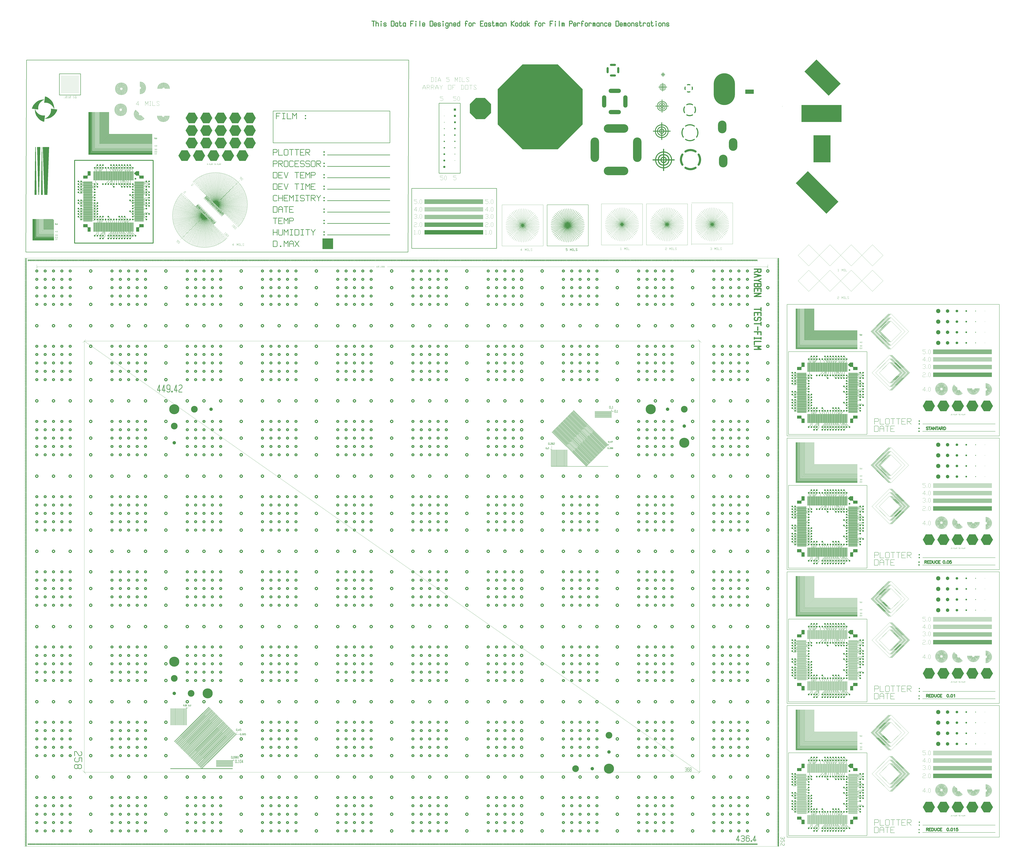
<source format=gbr>
G04 CAM350 V6.0 Date:  Sat Dec 29 16:16:49 2001 *
G04 Database: (Untitled) *
G04 Layer 3: (01)C:\test\031 *
%FSLAX25Y25*%
%MOIN*%
%SFA1.000B1.000*%

%MIA0B0*%
%IPPOS*%
%AMMa01_62*
4,1,8,-0.10355,-0.25000,-0.25000,-0.10355,-0.25000,0.10355,-0.10355,0.25000,0.10355,0.25000,0.25000,0.10355,0.25000,-0.10355,0.10355,-0.25000,-0.10355,-0.25000,0.00000*
%
%AMMa01_63*
4,1,8,-0.41422,-1.00000,-1.00000,-0.41422,-1.00000,0.41422,-0.41422,1.00000,0.41422,1.00000,1.00000,0.41422,1.00000,-0.41422,0.41422,-1.00000,-0.41422,-1.00000,0.00000*
%
%AMMa01_64*
20,1,0.05000,-0.04722,0.12500,0.04722,0.12500,0.00000*
1,1,0.05000,-0.04722,0.12500*
1,1,0.05000,0.04722,0.12500*
20,1,0.05000,0.12500,0.04722,0.12500,-0.04722,0.00000*
1,1,0.05000,0.12500,0.04722*
1,1,0.05000,0.12500,-0.04722*
20,1,0.05000,0.04722,-0.12500,-0.04722,-0.12500,0.00000*
1,1,0.05000,0.04722,-0.12500*
1,1,0.05000,-0.04722,-0.12500*
20,1,0.05000,-0.12500,-0.04722,-0.12500,0.04722,0.00000*
1,1,0.05000,-0.12500,-0.04722*
1,1,0.05000,-0.12500,0.04722*
%
%AMMa01_65*
20,1,0.10000,-0.09444,0.25000,0.09444,0.25000,0.00000*
1,1,0.10000,-0.09444,0.25000*
1,1,0.10000,0.09444,0.25000*
20,1,0.10000,0.25000,0.09444,0.25000,-0.09444,0.00000*
1,1,0.10000,0.25000,0.09444*
1,1,0.10000,0.25000,-0.09444*
20,1,0.10000,0.09444,-0.25000,-0.09444,-0.25000,0.00000*
1,1,0.10000,0.09444,-0.25000*
1,1,0.10000,-0.09444,-0.25000*
20,1,0.10000,-0.25000,-0.09444,-0.25000,0.09444,0.00000*
1,1,0.10000,-0.25000,-0.09444*
1,1,0.10000,-0.25000,0.09444*
%
%AMMa01_66*
20,1,0.20000,-0.18887,0.50000,0.18887,0.50000,0.00000*
1,1,0.20000,-0.18887,0.50000*
1,1,0.20000,0.18887,0.50000*
20,1,0.20000,0.50000,0.18887,0.50000,-0.18887,0.00000*
1,1,0.20000,0.50000,0.18887*
1,1,0.20000,0.50000,-0.18887*
20,1,0.20000,0.18887,-0.50000,-0.18887,-0.50000,0.00000*
1,1,0.20000,0.18887,-0.50000*
1,1,0.20000,-0.18887,-0.50000*
20,1,0.20000,-0.50000,-0.18887,-0.50000,0.18887,0.00000*
1,1,0.20000,-0.50000,-0.18887*
1,1,0.20000,-0.50000,0.18887*
%
%AMMa01_67*
1,1,0.08000,0.00000,0.00000*
1,0,0.07000,0.00000,0.00000*
1,1,0.05500,0.00000,0.00000*
1,0,0.04500,0.00000,0.00000*
1,1,0.03000,0.00000,0.00000*
1,0,0.02000,0.00000,0.00000*
20,1,0.00500,-0.05000,0.00000,0.05000,0.00000,0.00000*
1,1,0.00500,-0.05000,0.00000*
1,1,0.00500,0.05000,0.00000*
20,1,0.00500,0.00000,-0.05000,0.00000,0.05000,0.00000*
1,1,0.00500,0.00000,-0.05000*
1,1,0.00500,0.00000,0.05000*
%
%AMMa01_68*
1,1,0.16000,0.00000,0.00000*
1,0,0.14000,0.00000,0.00000*
1,1,0.11000,0.00000,0.00000*
1,0,0.09000,0.00000,0.00000*
1,1,0.06000,0.00000,0.00000*
1,0,0.04000,0.00000,0.00000*
20,1,0.01000,-0.10000,0.00000,0.10000,0.00000,0.00000*
1,1,0.01000,-0.10000,0.00000*
1,1,0.01000,0.10000,0.00000*
20,1,0.01000,0.00000,-0.10000,0.00000,0.10000,0.00000*
1,1,0.01000,0.00000,-0.10000*
1,1,0.01000,0.00000,0.10000*
%
%AMMa01_69*
1,1,0.24000,0.00000,0.00000*
1,0,0.21000,0.00000,0.00000*
1,1,0.16500,0.00000,0.00000*
1,0,0.13500,0.00000,0.00000*
1,1,0.09000,0.00000,0.00000*
1,0,0.06000,0.00000,0.00000*
20,1,0.01500,-0.15000,0.00000,0.15000,0.00000,0.00000*
1,1,0.01500,-0.15000,0.00000*
1,1,0.01500,0.15000,0.00000*
20,1,0.01500,0.00000,-0.15000,0.00000,0.15000,0.00000*
1,1,0.01500,0.00000,-0.15000*
1,1,0.01500,0.00000,0.15000*
%
%AMMa01_70*
1,1,0.32000,0.00000,0.00000*
1,0,0.28000,0.00000,0.00000*
1,1,0.22000,0.00000,0.00000*
1,0,0.18000,0.00000,0.00000*
1,1,0.12000,0.00000,0.00000*
1,0,0.08000,0.00000,0.00000*
20,1,0.02000,-0.20000,0.00000,0.20000,0.00000,0.00000*
1,1,0.02000,-0.20000,0.00000*
1,1,0.02000,0.20000,0.00000*
20,1,0.02000,0.00000,-0.20000,0.00000,0.20000,0.00000*
1,1,0.02000,0.00000,-0.20000*
1,1,0.02000,0.00000,0.20000*
%
%AMMa01_71*
1,1,0.40000,0.00000,0.00000*
1,0,0.35000,0.00000,0.00000*
1,1,0.27500,0.00000,0.00000*
1,0,0.22500,0.00000,0.00000*
1,1,0.15000,0.00000,0.00000*
1,0,0.10000,0.00000,0.00000*
20,1,0.02500,-0.25000,0.00000,0.25000,0.00000,0.00000*
1,1,0.02500,-0.25000,0.00000*
1,1,0.02500,0.25000,0.00000*
20,1,0.02500,0.00000,-0.25000,0.00000,0.25000,0.00000*
1,1,0.02500,0.00000,-0.25000*
1,1,0.02500,0.00000,0.25000*
%
%AMMa01_72*
1,1,0.02500,0.02939,0.08242*
20,1,0.02500,0.02939,0.08242,0.02223,0.08463,0.00000*
1,1,0.02500,0.02223,0.08463*
20,1,0.02500,0.02223,0.08463,0.01491,0.08622,0.00000*
1,1,0.02500,0.01491,0.08622*
20,1,0.02500,0.01491,0.08622,0.00748,0.08718,0.00000*
1,1,0.02500,0.00748,0.08718*
20,1,0.02500,0.00748,0.08718,0.00000,0.08750,0.00000*
1,1,0.02500,0.00000,0.08750*
20,1,0.02500,0.00000,0.08750,-0.00748,0.08718,0.00000*
1,1,0.02500,-0.00748,0.08718*
20,1,0.02500,-0.00748,0.08718,-0.01491,0.08622,0.00000*
1,1,0.02500,-0.01491,0.08622*
20,1,0.02500,-0.01491,0.08622,-0.02223,0.08463,0.00000*
1,1,0.02500,-0.02223,0.08463*
20,1,0.02500,-0.02223,0.08463,-0.02939,0.08242,0.00000*
1,1,0.02500,-0.02939,0.08242*
1,1,0.02500,-0.08242,0.02939*
20,1,0.02500,-0.08242,0.02939,-0.08463,0.02223,0.00000*
1,1,0.02500,-0.08463,0.02223*
20,1,0.02500,-0.08463,0.02223,-0.08622,0.01491,0.00000*
1,1,0.02500,-0.08622,0.01491*
20,1,0.02500,-0.08622,0.01491,-0.08718,0.00748,0.00000*
1,1,0.02500,-0.08718,0.00748*
20,1,0.02500,-0.08718,0.00748,-0.08750,0.00000,0.00000*
1,1,0.02500,-0.08750,0.00000*
20,1,0.02500,-0.08750,0.00000,-0.08718,-0.00748,0.00000*
1,1,0.02500,-0.08718,-0.00748*
20,1,0.02500,-0.08718,-0.00748,-0.08622,-0.01491,0.00000*
1,1,0.02500,-0.08622,-0.01491*
20,1,0.02500,-0.08622,-0.01491,-0.08463,-0.02223,0.00000*
1,1,0.02500,-0.08463,-0.02223*
20,1,0.02500,-0.08463,-0.02223,-0.08242,-0.02939,0.00000*
1,1,0.02500,-0.08242,-0.02939*
1,1,0.02500,-0.02939,-0.08242*
20,1,0.02500,-0.02939,-0.08242,-0.02223,-0.08463,0.00000*
1,1,0.02500,-0.02223,-0.08463*
20,1,0.02500,-0.02223,-0.08463,-0.01491,-0.08622,0.00000*
1,1,0.02500,-0.01491,-0.08622*
20,1,0.02500,-0.01491,-0.08622,-0.00748,-0.08718,0.00000*
1,1,0.02500,-0.00748,-0.08718*
20,1,0.02500,-0.00748,-0.08718,0.00000,-0.08750,0.00000*
1,1,0.02500,0.00000,-0.08750*
20,1,0.02500,0.00000,-0.08750,0.00748,-0.08718,0.00000*
1,1,0.02500,0.00748,-0.08718*
20,1,0.02500,0.00748,-0.08718,0.01491,-0.08622,0.00000*
1,1,0.02500,0.01491,-0.08622*
20,1,0.02500,0.01491,-0.08622,0.02223,-0.08463,0.00000*
1,1,0.02500,0.02223,-0.08463*
20,1,0.02500,0.02223,-0.08463,0.02939,-0.08242,0.00000*
1,1,0.02500,0.02939,-0.08242*
1,1,0.02500,0.08242,-0.02939*
20,1,0.02500,0.08242,-0.02939,0.08463,-0.02223,0.00000*
1,1,0.02500,0.08463,-0.02223*
20,1,0.02500,0.08463,-0.02223,0.08622,-0.01491,0.00000*
1,1,0.02500,0.08622,-0.01491*
20,1,0.02500,0.08622,-0.01491,0.08718,-0.00748,0.00000*
1,1,0.02500,0.08718,-0.00748*
20,1,0.02500,0.08718,-0.00748,0.08750,0.00000,0.00000*
1,1,0.02500,0.08750,0.00000*
20,1,0.02500,0.08750,0.00000,0.08718,0.00748,0.00000*
1,1,0.02500,0.08718,0.00748*
20,1,0.02500,0.08718,0.00748,0.08622,0.01491,0.00000*
1,1,0.02500,0.08622,0.01491*
20,1,0.02500,0.08622,0.01491,0.08463,0.02223,0.00000*
1,1,0.02500,0.08463,0.02223*
20,1,0.02500,0.08463,0.02223,0.08242,0.02939,0.00000*
1,1,0.02500,0.08242,0.02939*
%
%AMMa01_73*
1,1,0.02500,0.06703,0.12006*
20,1,0.02500,0.06703,0.12006,0.05661,0.12531,0.00000*
1,1,0.02500,0.05661,0.12531*
20,1,0.02500,0.05661,0.12531,0.04578,0.12965,0.00000*
1,1,0.02500,0.04578,0.12965*
20,1,0.02500,0.04578,0.12965,0.03463,0.13307,0.00000*
1,1,0.02500,0.03463,0.13307*
20,1,0.02500,0.03463,0.13307,0.02323,0.13552,0.00000*
1,1,0.02500,0.02323,0.13552*
20,1,0.02500,0.02323,0.13552,0.01165,0.13700,0.00000*
1,1,0.02500,0.01165,0.13700*
20,1,0.02500,0.01165,0.13700,0.00000,0.13750,0.00000*
1,1,0.02500,0.00000,0.13750*
20,1,0.02500,0.00000,0.13750,-0.01166,0.13700,0.00000*
1,1,0.02500,-0.01166,0.13700*
20,1,0.02500,-0.01166,0.13700,-0.02323,0.13552,0.00000*
1,1,0.02500,-0.02323,0.13552*
20,1,0.02500,-0.02323,0.13552,-0.03463,0.13307,0.00000*
1,1,0.02500,-0.03463,0.13307*
20,1,0.02500,-0.03463,0.13307,-0.04578,0.12965,0.00000*
1,1,0.02500,-0.04578,0.12965*
20,1,0.02500,-0.04578,0.12965,-0.05661,0.12531,0.00000*
1,1,0.02500,-0.05661,0.12531*
20,1,0.02500,-0.05661,0.12531,-0.06703,0.12006,0.00000*
1,1,0.02500,-0.06703,0.12006*
1,1,0.02500,-0.12006,0.06703*
20,1,0.02500,-0.12006,0.06703,-0.12531,0.05661,0.00000*
1,1,0.02500,-0.12531,0.05661*
20,1,0.02500,-0.12531,0.05661,-0.12965,0.04578,0.00000*
1,1,0.02500,-0.12965,0.04578*
20,1,0.02500,-0.12965,0.04578,-0.13307,0.03463,0.00000*
1,1,0.02500,-0.13307,0.03463*
20,1,0.02500,-0.13307,0.03463,-0.13552,0.02323,0.00000*
1,1,0.02500,-0.13552,0.02323*
20,1,0.02500,-0.13552,0.02323,-0.13700,0.01165,0.00000*
1,1,0.02500,-0.13700,0.01165*
20,1,0.02500,-0.13700,0.01165,-0.13750,0.00000,0.00000*
1,1,0.02500,-0.13750,0.00000*
20,1,0.02500,-0.13750,0.00000,-0.13700,-0.01166,0.00000*
1,1,0.02500,-0.13700,-0.01166*
20,1,0.02500,-0.13700,-0.01166,-0.13552,-0.02323,0.00000*
1,1,0.02500,-0.13552,-0.02323*
20,1,0.02500,-0.13552,-0.02323,-0.13307,-0.03463,0.00000*
1,1,0.02500,-0.13307,-0.03463*
20,1,0.02500,-0.13307,-0.03463,-0.12965,-0.04578,0.00000*
1,1,0.02500,-0.12965,-0.04578*
20,1,0.02500,-0.12965,-0.04578,-0.12531,-0.05661,0.00000*
1,1,0.02500,-0.12531,-0.05661*
20,1,0.02500,-0.12531,-0.05661,-0.12006,-0.06703,0.00000*
1,1,0.02500,-0.12006,-0.06703*
1,1,0.02500,-0.06703,-0.12006*
20,1,0.02500,-0.06703,-0.12006,-0.05661,-0.12531,0.00000*
1,1,0.02500,-0.05661,-0.12531*
20,1,0.02500,-0.05661,-0.12531,-0.04578,-0.12965,0.00000*
1,1,0.02500,-0.04578,-0.12965*
20,1,0.02500,-0.04578,-0.12965,-0.03463,-0.13307,0.00000*
1,1,0.02500,-0.03463,-0.13307*
20,1,0.02500,-0.03463,-0.13307,-0.02323,-0.13552,0.00000*
1,1,0.02500,-0.02323,-0.13552*
20,1,0.02500,-0.02323,-0.13552,-0.01165,-0.13700,0.00000*
1,1,0.02500,-0.01165,-0.13700*
20,1,0.02500,-0.01165,-0.13700,0.00000,-0.13750,0.00000*
1,1,0.02500,0.00000,-0.13750*
20,1,0.02500,0.00000,-0.13750,0.01166,-0.13700,0.00000*
1,1,0.02500,0.01166,-0.13700*
20,1,0.02500,0.01166,-0.13700,0.02323,-0.13552,0.00000*
1,1,0.02500,0.02323,-0.13552*
20,1,0.02500,0.02323,-0.13552,0.03463,-0.13307,0.00000*
1,1,0.02500,0.03463,-0.13307*
20,1,0.02500,0.03463,-0.13307,0.04578,-0.12965,0.00000*
1,1,0.02500,0.04578,-0.12965*
20,1,0.02500,0.04578,-0.12965,0.05661,-0.12531,0.00000*
1,1,0.02500,0.05661,-0.12531*
20,1,0.02500,0.05661,-0.12531,0.06703,-0.12006,0.00000*
1,1,0.02500,0.06703,-0.12006*
1,1,0.02500,0.12006,-0.06703*
20,1,0.02500,0.12006,-0.06703,0.12531,-0.05661,0.00000*
1,1,0.02500,0.12531,-0.05661*
20,1,0.02500,0.12531,-0.05661,0.12965,-0.04578,0.00000*
1,1,0.02500,0.12965,-0.04578*
20,1,0.02500,0.12965,-0.04578,0.13307,-0.03463,0.00000*
1,1,0.02500,0.13307,-0.03463*
20,1,0.02500,0.13307,-0.03463,0.13552,-0.02323,0.00000*
1,1,0.02500,0.13552,-0.02323*
20,1,0.02500,0.13552,-0.02323,0.13700,-0.01165,0.00000*
1,1,0.02500,0.13700,-0.01165*
20,1,0.02500,0.13700,-0.01165,0.13750,0.00000,0.00000*
1,1,0.02500,0.13750,0.00000*
20,1,0.02500,0.13750,0.00000,0.13700,0.01166,0.00000*
1,1,0.02500,0.13700,0.01166*
20,1,0.02500,0.13700,0.01166,0.13552,0.02323,0.00000*
1,1,0.02500,0.13552,0.02323*
20,1,0.02500,0.13552,0.02323,0.13307,0.03463,0.00000*
1,1,0.02500,0.13307,0.03463*
20,1,0.02500,0.13307,0.03463,0.12965,0.04578,0.00000*
1,1,0.02500,0.12965,0.04578*
20,1,0.02500,0.12965,0.04578,0.12531,0.05661,0.00000*
1,1,0.02500,0.12531,0.05661*
20,1,0.02500,0.12531,0.05661,0.12006,0.06703,0.00000*
1,1,0.02500,0.12006,0.06703*
%
%AMMa01_74*
1,1,0.02500,0.10339,0.15642*
20,1,0.02500,0.10339,0.15642,0.08999,0.16449,0.00000*
1,1,0.02500,0.08999,0.16449*
20,1,0.02500,0.08999,0.16449,0.07597,0.17142,0.00000*
1,1,0.02500,0.07597,0.17142*
20,1,0.02500,0.07597,0.17142,0.06142,0.17716,0.00000*
1,1,0.02500,0.06142,0.17716*
20,1,0.02500,0.06142,0.17716,0.04644,0.18166,0.00000*
1,1,0.02500,0.04644,0.18166*
20,1,0.02500,0.04644,0.18166,0.03114,0.18490,0.00000*
1,1,0.02500,0.03114,0.18490*
20,1,0.02500,0.03114,0.18490,0.01563,0.18685,0.00000*
1,1,0.02500,0.01563,0.18685*
20,1,0.02500,0.01563,0.18685,0.00000,0.18750,0.00000*
1,1,0.02500,0.00000,0.18750*
20,1,0.02500,0.00000,0.18750,-0.01563,0.18685,0.00000*
1,1,0.02500,-0.01563,0.18685*
20,1,0.02500,-0.01563,0.18685,-0.03114,0.18490,0.00000*
1,1,0.02500,-0.03114,0.18490*
20,1,0.02500,-0.03114,0.18490,-0.04644,0.18166,0.00000*
1,1,0.02500,-0.04644,0.18166*
20,1,0.02500,-0.04644,0.18166,-0.06142,0.17716,0.00000*
1,1,0.02500,-0.06142,0.17716*
20,1,0.02500,-0.06142,0.17716,-0.07597,0.17142,0.00000*
1,1,0.02500,-0.07597,0.17142*
20,1,0.02500,-0.07597,0.17142,-0.08999,0.16449,0.00000*
1,1,0.02500,-0.08999,0.16449*
20,1,0.02500,-0.08999,0.16449,-0.10339,0.15642,0.00000*
1,1,0.02500,-0.10339,0.15642*
1,1,0.02500,-0.15642,0.10339*
20,1,0.02500,-0.15642,0.10339,-0.16449,0.08999,0.00000*
1,1,0.02500,-0.16449,0.08999*
20,1,0.02500,-0.16449,0.08999,-0.17142,0.07597,0.00000*
1,1,0.02500,-0.17142,0.07597*
20,1,0.02500,-0.17142,0.07597,-0.17716,0.06142,0.00000*
1,1,0.02500,-0.17716,0.06142*
20,1,0.02500,-0.17716,0.06142,-0.18166,0.04644,0.00000*
1,1,0.02500,-0.18166,0.04644*
20,1,0.02500,-0.18166,0.04644,-0.18490,0.03114,0.00000*
1,1,0.02500,-0.18490,0.03114*
20,1,0.02500,-0.18490,0.03114,-0.18685,0.01563,0.00000*
1,1,0.02500,-0.18685,0.01563*
20,1,0.02500,-0.18685,0.01563,-0.18750,0.00000,0.00000*
1,1,0.02500,-0.18750,0.00000*
20,1,0.02500,-0.18750,0.00000,-0.18685,-0.01563,0.00000*
1,1,0.02500,-0.18685,-0.01563*
20,1,0.02500,-0.18685,-0.01563,-0.18490,-0.03114,0.00000*
1,1,0.02500,-0.18490,-0.03114*
20,1,0.02500,-0.18490,-0.03114,-0.18166,-0.04644,0.00000*
1,1,0.02500,-0.18166,-0.04644*
20,1,0.02500,-0.18166,-0.04644,-0.17716,-0.06142,0.00000*
1,1,0.02500,-0.17716,-0.06142*
20,1,0.02500,-0.17716,-0.06142,-0.17142,-0.07597,0.00000*
1,1,0.02500,-0.17142,-0.07597*
20,1,0.02500,-0.17142,-0.07597,-0.16449,-0.08999,0.00000*
1,1,0.02500,-0.16449,-0.08999*
20,1,0.02500,-0.16449,-0.08999,-0.15642,-0.10339,0.00000*
1,1,0.02500,-0.15642,-0.10339*
1,1,0.02500,-0.10339,-0.15642*
20,1,0.02500,-0.10339,-0.15642,-0.08999,-0.16449,0.00000*
1,1,0.02500,-0.08999,-0.16449*
20,1,0.02500,-0.08999,-0.16449,-0.07597,-0.17142,0.00000*
1,1,0.02500,-0.07597,-0.17142*
20,1,0.02500,-0.07597,-0.17142,-0.06142,-0.17716,0.00000*
1,1,0.02500,-0.06142,-0.17716*
20,1,0.02500,-0.06142,-0.17716,-0.04644,-0.18166,0.00000*
1,1,0.02500,-0.04644,-0.18166*
20,1,0.02500,-0.04644,-0.18166,-0.03114,-0.18490,0.00000*
1,1,0.02500,-0.03114,-0.18490*
20,1,0.02500,-0.03114,-0.18490,-0.01563,-0.18685,0.00000*
1,1,0.02500,-0.01563,-0.18685*
20,1,0.02500,-0.01563,-0.18685,0.00000,-0.18750,0.00000*
1,1,0.02500,0.00000,-0.18750*
20,1,0.02500,0.00000,-0.18750,0.01563,-0.18685,0.00000*
1,1,0.02500,0.01563,-0.18685*
20,1,0.02500,0.01563,-0.18685,0.03114,-0.18490,0.00000*
1,1,0.02500,0.03114,-0.18490*
20,1,0.02500,0.03114,-0.18490,0.04644,-0.18166,0.00000*
1,1,0.02500,0.04644,-0.18166*
20,1,0.02500,0.04644,-0.18166,0.06142,-0.17716,0.00000*
1,1,0.02500,0.06142,-0.17716*
20,1,0.02500,0.06142,-0.17716,0.07597,-0.17142,0.00000*
1,1,0.02500,0.07597,-0.17142*
20,1,0.02500,0.07597,-0.17142,0.08999,-0.16449,0.00000*
1,1,0.02500,0.08999,-0.16449*
20,1,0.02500,0.08999,-0.16449,0.10339,-0.15642,0.00000*
1,1,0.02500,0.10339,-0.15642*
1,1,0.02500,0.15642,-0.10339*
20,1,0.02500,0.15642,-0.10339,0.16449,-0.08999,0.00000*
1,1,0.02500,0.16449,-0.08999*
20,1,0.02500,0.16449,-0.08999,0.17142,-0.07597,0.00000*
1,1,0.02500,0.17142,-0.07597*
20,1,0.02500,0.17142,-0.07597,0.17716,-0.06142,0.00000*
1,1,0.02500,0.17716,-0.06142*
20,1,0.02500,0.17716,-0.06142,0.18166,-0.04644,0.00000*
1,1,0.02500,0.18166,-0.04644*
20,1,0.02500,0.18166,-0.04644,0.18490,-0.03114,0.00000*
1,1,0.02500,0.18490,-0.03114*
20,1,0.02500,0.18490,-0.03114,0.18685,-0.01563,0.00000*
1,1,0.02500,0.18685,-0.01563*
20,1,0.02500,0.18685,-0.01563,0.18750,0.00000,0.00000*
1,1,0.02500,0.18750,0.00000*
20,1,0.02500,0.18750,0.00000,0.18685,0.01563,0.00000*
1,1,0.02500,0.18685,0.01563*
20,1,0.02500,0.18685,0.01563,0.18490,0.03114,0.00000*
1,1,0.02500,0.18490,0.03114*
20,1,0.02500,0.18490,0.03114,0.18166,0.04644,0.00000*
1,1,0.02500,0.18166,0.04644*
20,1,0.02500,0.18166,0.04644,0.17716,0.06142,0.00000*
1,1,0.02500,0.17716,0.06142*
20,1,0.02500,0.17716,0.06142,0.17142,0.07597,0.00000*
1,1,0.02500,0.17142,0.07597*
20,1,0.02500,0.17142,0.07597,0.16449,0.08999,0.00000*
1,1,0.02500,0.16449,0.08999*
20,1,0.02500,0.16449,0.08999,0.15642,0.10339,0.00000*
1,1,0.02500,0.15642,0.10339*
%
%AMMa01_75*
1,1,0.05000,0.11977,0.19048*
20,1,0.05000,0.11977,0.19048,0.10289,0.20010,0.00000*
1,1,0.05000,0.10289,0.20010*
20,1,0.05000,0.10289,0.20010,0.08525,0.20822,0.00000*
1,1,0.05000,0.08525,0.20822*
20,1,0.05000,0.08525,0.20822,0.06697,0.21480,0.00000*
1,1,0.05000,0.06697,0.21480*
20,1,0.05000,0.06697,0.21480,0.04820,0.21978,0.00000*
1,1,0.05000,0.04820,0.21978*
20,1,0.05000,0.04820,0.21978,0.02906,0.22312,0.00000*
1,1,0.05000,0.02906,0.22312*
20,1,0.05000,0.02906,0.22312,0.00971,0.22479,0.00000*
1,1,0.05000,0.00971,0.22479*
20,1,0.05000,0.00971,0.22479,-0.00971,0.22479,0.00000*
1,1,0.05000,-0.00971,0.22479*
20,1,0.05000,-0.00971,0.22479,-0.02906,0.22312,0.00000*
1,1,0.05000,-0.02906,0.22312*
20,1,0.05000,-0.02906,0.22312,-0.04820,0.21978,0.00000*
1,1,0.05000,-0.04820,0.21978*
20,1,0.05000,-0.04820,0.21978,-0.06697,0.21480,0.00000*
1,1,0.05000,-0.06697,0.21480*
20,1,0.05000,-0.06697,0.21480,-0.08525,0.20822,0.00000*
1,1,0.05000,-0.08525,0.20822*
20,1,0.05000,-0.08525,0.20822,-0.10289,0.20010,0.00000*
1,1,0.05000,-0.10289,0.20010*
20,1,0.05000,-0.10289,0.20010,-0.11977,0.19048,0.00000*
1,1,0.05000,-0.11977,0.19048*
1,1,0.05000,-0.19048,0.11977*
20,1,0.05000,-0.19048,0.11977,-0.20010,0.10289,0.00000*
1,1,0.05000,-0.20010,0.10289*
20,1,0.05000,-0.20010,0.10289,-0.20822,0.08525,0.00000*
1,1,0.05000,-0.20822,0.08525*
20,1,0.05000,-0.20822,0.08525,-0.21480,0.06697,0.00000*
1,1,0.05000,-0.21480,0.06697*
20,1,0.05000,-0.21480,0.06697,-0.21978,0.04820,0.00000*
1,1,0.05000,-0.21978,0.04820*
20,1,0.05000,-0.21978,0.04820,-0.22312,0.02906,0.00000*
1,1,0.05000,-0.22312,0.02906*
20,1,0.05000,-0.22312,0.02906,-0.22479,0.00971,0.00000*
1,1,0.05000,-0.22479,0.00971*
20,1,0.05000,-0.22479,0.00971,-0.22479,-0.00971,0.00000*
1,1,0.05000,-0.22479,-0.00971*
20,1,0.05000,-0.22479,-0.00971,-0.22312,-0.02906,0.00000*
1,1,0.05000,-0.22312,-0.02906*
20,1,0.05000,-0.22312,-0.02906,-0.21978,-0.04820,0.00000*
1,1,0.05000,-0.21978,-0.04820*
20,1,0.05000,-0.21978,-0.04820,-0.21480,-0.06697,0.00000*
1,1,0.05000,-0.21480,-0.06697*
20,1,0.05000,-0.21480,-0.06697,-0.20822,-0.08525,0.00000*
1,1,0.05000,-0.20822,-0.08525*
20,1,0.05000,-0.20822,-0.08525,-0.20010,-0.10289,0.00000*
1,1,0.05000,-0.20010,-0.10289*
20,1,0.05000,-0.20010,-0.10289,-0.19048,-0.11977,0.00000*
1,1,0.05000,-0.19048,-0.11977*
1,1,0.05000,-0.11977,-0.19048*
20,1,0.05000,-0.11977,-0.19048,-0.10289,-0.20010,0.00000*
1,1,0.05000,-0.10289,-0.20010*
20,1,0.05000,-0.10289,-0.20010,-0.08525,-0.20822,0.00000*
1,1,0.05000,-0.08525,-0.20822*
20,1,0.05000,-0.08525,-0.20822,-0.06697,-0.21480,0.00000*
1,1,0.05000,-0.06697,-0.21480*
20,1,0.05000,-0.06697,-0.21480,-0.04820,-0.21978,0.00000*
1,1,0.05000,-0.04820,-0.21978*
20,1,0.05000,-0.04820,-0.21978,-0.02906,-0.22312,0.00000*
1,1,0.05000,-0.02906,-0.22312*
20,1,0.05000,-0.02906,-0.22312,-0.00971,-0.22479,0.00000*
1,1,0.05000,-0.00971,-0.22479*
20,1,0.05000,-0.00971,-0.22479,0.00971,-0.22479,0.00000*
1,1,0.05000,0.00971,-0.22479*
20,1,0.05000,0.00971,-0.22479,0.02906,-0.22312,0.00000*
1,1,0.05000,0.02906,-0.22312*
20,1,0.05000,0.02906,-0.22312,0.04820,-0.21978,0.00000*
1,1,0.05000,0.04820,-0.21978*
20,1,0.05000,0.04820,-0.21978,0.06697,-0.21480,0.00000*
1,1,0.05000,0.06697,-0.21480*
20,1,0.05000,0.06697,-0.21480,0.08525,-0.20822,0.00000*
1,1,0.05000,0.08525,-0.20822*
20,1,0.05000,0.08525,-0.20822,0.10289,-0.20010,0.00000*
1,1,0.05000,0.10289,-0.20010*
20,1,0.05000,0.10289,-0.20010,0.11977,-0.19048,0.00000*
1,1,0.05000,0.11977,-0.19048*
1,1,0.05000,0.19048,-0.11977*
20,1,0.05000,0.19048,-0.11977,0.20010,-0.10289,0.00000*
1,1,0.05000,0.20010,-0.10289*
20,1,0.05000,0.20010,-0.10289,0.20822,-0.08525,0.00000*
1,1,0.05000,0.20822,-0.08525*
20,1,0.05000,0.20822,-0.08525,0.21480,-0.06697,0.00000*
1,1,0.05000,0.21480,-0.06697*
20,1,0.05000,0.21480,-0.06697,0.21978,-0.04820,0.00000*
1,1,0.05000,0.21978,-0.04820*
20,1,0.05000,0.21978,-0.04820,0.22312,-0.02906,0.00000*
1,1,0.05000,0.22312,-0.02906*
20,1,0.05000,0.22312,-0.02906,0.22479,-0.00971,0.00000*
1,1,0.05000,0.22479,-0.00971*
20,1,0.05000,0.22479,-0.00971,0.22479,0.00971,0.00000*
1,1,0.05000,0.22479,0.00971*
20,1,0.05000,0.22479,0.00971,0.22312,0.02906,0.00000*
1,1,0.05000,0.22312,0.02906*
20,1,0.05000,0.22312,0.02906,0.21978,0.04820,0.00000*
1,1,0.05000,0.21978,0.04820*
20,1,0.05000,0.21978,0.04820,0.21480,0.06697,0.00000*
1,1,0.05000,0.21480,0.06697*
20,1,0.05000,0.21480,0.06697,0.20822,0.08525,0.00000*
1,1,0.05000,0.20822,0.08525*
20,1,0.05000,0.20822,0.08525,0.20010,0.10289,0.00000*
1,1,0.05000,0.20010,0.10289*
20,1,0.05000,0.20010,0.10289,0.19048,0.11977,0.00000*
1,1,0.05000,0.19048,0.11977*
%
%AMMa01_76*
20,1,0.50000,0.00000,-0.12500,0.00000,0.12500,0.00000*
1,1,0.50000,0.00000,-0.12500*
1,1,0.50000,0.00000,0.12500*
%
%AMMa01_77*
20,1,0.20000,0.00000,-0.05000,0.00000,0.05000,0.00000*
1,1,0.20000,0.00000,-0.05000*
1,1,0.20000,0.00000,0.05000*
%
%AMMa01_78*
20,1,0.20000,0.00000,-0.05000,0.00000,0.05000,0.00000*
1,1,0.20000,0.00000,-0.05000*
1,1,0.20000,0.00000,0.05000*
%
%AMMa01_80*
4,1,8,0.09500,0.05000,0.10000,0.04500,0.10000,-0.04500,0.09500,-0.05000,-0.09500,-0.05000,-0.10000,-0.04500,-0.10000,0.04500,-0.09500,0.05000,0.09500,0.05000,0.00000*
%
%ADD12C,0.00400*%
%ADD13C,0.10000*%
%ADD14C,0.08000*%
%ADD15C,0.06000*%
%ADD16C,0.00200*%
%ADD17C,0.00300*%
%ADD18C,0.00500*%
%ADD19C,0.01000*%
%ADD70C,0.04000*%
%ADD71Ma01_62*%
%ADD20C,0.02000*%
%ADD21C,0.01200*%
%ADD22C,0.00150*%
%ADD23C,0.09961*%
%ADD24C,0.07961*%
%ADD25C,0.05961*%
%ADD26C,0.00961*%
%ADD27C,0.03961*%
%ADD28C,0.01961*%
%ADD29C,0.00261*%
%ADD72C,0.00800*%
%ADD73Ma01_63*%
%ADD30Ma01_64*%
%ADD31C,0.00361*%
%ADD32C,0.00461*%
%ADD33C,0.00761*%
%ADD34C,0.01161*%
%ADD35C,0.00111*%
%ADD36C,0.00821*%
%ADD37C,0.09980*%
%ADD38C,0.07980*%
%ADD39C,0.05980*%
%ADD40C,0.00980*%
%ADD41C,0.03980*%
%ADD42C,0.00100*%
%ADD43C,0.01980*%
%ADD45C,0.01580*%
%ADD46C,0.00180*%
%ADD47C,0.00280*%
%ADD48C,0.00380*%
%ADD49C,0.00480*%
%ADD50C,0.00780*%
%ADD51C,0.01180*%
%ADD58C,0.00130*%
%ADD59C,0.00840*%
%ADD60C,0.09941*%
%ADD61C,0.07941*%
%ADD62C,0.05941*%
%ADD63C,0.00941*%
%ADD64C,0.03941*%
%ADD65C,0.01941*%
%ADD66C,0.01541*%
%ADD67C,0.00141*%
%ADD68C,0.00241*%
%ADD69C,0.00341*%
%ADD74C,0.00441*%
%ADD75C,0.00741*%
%ADD76C,0.01141*%
%ADD77C,0.00801*%
%ADD78C,0.01600*%
%ADD79C,0.00860*%
%ADD80C,0.01561*%
%ADD81C,0.00161*%
%ADD82Ma01_65*%
%ADD83Ma01_66*%
%ADD84Ma01_67*%
%ADD85Ma01_68*%
%ADD86Ma01_69*%
%ADD87Ma01_70*%
%ADD88Ma01_71*%
%ADD89Ma01_72*%
%ADD90Ma01_73*%
%ADD91Ma01_74*%
%ADD92Ma01_75*%
%ADD93Ma01_76*%
%ADD94Ma01_77*%
%ADD96Ma01_78*%
%ADD97Ma01_80*%
%ADD98C,0.01500*%
%ADD99C,0.00098*%
%ADD101C,0.00201*%
%ADD102C,0.00299*%
%ADD103C,0.00402*%
%ADD104C,0.01201*%
%ADD105C,0.00799*%
%ADD106C,0.00858*%
%ADD115R,0.01000X0.01000*%
%ADD116C,0.00100*%
%ADD117C,0.00500*%
%ADD118C,0.01200*%
%ADD119C,0.23620*%
%ADD120C,0.15750*%
%ADD121C,0.07870*%
%ADD122C,0.00390*%
%ADD123C,0.00790*%
%ADD124C,0.07090X0.02370*%
%ADD125C,0.07870X0.03540*%
%ADD126C,0.02500*%
%ADD127C,0.00200*%
%ADD128C,0.01200*%
%LN(01)C:\test\031*%
%SRX1Y1I0J0*%
%LPD*%
G36*
X93715Y1572475D02*
G01X95215Y1684975D01*
X96015*
X97515Y1572475*
X93715*
G37*
G36*
X78415D02*
G01X79915Y1684975D01*
X81415*
X82915Y1572475*
X78415*
G37*
G36*
X100915Y1744375D02*
G01X97815Y1745275D01*
X96115Y1746075*
X94515Y1746875*
X92915Y1747875*
X91415Y1748875*
X90015Y1749975*
X87415Y1752375*
X86215Y1753675*
X84215Y1756275*
X83215Y1757775*
X82415Y1759175*
X81715Y1760675*
X80515Y1763675*
X80115Y1765275*
X79715Y1766775*
X79515Y1768275*
X79315Y1769875*
X79215Y1771375*
Y1772875*
X79415Y1774375*
X80015Y1772975*
X81215Y1770375*
X82015Y1769175*
X82815Y1768075*
X83715Y1766975*
X85515Y1764975*
X86515Y1764175*
X87515Y1763275*
X88615Y1762575*
X91915Y1760775*
X93015Y1760375*
X94215Y1759975*
X95415Y1759675*
X97615Y1759275*
X102815*
X100915Y1744375*
G37*
G36*
X103415Y1751675D02*
G01X101915Y1751775D01*
Y1751875*
X103215Y1752475*
X104615Y1753075*
X105815Y1753675*
X108215Y1755275*
X109215Y1756075*
X110315Y1756975*
X112115Y1758975*
X112915Y1759975*
X114315Y1762175*
X114915Y1763275*
X115915Y1765475*
X116215Y1766675*
X116515Y1767775*
X116715Y1768975*
X116915Y1770075*
X117015Y1771275*
Y1773475*
X116915Y1775275*
X131815Y1773375*
X130915Y1770275*
X130215Y1768575*
X128415Y1765375*
X127415Y1763875*
X126315Y1762475*
X123915Y1759875*
X122615Y1758675*
X121315Y1757675*
X118515Y1755675*
X117015Y1754875*
X115615Y1754175*
X114115Y1753575*
X112515Y1752975*
X109515Y1752175*
X107915Y1751975*
X106415Y1751775*
X104915Y1751675*
X103415*
G37*
G36*
X577815Y1741075D02*
G01X570615Y1753575D01*
X577815Y1766075*
X592215*
X599415Y1753575*
X592215Y1741075*
X577815*
G37*
G36*
X509515D02*
G01X502315Y1753575D01*
X509515Y1766075*
X524015*
X531215Y1753575*
X524015Y1741075*
X509515*
G37*
G36*
X441315D02*
G01X434115Y1753575D01*
X441315Y1766075*
X455715*
X463015Y1753575*
X455715Y1741075*
X441315*
G37*
G36*
Y1681975D02*
G01X434115Y1694475D01*
X441315Y1706975*
X455715*
X463015Y1694475*
X455715Y1681975*
X441315*
G37*
G36*
Y1711475D02*
G01X434115Y1723975D01*
X441315Y1736475*
X455715*
X463015Y1723975*
X455715Y1711475*
X441315*
G37*
G36*
X560715Y1652375D02*
G01X553515Y1664875D01*
X560715Y1677375*
X575215*
X582415Y1664875*
X575215Y1652375*
X560715*
G37*
G36*
X543715Y1681975D02*
G01X536515Y1694475D01*
X543715Y1706975*
X558115*
X565315Y1694475*
X558115Y1681975*
X543715*
G37*
G36*
X509515Y1711475D02*
G01X502315Y1723975D01*
X509515Y1736475*
X524015*
X531215Y1723975*
X524015Y1711475*
X509515*
G37*
G36*
Y1681975D02*
G01X502315Y1694475D01*
X509515Y1706975*
X524015*
X531215Y1694475*
X524015Y1681975*
X509515*
G37*
G36*
X475415D02*
G01X468215Y1694475D01*
X475415Y1706975*
X489915*
X497115Y1694475*
X489915Y1681975*
X475415*
G37*
G36*
X1067700Y1652864D02*
G01Y1653864D01*
X1068700*
Y1652864*
X1067700*
G37*
G36*
X1067400Y1667664D02*
G01Y1669164D01*
X1068900*
Y1667664*
X1067400*
G37*
G36*
X1066900Y1697164D02*
G01Y1699664D01*
X1069400*
Y1697164*
X1066900*
G37*
G36*
X1066400Y1726664D02*
G01Y1730164D01*
X1069900*
Y1726664*
X1066400*
G37*
G36*
X1065900Y1756164D02*
G01Y1760664D01*
X1070400*
Y1756164*
X1065900*
G37*
G36*
X101215Y1572475D02*
G01X97515Y1684975D01*
X112515*
X108715Y1572475*
X101215*
G37*
G36*
X87415D02*
G01X84415Y1684975D01*
X91915*
X88915Y1572475*
X87415*
G37*
G36*
X124415Y1774375D02*
G01X123215Y1776975D01*
X122515Y1778275*
X121815Y1779475*
X121015Y1780675*
X120115Y1781675*
X119215Y1782775*
X118315Y1783675*
X117315Y1784575*
X116215Y1785375*
X115215Y1786075*
X114115Y1786775*
X113015Y1787375*
X111915Y1787875*
X110715Y1788275*
X109615Y1788675*
X108415Y1788975*
X107315Y1789175*
X106115Y1789375*
X105015Y1789475*
X103915*
X102815Y1789375*
X100915*
X102815Y1804275*
X106015Y1803375*
X107715Y1802675*
X109315Y1801775*
X110815Y1800875*
X112315Y1799775*
X113715Y1798775*
X115115Y1797575*
X116415Y1796375*
X118615Y1793775*
X119615Y1792375*
X120515Y1790975*
X122115Y1787975*
X122715Y1786475*
X123715Y1783475*
X124015Y1781975*
X124315Y1780375*
X124515Y1778875*
Y1775875*
X124415Y1774375*
G37*
G36*
X86815Y1773375D02*
G01X71915Y1775275D01*
X72815Y1778475*
X73615Y1780075*
X74515Y1781775*
X75415Y1783275*
X76415Y1784775*
X77515Y1786175*
X78715Y1787575*
X79915Y1788775*
X81215Y1789975*
X82515Y1791075*
X83915Y1792075*
X85315Y1792975*
X86715Y1793775*
X89715Y1795175*
X91215Y1795675*
X92815Y1796175*
X95815Y1796775*
X97415Y1796875*
X98915Y1796975*
X100415*
X101915Y1796875*
Y1796775*
X100515Y1796275*
X99215Y1795675*
X98015Y1794975*
X96715Y1794275*
X95615Y1793475*
X94515Y1792575*
X92515Y1790775*
X91715Y1789775*
X90915Y1788675*
X90115Y1787675*
X88915Y1785475*
X88415Y1784275*
X87915Y1783175*
X87515Y1782075*
X87215Y1780875*
X87015Y1779775*
X86915Y1778575*
X86815Y1777475*
Y1773375*
G37*
G36*
X756415Y1444675D02*
G01Y1469675D01*
X781415*
Y1444675*
X756415*
G37*
G36*
X543715Y1741075D02*
G01X536515Y1753575D01*
X543715Y1766075*
X558115*
X565315Y1753575*
X558115Y1741075*
X543715*
G37*
G36*
X475415D02*
G01X468215Y1753575D01*
X475415Y1766075*
X489915*
X497115Y1753575*
X489915Y1741075*
X475415*
G37*
G36*
X577815Y1681975D02*
G01X570615Y1694475D01*
X577815Y1706975*
X592215*
X599415Y1694475*
X592215Y1681975*
X577815*
G37*
G36*
X424215Y1652375D02*
G01X417015Y1664875D01*
X424215Y1677375*
X438715*
X445915Y1664875*
X438715Y1652375*
X424215*
G37*
G36*
X577815Y1711475D02*
G01X570615Y1723975D01*
X577815Y1736475*
X592215*
X599415Y1723975*
X592215Y1711475*
X577815*
G37*
G36*
X543715D02*
G01X536515Y1723975D01*
X543715Y1736475*
X558115*
X565315Y1723975*
X558115Y1711475*
X543715*
G37*
G36*
X526615Y1652375D02*
G01X519415Y1664875D01*
X526615Y1677375*
X541015*
X548315Y1664875*
X541015Y1652375*
X526615*
G37*
G36*
X475415Y1711475D02*
G01X468215Y1723975D01*
X475415Y1736475*
X489915*
X497115Y1723975*
X489915Y1711475*
X475415*
G37*
G36*
X492515Y1652375D02*
G01X485315Y1664875D01*
X492515Y1677375*
X506915*
X514115Y1664875*
X506915Y1652375*
X492515*
G37*
G36*
X458415D02*
G01X451215Y1664875D01*
X458415Y1677375*
X472815*
X480015Y1664875*
X472815Y1652375*
X458415*
G37*
G36*
X1067200Y1682364D02*
G01Y1684364D01*
X1069200*
Y1682364*
X1067200*
G37*
G36*
X1066700Y1711864D02*
G01Y1714864D01*
X1069700*
Y1711864*
X1066700*
G37*
G36*
X1066200Y1741364D02*
G01Y1745364D01*
X1070200*
Y1741364*
X1066200*
G37*
G36*
X1065700Y1770864D02*
G01Y1775864D01*
X1070700*
Y1770864*
X1065700*
G37*
G36*
X1043200Y1635864D02*
G01X1042766Y1635902D01*
X1042345Y1636015*
X1041950Y1636199*
X1041593Y1636449*
X1041285Y1636757*
X1041035Y1637114*
X1040851Y1637509*
X1040738Y1637930*
X1040700Y1638364*
X1040738Y1638798*
X1040851Y1639219*
X1041035Y1639614*
X1041285Y1639971*
X1041593Y1640279*
X1041950Y1640529*
X1042345Y1640713*
X1042766Y1640826*
X1043200Y1640864*
X1043634Y1640826*
X1044055Y1640713*
X1044450Y1640529*
X1044807Y1640279*
X1045115Y1639971*
X1045365Y1639614*
X1045549Y1639219*
X1045662Y1638798*
X1045700Y1638364*
X1045662Y1637930*
X1045549Y1637509*
X1045365Y1637114*
X1045115Y1636757*
X1044807Y1636449*
X1044450Y1636199*
X1044055Y1636015*
X1043634Y1635902*
X1043200Y1635864*
G37*
G36*
Y1651164D02*
G01X1042818Y1651197D01*
X1042448Y1651297*
X1042100Y1651459*
X1041786Y1651679*
X1041515Y1651950*
X1041295Y1652264*
X1041133Y1652612*
X1041033Y1652982*
X1041000Y1653364*
X1041033Y1653746*
X1041133Y1654116*
X1041295Y1654464*
X1041515Y1654778*
X1041786Y1655049*
X1042100Y1655269*
X1042448Y1655431*
X1042818Y1655531*
X1043200Y1655564*
X1043582Y1655531*
X1043952Y1655431*
X1044300Y1655269*
X1044614Y1655049*
X1044885Y1654778*
X1045105Y1654464*
X1045267Y1654116*
X1045367Y1653746*
X1045400Y1653364*
X1045367Y1652982*
X1045267Y1652612*
X1045105Y1652264*
X1044885Y1651950*
X1044614Y1651679*
X1044300Y1651459*
X1043952Y1651297*
X1043582Y1651197*
X1043200Y1651164*
G37*
G36*
Y1666364D02*
G01X1042853Y1666394D01*
X1042516Y1666485*
X1042200Y1666632*
X1041914Y1666832*
X1041668Y1667078*
X1041468Y1667364*
X1041321Y1667680*
X1041230Y1668017*
X1041200Y1668364*
X1041230Y1668711*
X1041321Y1669048*
X1041468Y1669364*
X1041668Y1669650*
X1041914Y1669896*
X1042200Y1670096*
X1042516Y1670243*
X1042853Y1670334*
X1043200Y1670364*
X1043547Y1670334*
X1043884Y1670243*
X1044200Y1670096*
X1044486Y1669896*
X1044732Y1669650*
X1044932Y1669364*
X1045079Y1669048*
X1045170Y1668711*
X1045200Y1668364*
X1045170Y1668017*
X1045079Y1667680*
X1044932Y1667364*
X1044732Y1667078*
X1044486Y1666832*
X1044200Y1666632*
X1043884Y1666485*
X1043547Y1666394*
X1043200Y1666364*
G37*
G36*
Y1681664D02*
G01X1042905Y1681690D01*
X1042619Y1681767*
X1042350Y1681892*
X1042107Y1682062*
X1041898Y1682271*
X1041728Y1682514*
X1041603Y1682783*
X1041526Y1683069*
X1041500Y1683364*
X1041526Y1683659*
X1041603Y1683945*
X1041728Y1684214*
X1041898Y1684457*
X1042107Y1684666*
X1042350Y1684836*
X1042619Y1684961*
X1042905Y1685038*
X1043200Y1685064*
X1043495Y1685038*
X1043781Y1684961*
X1044050Y1684836*
X1044293Y1684666*
X1044502Y1684457*
X1044672Y1684214*
X1044797Y1683945*
X1044874Y1683659*
X1044900Y1683364*
X1044874Y1683069*
X1044797Y1682783*
X1044672Y1682514*
X1044502Y1682271*
X1044293Y1682062*
X1044050Y1681892*
X1043781Y1681767*
X1043495Y1681690*
X1043200Y1681664*
G37*
G36*
Y1696864D02*
G01X1042940Y1696887D01*
X1042687Y1696954*
X1042450Y1697065*
X1042236Y1697215*
X1042051Y1697400*
X1041901Y1697614*
X1041790Y1697851*
X1041723Y1698104*
X1041700Y1698364*
X1041723Y1698624*
X1041790Y1698877*
X1041901Y1699114*
X1042051Y1699328*
X1042236Y1699513*
X1042450Y1699663*
X1042687Y1699774*
X1042940Y1699841*
X1043200Y1699864*
X1043460Y1699841*
X1043713Y1699774*
X1043950Y1699663*
X1044164Y1699513*
X1044349Y1699328*
X1044499Y1699114*
X1044610Y1698877*
X1044677Y1698624*
X1044700Y1698364*
X1044677Y1698104*
X1044610Y1697851*
X1044499Y1697614*
X1044349Y1697400*
X1044164Y1697215*
X1043950Y1697065*
X1043713Y1696954*
X1043460Y1696887*
X1043200Y1696864*
G37*
G36*
Y1727364D02*
G01X1043026Y1727379D01*
X1042858Y1727424*
X1042700Y1727498*
X1042557Y1727598*
X1042434Y1727721*
X1042334Y1727864*
X1042260Y1728022*
X1042215Y1728190*
X1042200Y1728364*
X1042215Y1728538*
X1042260Y1728706*
X1042334Y1728864*
X1042434Y1729007*
X1042557Y1729130*
X1042700Y1729230*
X1042858Y1729304*
X1043026Y1729349*
X1043200Y1729364*
X1043374Y1729349*
X1043542Y1729304*
X1043700Y1729230*
X1043843Y1729130*
X1043966Y1729007*
X1044066Y1728864*
X1044140Y1728706*
X1044185Y1728538*
X1044200Y1728364*
X1044185Y1728190*
X1044140Y1728022*
X1044066Y1727864*
X1043966Y1727721*
X1043843Y1727598*
X1043700Y1727498*
X1043542Y1727424*
X1043374Y1727379*
X1043200Y1727364*
G37*
G36*
Y1712164D02*
G01X1042992Y1712182D01*
X1042790Y1712236*
X1042600Y1712325*
X1042429Y1712445*
X1042281Y1712593*
X1042161Y1712764*
X1042072Y1712954*
X1042018Y1713156*
X1042000Y1713364*
X1042018Y1713572*
X1042072Y1713774*
X1042161Y1713964*
X1042281Y1714135*
X1042429Y1714283*
X1042600Y1714403*
X1042790Y1714492*
X1042992Y1714546*
X1043200Y1714564*
X1043408Y1714546*
X1043610Y1714492*
X1043800Y1714403*
X1043971Y1714283*
X1044119Y1714135*
X1044239Y1713964*
X1044328Y1713774*
X1044382Y1713572*
X1044400Y1713364*
X1044382Y1713156*
X1044328Y1712954*
X1044239Y1712764*
X1044119Y1712593*
X1043971Y1712445*
X1043800Y1712325*
X1043610Y1712236*
X1043408Y1712182*
X1043200Y1712164*
G37*
G36*
Y1742664D02*
G01X1043078Y1742675D01*
X1042961Y1742706*
X1042850Y1742758*
X1042750Y1742828*
X1042664Y1742914*
X1042594Y1743014*
X1042542Y1743125*
X1042511Y1743242*
X1042500Y1743364*
X1042511Y1743486*
X1042542Y1743603*
X1042594Y1743714*
X1042664Y1743814*
X1042750Y1743900*
X1042850Y1743970*
X1042961Y1744022*
X1043078Y1744053*
X1043200Y1744064*
X1043322Y1744053*
X1043439Y1744022*
X1043550Y1743970*
X1043650Y1743900*
X1043736Y1743814*
X1043806Y1743714*
X1043858Y1743603*
X1043889Y1743486*
X1043900Y1743364*
X1043889Y1743242*
X1043858Y1743125*
X1043806Y1743014*
X1043736Y1742914*
X1043650Y1742828*
X1043550Y1742758*
X1043439Y1742706*
X1043322Y1742675*
X1043200Y1742664*
G37*
G36*
Y1757864D02*
G01X1043113Y1757872D01*
X1043029Y1757894*
X1042950Y1757931*
X1042879Y1757981*
X1042817Y1758043*
X1042767Y1758114*
X1042730Y1758193*
X1042708Y1758277*
X1042700Y1758364*
X1042708Y1758451*
X1042730Y1758535*
X1042767Y1758614*
X1042817Y1758685*
X1042879Y1758747*
X1042950Y1758797*
X1043029Y1758834*
X1043113Y1758856*
X1043200Y1758864*
X1043287Y1758856*
X1043371Y1758834*
X1043450Y1758797*
X1043521Y1758747*
X1043583Y1758685*
X1043633Y1758614*
X1043670Y1758535*
X1043692Y1758451*
X1043700Y1758364*
X1043692Y1758277*
X1043670Y1758193*
X1043633Y1758114*
X1043583Y1758043*
X1043521Y1757981*
X1043450Y1757931*
X1043371Y1757894*
X1043287Y1757872*
X1043200Y1757864*
G37*
G36*
Y1773164D02*
G01X1043165Y1773167D01*
X1043132Y1773176*
X1043100Y1773191*
X1043071Y1773211*
X1043047Y1773235*
X1043027Y1773264*
X1043012Y1773296*
X1043003Y1773329*
X1043000Y1773364*
X1043003Y1773399*
X1043012Y1773432*
X1043027Y1773464*
X1043047Y1773493*
X1043071Y1773517*
X1043100Y1773537*
X1043132Y1773552*
X1043165Y1773561*
X1043200Y1773564*
X1043235Y1773561*
X1043268Y1773552*
X1043300Y1773537*
X1043329Y1773517*
X1043353Y1773493*
X1043373Y1773464*
X1043388Y1773432*
X1043397Y1773399*
X1043400Y1773364*
X1043397Y1773329*
X1043388Y1773296*
X1043373Y1773264*
X1043353Y1773235*
X1043329Y1773211*
X1043300Y1773191*
X1043268Y1773176*
X1043235Y1773167*
X1043200Y1773164*
G37*
G36*
X2211198Y1062601D02*
G01X2203978Y1075101D01*
X2211198Y1087601*
X2225628*
X2232848Y1075101*
X2225628Y1062601*
X2211198*
G37*
G36*
X2245318D02*
G01X2238098Y1075101D01*
X2245318Y1087601*
X2259748*
X2266968Y1075101*
X2259748Y1062601*
X2245318*
G37*
G36*
X2279438D02*
G01X2272218Y1075101D01*
X2279438Y1087601*
X2293868*
X2301088Y1075101*
X2293868Y1062601*
X2279438*
G37*
G36*
X2313558D02*
G01X2306338Y1075101D01*
X2313558Y1087601*
X2327988*
X2335208Y1075101*
X2327988Y1062601*
X2313558*
G37*
G36*
X2177078D02*
G01X2169858Y1075101D01*
X2177078Y1087601*
X2191508*
X2198728Y1075101*
X2191508Y1062601*
X2177078*
G37*
G36*
X2211204Y747651D02*
G01X2203990Y760141D01*
X2211204Y772631*
X2225623*
X2232837Y760141*
X2225623Y747651*
X2211204*
G37*
G36*
X2245324D02*
G01X2238110Y760141D01*
X2245324Y772631*
X2259743*
X2266957Y760141*
X2259743Y747651*
X2245324*
G37*
G36*
X2279444D02*
G01X2272230Y760141D01*
X2279444Y772631*
X2293863*
X2301077Y760141*
X2293863Y747651*
X2279444*
G37*
G36*
X2313564D02*
G01X2306350Y760141D01*
X2313564Y772631*
X2327983*
X2335197Y760141*
X2327983Y747651*
X2313564*
G37*
G36*
X2177084D02*
G01X2169870Y760141D01*
X2177084Y772631*
X2191503*
X2198717Y760141*
X2191503Y747651*
X2177084*
G37*
G36*
X2211210Y432700D02*
G01X2204001Y445180D01*
X2211210Y457660*
X2225617*
X2232826Y445180*
X2225617Y432700*
X2211210*
G37*
G36*
X2245330D02*
G01X2238121Y445180D01*
X2245330Y457660*
X2259737*
X2266946Y445180*
X2259737Y432700*
X2245330*
G37*
G36*
X2279450D02*
G01X2272241Y445180D01*
X2279450Y457660*
X2293857*
X2301066Y445180*
X2293857Y432700*
X2279450*
G37*
G36*
X2313570D02*
G01X2306361Y445180D01*
X2313570Y457660*
X2327977*
X2335186Y445180*
X2327977Y432700*
X2313570*
G37*
G36*
X2177090D02*
G01X2169881Y445180D01*
X2177090Y457660*
X2191497*
X2198706Y445180*
X2191497Y432700*
X2177090*
G37*
G36*
X2211215Y117749D02*
G01X2204013Y130219D01*
X2211215Y142690*
X2225611*
X2232814Y130219*
X2225611Y117749*
X2211215*
G37*
G36*
X2245335D02*
G01X2238133Y130219D01*
X2245335Y142690*
X2259731*
X2266934Y130219*
X2259731Y117749*
X2245335*
G37*
G36*
X2279455D02*
G01X2272253Y130219D01*
X2279455Y142690*
X2293851*
X2301054Y130219*
X2293851Y117749*
X2279455*
G37*
G36*
X2313575D02*
G01X2306373Y130219D01*
X2313575Y142690*
X2327971*
X2335174Y130219*
X2327971Y117749*
X2313575*
G37*
G36*
X2177095D02*
G01X2169893Y130219D01*
X2177095Y142690*
X2191491*
X2198694Y130219*
X2191491Y117749*
X2177095*
G37*
G36*
X1948358Y1806161D02*
G01X1891433Y1863085D01*
X1919717Y1891370*
X1976642Y1834445*
X1948358Y1806161*
G37*
G36*
X1884363Y1744130D02*
G01Y1784130D01*
X1978656*
Y1744130*
X1884363*
G37*
G36*
X1912606Y1649005D02*
G01Y1712598D01*
X1952606*
Y1649005*
X1912606*
G37*
G36*
X1943014Y1528025D02*
G01X1870911Y1600127D01*
X1899196Y1628412*
X1971298Y1556309*
X1943014Y1528025*
G37*
G54D119*
X407431Y1067275D03*
G54D120*
X454631D03*
G54D121*
X494031D03*
G54D120*
X407431Y1027875D03*
G54D121*
Y988575D03*
Y397975D03*
G54D120*
X446831D03*
G54D119*
X486131D03*
G54D120*
X407431Y433475D03*
G54D119*
Y472775D03*
X1431031Y220875D03*
G54D121*
Y260175D03*
G54D120*
Y299575D03*
G54D121*
X1391731Y220875D03*
G54D120*
X1352331D03*
X1608231Y1067275D03*
G54D121*
Y1027875D03*
G54D119*
Y988575D03*
G54D121*
X1568831Y1067275D03*
G54D119*
X1529431D03*
G54D124*
X83631Y74175D03*
X103331D03*
Y93875D03*
X83631D03*
Y113575D03*
X103331D03*
Y133275D03*
X83631D03*
Y152875D03*
X103331D03*
G54D125*
X83631Y201175D03*
G54D124*
Y251375D03*
X103331D03*
Y271075D03*
X83631D03*
Y290675D03*
X103331D03*
Y310375D03*
X83631D03*
Y330075D03*
X103331D03*
G54D125*
X83631Y378275D03*
G54D124*
Y428475D03*
X103331D03*
Y448175D03*
X83631D03*
Y467875D03*
X103331D03*
Y487575D03*
X83631D03*
Y507275D03*
X103331D03*
G54D125*
X83631Y555475D03*
G54D124*
Y605675D03*
X103331D03*
Y625375D03*
X83631D03*
Y645075D03*
X103331D03*
Y664775D03*
X83631D03*
Y684375D03*
X103331D03*
G54D125*
X83631Y732675D03*
G54D124*
Y782875D03*
X103331D03*
Y802575D03*
X83631D03*
Y822175D03*
X103331D03*
Y841875D03*
X83631D03*
Y861575D03*
X103331D03*
G54D125*
X83631Y909775D03*
G54D124*
Y959975D03*
X103331D03*
Y979675D03*
X83631D03*
Y999375D03*
X103331D03*
Y1019075D03*
X83631D03*
Y1038775D03*
X103331D03*
G54D125*
X83631Y1086975D03*
G54D124*
Y1137175D03*
X103331D03*
Y1156875D03*
X83631D03*
Y1176575D03*
X103331D03*
Y1196275D03*
X83631D03*
Y1215875D03*
X103331D03*
G54D125*
X83631Y1264175D03*
G54D124*
Y1314375D03*
X103331D03*
Y1333975D03*
X83631D03*
Y1353675D03*
X103331D03*
Y1373375D03*
X83631D03*
Y1393075D03*
X103331D03*
X300131D03*
X280431D03*
X260731D03*
G54D125*
X210531D03*
G54D124*
X162331D03*
X142631D03*
X123031D03*
Y1373375D03*
X142631D03*
X162331D03*
X260731D03*
X280431D03*
X300131D03*
Y1353675D03*
X280431D03*
X260731D03*
G54D125*
X210531D03*
G54D124*
X162331D03*
X142631D03*
X123031D03*
Y1333975D03*
X142631D03*
X162331D03*
X260731D03*
X280431D03*
X300131D03*
Y1314375D03*
X280431D03*
X260731D03*
G54D125*
X210531D03*
G54D124*
X162331D03*
X142631D03*
X123031D03*
G54D125*
Y1264175D03*
X162331D03*
X210531D03*
X260731D03*
X300131D03*
G54D124*
Y1215875D03*
X280431D03*
X260731D03*
G54D125*
X210531D03*
G54D124*
X162331D03*
X142631D03*
X123031D03*
Y1196275D03*
X142631D03*
X162331D03*
X260731D03*
X280431D03*
X300131D03*
Y1176575D03*
X280431D03*
X260731D03*
G54D125*
X210531D03*
G54D124*
X162331D03*
X142631D03*
X123031D03*
Y1156875D03*
X142631D03*
X162331D03*
X260731D03*
X280431D03*
X300131D03*
Y1137175D03*
X280431D03*
X260731D03*
G54D125*
X210531D03*
G54D124*
X162331D03*
X142631D03*
X123031D03*
G54D125*
Y1086975D03*
X162331D03*
X210531D03*
X260731D03*
X300131D03*
G54D124*
Y1038775D03*
X280431D03*
X260731D03*
G54D125*
X210531D03*
G54D124*
X162331D03*
X142631D03*
X123031D03*
Y1019075D03*
X142631D03*
X162331D03*
X260731D03*
X280431D03*
X300131D03*
Y999375D03*
X280431D03*
X260731D03*
G54D125*
X210531D03*
G54D124*
X162331D03*
X142631D03*
X123031D03*
Y979675D03*
X142631D03*
X162331D03*
X260731D03*
X280431D03*
X300131D03*
Y959975D03*
X280431D03*
X260731D03*
G54D125*
X210531D03*
G54D124*
X162331D03*
X142631D03*
X123031D03*
G54D125*
Y909775D03*
X162331D03*
X210531D03*
X260731D03*
X300131D03*
G54D124*
Y861575D03*
X280431D03*
X260731D03*
G54D125*
X210531D03*
G54D124*
X162331D03*
X142631D03*
X123031D03*
Y841875D03*
X142631D03*
X162331D03*
X260731D03*
X280431D03*
X300131D03*
Y822175D03*
X280431D03*
X260731D03*
G54D125*
X210531D03*
G54D124*
X162331D03*
X142631D03*
X123031D03*
Y802575D03*
X142631D03*
X162331D03*
X260731D03*
X280431D03*
X300131D03*
Y782875D03*
X280431D03*
X260731D03*
G54D125*
X210531D03*
G54D124*
X162331D03*
X142631D03*
X123031D03*
G54D125*
Y732675D03*
X162331D03*
X210531D03*
X260731D03*
X300131D03*
G54D124*
Y684375D03*
X280431D03*
X260731D03*
G54D125*
X210531D03*
G54D124*
X162331D03*
X142631D03*
X123031D03*
Y664775D03*
X142631D03*
X162331D03*
X260731D03*
X280431D03*
X300131D03*
Y645075D03*
X280431D03*
X260731D03*
G54D125*
X210531D03*
G54D124*
X162331D03*
X142631D03*
X123031D03*
Y625375D03*
X142631D03*
X162331D03*
X260731D03*
X280431D03*
X300131D03*
Y605675D03*
X280431D03*
X260731D03*
G54D125*
X210531D03*
G54D124*
X162331D03*
X142631D03*
X123031D03*
G54D125*
Y555475D03*
X162331D03*
X210531D03*
X260731D03*
X300131D03*
G54D124*
Y507275D03*
X280431D03*
X260731D03*
G54D125*
X210531D03*
G54D124*
X162331D03*
X142631D03*
X123031D03*
Y487575D03*
X142631D03*
X162331D03*
X260731D03*
X280431D03*
X300131D03*
Y467875D03*
X280431D03*
X260731D03*
G54D125*
X210531D03*
G54D124*
X162331D03*
X142631D03*
X123031D03*
Y448175D03*
X142631D03*
X162331D03*
X260731D03*
X280431D03*
X300131D03*
Y428475D03*
X280431D03*
X260731D03*
G54D125*
X210531D03*
G54D124*
X162331D03*
X142631D03*
X123031D03*
G54D125*
Y378275D03*
X162331D03*
X210531D03*
X260731D03*
X300131D03*
G54D124*
Y330075D03*
X280431D03*
X260731D03*
G54D125*
X210531D03*
G54D124*
X162331D03*
X142631D03*
X123031D03*
Y310375D03*
X142631D03*
X162331D03*
X260731D03*
X280431D03*
X300131D03*
Y290675D03*
X280431D03*
X260731D03*
G54D125*
X210531D03*
G54D124*
X162331D03*
X142631D03*
X123031D03*
Y271075D03*
X142631D03*
X162331D03*
X260731D03*
X280431D03*
X300131D03*
Y251375D03*
X280431D03*
X260731D03*
G54D125*
X210531D03*
G54D124*
X162331D03*
X142631D03*
X123031D03*
G54D125*
Y201175D03*
X162331D03*
X210531D03*
X260731D03*
X300131D03*
G54D124*
Y152875D03*
X280431D03*
X260731D03*
G54D125*
X210531D03*
G54D124*
X162331D03*
X142631D03*
X123031D03*
Y133275D03*
X142631D03*
X162331D03*
X260731D03*
X280431D03*
X300131D03*
Y113575D03*
X280431D03*
X260731D03*
G54D125*
X210531D03*
G54D124*
X162331D03*
X142631D03*
X123031D03*
Y93875D03*
X142631D03*
X162331D03*
X260731D03*
X280431D03*
X300131D03*
Y74175D03*
X280431D03*
X260731D03*
G54D125*
X210531D03*
G54D124*
X162331D03*
X142631D03*
X123031D03*
X497031D03*
X477331D03*
X457631D03*
X437931D03*
G54D125*
X387731D03*
G54D124*
X339531D03*
X319831D03*
Y93875D03*
X339531D03*
X437931D03*
X457631D03*
X477331D03*
X497031D03*
Y113575D03*
X477331D03*
X457631D03*
X437931D03*
G54D125*
X387731D03*
G54D124*
X339531D03*
X319831D03*
Y133275D03*
X339531D03*
X437931D03*
X457631D03*
X477331D03*
X497031D03*
Y152875D03*
X477331D03*
X457631D03*
X437931D03*
G54D125*
X387731D03*
G54D124*
X339531D03*
X319831D03*
G54D125*
X339531Y201175D03*
X387731D03*
X437931D03*
X477331D03*
X387731Y251375D03*
G54D124*
X339531D03*
X319831D03*
Y271075D03*
X339531D03*
G54D125*
X387731Y290675D03*
G54D124*
X339531D03*
X319831D03*
Y310375D03*
X339531D03*
G54D125*
X387731Y330075D03*
G54D124*
X339531D03*
X319831D03*
G54D125*
X339531Y378275D03*
X387731D03*
X437931D03*
X477331D03*
G54D124*
X497031Y428475D03*
X477331D03*
X457631D03*
X437931D03*
G54D125*
X387731D03*
G54D124*
X339531D03*
X319831D03*
Y448175D03*
X339531D03*
X437931D03*
X457631D03*
X477331D03*
X497031D03*
Y467875D03*
X477331D03*
X457631D03*
X437931D03*
G54D125*
X387731D03*
G54D124*
X339531D03*
X319831D03*
Y487575D03*
X339531D03*
X437931D03*
X457631D03*
X477331D03*
X497031D03*
Y507275D03*
X477331D03*
X457631D03*
X437931D03*
G54D125*
X387731D03*
G54D124*
X339531D03*
X319831D03*
G54D125*
X339531Y555475D03*
X387731D03*
X437931D03*
X477331D03*
G54D124*
X497031Y605675D03*
X477331D03*
X457631D03*
X437931D03*
G54D125*
X387731D03*
G54D124*
X339531D03*
X319831D03*
Y625375D03*
X339531D03*
X437931D03*
X457631D03*
X477331D03*
X497031D03*
Y645075D03*
X477331D03*
X457631D03*
X437931D03*
G54D125*
X387731D03*
G54D124*
X339531D03*
X319831D03*
Y664775D03*
X339531D03*
X437931D03*
X457631D03*
X477331D03*
X497031D03*
Y684375D03*
X477331D03*
X457631D03*
X437931D03*
G54D125*
X387731D03*
G54D124*
X339531D03*
X319831D03*
G54D125*
X339531Y732675D03*
X387731D03*
X437931D03*
X477331D03*
G54D124*
X497031Y782875D03*
X477331D03*
X457631D03*
X437931D03*
G54D125*
X387731D03*
G54D124*
X339531D03*
X319831D03*
Y802575D03*
X339531D03*
X437931D03*
X457631D03*
X477331D03*
X497031D03*
Y822175D03*
X477331D03*
X457631D03*
X437931D03*
G54D125*
X387731D03*
G54D124*
X339531D03*
X319831D03*
Y841875D03*
X339531D03*
X437931D03*
X457631D03*
X477331D03*
X497031D03*
Y861575D03*
X477331D03*
X457631D03*
X437931D03*
G54D125*
X387731D03*
G54D124*
X339531D03*
X319831D03*
G54D125*
X339531Y909775D03*
X387731D03*
X437931D03*
X477331D03*
G54D124*
X497031Y959975D03*
X477331D03*
X457631D03*
X437931D03*
G54D125*
X387731D03*
G54D124*
X339531D03*
X319831D03*
Y979675D03*
X339531D03*
X437931D03*
X457631D03*
X477331D03*
X497031D03*
Y999375D03*
X477331D03*
X457631D03*
X437931D03*
G54D125*
X387731D03*
G54D124*
X339531D03*
X319831D03*
Y1019075D03*
X339531D03*
X437931D03*
X457631D03*
X477331D03*
X497031D03*
Y1038775D03*
X477331D03*
X457631D03*
X437931D03*
G54D125*
X387731D03*
G54D124*
X339531D03*
X319831D03*
G54D125*
X339531Y1086975D03*
X387731D03*
X437931D03*
X477331D03*
G54D124*
X497031Y1137175D03*
X477331D03*
X457631D03*
X437931D03*
G54D125*
X387731D03*
G54D124*
X339531D03*
X319831D03*
Y1156875D03*
X339531D03*
X437931D03*
X457631D03*
X477331D03*
X497031D03*
Y1176575D03*
X477331D03*
X457631D03*
X437931D03*
G54D125*
X387731D03*
G54D124*
X339531D03*
X319831D03*
Y1196275D03*
X339531D03*
X437931D03*
X457631D03*
X477331D03*
X497031D03*
Y1215875D03*
X477331D03*
X457631D03*
X437931D03*
G54D125*
X387731D03*
G54D124*
X339531D03*
X319831D03*
G54D125*
X339531Y1264175D03*
X387731D03*
X437931D03*
X477331D03*
G54D124*
X497031Y1314375D03*
X477331D03*
X457631D03*
X437931D03*
G54D125*
X387731D03*
G54D124*
X339531D03*
X319831D03*
Y1333975D03*
X339531D03*
X437931D03*
X457631D03*
X477331D03*
X497031D03*
Y1353675D03*
X477331D03*
X457631D03*
X437931D03*
G54D125*
X387731D03*
G54D124*
X339531D03*
X319831D03*
Y1373375D03*
X339531D03*
X437931D03*
X457631D03*
X477331D03*
X497031D03*
Y1393075D03*
X477331D03*
X457631D03*
X437931D03*
G54D125*
X387731D03*
G54D124*
X339531D03*
X319831D03*
X693831D03*
X674131D03*
X654431D03*
X634831D03*
X615131D03*
G54D125*
X564931D03*
G54D124*
X516731D03*
Y1373375D03*
X615131D03*
X634831D03*
X654431D03*
X674131D03*
X693831D03*
Y1353675D03*
X674131D03*
X654431D03*
X634831D03*
X615131D03*
G54D125*
X564931D03*
G54D124*
X516731D03*
Y1333975D03*
X615131D03*
X634831D03*
X654431D03*
X674131D03*
X693831D03*
Y1314375D03*
X674131D03*
X654431D03*
X634831D03*
X615131D03*
G54D125*
X564931D03*
G54D124*
X516731D03*
G54D125*
Y1264175D03*
X564931D03*
X615131D03*
X654431D03*
X693831D03*
G54D124*
Y1215875D03*
X674131D03*
X654431D03*
X634831D03*
X615131D03*
G54D125*
X564931D03*
G54D124*
X516731D03*
Y1196275D03*
X615131D03*
X634831D03*
X654431D03*
X674131D03*
X693831D03*
Y1176575D03*
X674131D03*
X654431D03*
X634831D03*
X615131D03*
G54D125*
X564931D03*
G54D124*
X516731D03*
Y1156875D03*
X615131D03*
X634831D03*
X654431D03*
X674131D03*
X693831D03*
Y1137175D03*
X674131D03*
X654431D03*
X634831D03*
X615131D03*
G54D125*
X564931D03*
G54D124*
X516731D03*
G54D125*
Y1086975D03*
X564931D03*
X615131D03*
X654431D03*
X693831D03*
G54D124*
Y1038775D03*
X674131D03*
X654431D03*
X634831D03*
X615131D03*
G54D125*
X564931D03*
G54D124*
X516731D03*
Y1019075D03*
X615131D03*
X634831D03*
X654431D03*
X674131D03*
X693831D03*
Y999375D03*
X674131D03*
X654431D03*
X634831D03*
X615131D03*
G54D125*
X564931D03*
G54D124*
X516731D03*
Y979675D03*
X615131D03*
X634831D03*
X654431D03*
X674131D03*
X693831D03*
Y959975D03*
X674131D03*
X654431D03*
X634831D03*
X615131D03*
G54D125*
X564931D03*
G54D124*
X516731D03*
G54D125*
Y909775D03*
X564931D03*
X615131D03*
X654431D03*
X693831D03*
G54D124*
Y861575D03*
X674131D03*
X654431D03*
X634831D03*
X615131D03*
G54D125*
X564931D03*
G54D124*
X516731D03*
Y841875D03*
X615131D03*
X634831D03*
X654431D03*
X674131D03*
X693831D03*
Y822175D03*
X674131D03*
X654431D03*
X634831D03*
X615131D03*
G54D125*
X564931D03*
G54D124*
X516731D03*
Y802575D03*
X615131D03*
X634831D03*
X654431D03*
X674131D03*
X693831D03*
Y782875D03*
X674131D03*
X654431D03*
X634831D03*
X615131D03*
G54D125*
X564931D03*
G54D124*
X516731D03*
G54D125*
Y732675D03*
X564931D03*
X615131D03*
X654431D03*
X693831D03*
G54D124*
Y684375D03*
X674131D03*
X654431D03*
X634831D03*
X615131D03*
G54D125*
X564931D03*
G54D124*
X516731D03*
Y664775D03*
X615131D03*
X634831D03*
X654431D03*
X674131D03*
X693831D03*
Y645075D03*
X674131D03*
X654431D03*
X634831D03*
X615131D03*
G54D125*
X564931D03*
G54D124*
X516731D03*
Y625375D03*
X615131D03*
X634831D03*
X654431D03*
X674131D03*
X693831D03*
Y605675D03*
X674131D03*
X654431D03*
X634831D03*
X615131D03*
G54D125*
X564931D03*
G54D124*
X516731D03*
G54D125*
Y555475D03*
X564931D03*
X615131D03*
X654431D03*
X693831D03*
G54D124*
Y507275D03*
X674131D03*
X654431D03*
X634831D03*
X615131D03*
G54D125*
X564931D03*
G54D124*
X516731D03*
Y487575D03*
X615131D03*
X634831D03*
X654431D03*
X674131D03*
X693831D03*
Y467875D03*
X674131D03*
X654431D03*
X634831D03*
X615131D03*
G54D125*
X564931D03*
G54D124*
X516731D03*
Y448175D03*
X615131D03*
X634831D03*
X654431D03*
X674131D03*
X693831D03*
Y428475D03*
X674131D03*
X654431D03*
X634831D03*
X615131D03*
G54D125*
X564931D03*
G54D124*
X516731D03*
G54D125*
Y378275D03*
X564931D03*
X615131D03*
X654431D03*
X693831D03*
G54D124*
Y330075D03*
X674131D03*
X654431D03*
X634831D03*
X615131D03*
G54D125*
X564931D03*
G54D124*
X615131Y310375D03*
X634831D03*
X654431D03*
X674131D03*
X693831D03*
Y290675D03*
X674131D03*
X654431D03*
X634831D03*
X615131D03*
G54D125*
X564931D03*
G54D124*
X615131Y271075D03*
X634831D03*
X654431D03*
X674131D03*
X693831D03*
Y251375D03*
X674131D03*
X654431D03*
X634831D03*
X615131D03*
G54D125*
X564931D03*
X516731Y201175D03*
X564931D03*
X615131D03*
X654431D03*
X693831D03*
G54D124*
Y152875D03*
X674131D03*
X654431D03*
X634831D03*
X615131D03*
G54D125*
X564931D03*
G54D124*
X516731D03*
Y133275D03*
X615131D03*
X634831D03*
X654431D03*
X674131D03*
X693831D03*
Y113575D03*
X674131D03*
X654431D03*
X634831D03*
X615131D03*
G54D125*
X564931D03*
G54D124*
X516731D03*
Y93875D03*
X615131D03*
X634831D03*
X654431D03*
X674131D03*
X693831D03*
Y74175D03*
X674131D03*
X654431D03*
X634831D03*
X615131D03*
G54D125*
X564931D03*
G54D124*
X516731D03*
X871031D03*
X851331D03*
X831631D03*
X811931D03*
X792231D03*
G54D125*
X742031D03*
G54D124*
X792231Y93875D03*
X811931D03*
X831631D03*
X851331D03*
X871031D03*
Y113575D03*
X851331D03*
X831631D03*
X811931D03*
X792231D03*
G54D125*
X742031D03*
G54D124*
X792231Y133275D03*
X811931D03*
X831631D03*
X851331D03*
X871031D03*
Y152875D03*
X851331D03*
X831631D03*
X811931D03*
X792231D03*
G54D125*
X742031D03*
Y201175D03*
X792231D03*
X831631D03*
X871031D03*
G54D124*
Y251375D03*
X851331D03*
X831631D03*
X811931D03*
X792231D03*
G54D125*
X742031D03*
G54D124*
X792231Y271075D03*
X811931D03*
X831631D03*
X851331D03*
X871031D03*
Y290675D03*
X851331D03*
X831631D03*
X811931D03*
X792231D03*
G54D125*
X742031D03*
G54D124*
X792231Y310375D03*
X811931D03*
X831631D03*
X851331D03*
X871031D03*
Y330075D03*
X851331D03*
X831631D03*
X811931D03*
X792231D03*
G54D125*
X742031D03*
Y378275D03*
X792231D03*
X831631D03*
X871031D03*
G54D124*
Y428475D03*
X851331D03*
X831631D03*
X811931D03*
X792231D03*
G54D125*
X742031D03*
G54D124*
X792231Y448175D03*
X811931D03*
X831631D03*
X851331D03*
X871031D03*
Y467875D03*
X851331D03*
X831631D03*
X811931D03*
X792231D03*
G54D125*
X742031D03*
G54D124*
X792231Y487575D03*
X811931D03*
X831631D03*
X851331D03*
X871031D03*
Y507275D03*
X851331D03*
X831631D03*
X811931D03*
X792231D03*
G54D125*
X742031D03*
Y555475D03*
X792231D03*
X831631D03*
X871031D03*
G54D124*
Y605675D03*
X851331D03*
X831631D03*
X811931D03*
X792231D03*
G54D125*
X742031D03*
G54D124*
X792231Y625375D03*
X811931D03*
X831631D03*
X851331D03*
X871031D03*
Y645075D03*
X851331D03*
X831631D03*
X811931D03*
X792231D03*
G54D125*
X742031D03*
G54D124*
X792231Y664775D03*
X811931D03*
X831631D03*
X851331D03*
X871031D03*
Y684375D03*
X851331D03*
X831631D03*
X811931D03*
X792231D03*
G54D125*
X742031D03*
Y732675D03*
X792231D03*
X831631D03*
X871031D03*
G54D124*
Y782875D03*
X851331D03*
X831631D03*
X811931D03*
X792231D03*
G54D125*
X742031D03*
G54D124*
X792231Y802575D03*
X811931D03*
X831631D03*
X851331D03*
X871031D03*
Y822175D03*
X851331D03*
X831631D03*
X811931D03*
X792231D03*
G54D125*
X742031D03*
G54D124*
X792231Y841875D03*
X811931D03*
X831631D03*
X851331D03*
X871031D03*
Y861575D03*
X851331D03*
X831631D03*
X811931D03*
X792231D03*
G54D125*
X742031D03*
Y909775D03*
X792231D03*
X831631D03*
X871031D03*
G54D124*
Y959975D03*
X851331D03*
X831631D03*
X811931D03*
X792231D03*
G54D125*
X742031D03*
G54D124*
X792231Y979675D03*
X811931D03*
X831631D03*
X851331D03*
X871031D03*
Y999375D03*
X851331D03*
X831631D03*
X811931D03*
X792231D03*
G54D125*
X742031D03*
G54D124*
X792231Y1019075D03*
X811931D03*
X831631D03*
X851331D03*
X871031D03*
Y1038775D03*
X851331D03*
X831631D03*
X811931D03*
X792231D03*
G54D125*
X742031D03*
Y1086975D03*
X792231D03*
X831631D03*
X871031D03*
G54D124*
Y1137175D03*
X851331D03*
X831631D03*
X811931D03*
X792231D03*
G54D125*
X742031D03*
G54D124*
X792231Y1156875D03*
X811931D03*
X831631D03*
X851331D03*
X871031D03*
Y1176575D03*
X851331D03*
X831631D03*
X811931D03*
X792231D03*
G54D125*
X742031D03*
G54D124*
X792231Y1196275D03*
X811931D03*
X831631D03*
X851331D03*
X871031D03*
Y1215875D03*
X851331D03*
X831631D03*
X811931D03*
X792231D03*
G54D125*
X742031D03*
Y1264175D03*
X792231D03*
X831631D03*
X871031D03*
G54D124*
Y1314375D03*
X851331D03*
X831631D03*
X811931D03*
X792231D03*
G54D125*
X742031D03*
G54D124*
X792231Y1333975D03*
X811931D03*
X831631D03*
X851331D03*
X871031D03*
Y1353675D03*
X851331D03*
X831631D03*
X811931D03*
X792231D03*
G54D125*
X742031D03*
G54D124*
X792231Y1373375D03*
X811931D03*
X831631D03*
X851331D03*
X871031D03*
Y1393075D03*
X851331D03*
X831631D03*
X811931D03*
X792231D03*
G54D125*
X742031D03*
X1096431D03*
G54D124*
X1048131D03*
X1028531D03*
X1008831D03*
X989131D03*
X969431D03*
G54D125*
X919231D03*
G54D124*
X969431Y1373375D03*
X989131D03*
X1008831D03*
X1028531D03*
X1048131D03*
G54D125*
X1096431Y1353675D03*
G54D124*
X1048131D03*
X1028531D03*
X1008831D03*
X989131D03*
X969431D03*
G54D125*
X919231D03*
G54D124*
X969431Y1333975D03*
X989131D03*
X1008831D03*
X1028531D03*
X1048131D03*
G54D125*
X1096431Y1314375D03*
G54D124*
X1048131D03*
X1028531D03*
X1008831D03*
X989131D03*
X969431D03*
G54D125*
X919231D03*
Y1264175D03*
X969431D03*
X1008831D03*
X1048131D03*
X1096431D03*
Y1215875D03*
G54D124*
X1048131D03*
X1028531D03*
X1008831D03*
X989131D03*
X969431D03*
G54D125*
X919231D03*
G54D124*
X969431Y1196275D03*
X989131D03*
X1008831D03*
X1028531D03*
X1048131D03*
G54D125*
X1096431Y1176575D03*
G54D124*
X1048131D03*
X1028531D03*
X1008831D03*
X989131D03*
X969431D03*
G54D125*
X919231D03*
G54D124*
X969431Y1156875D03*
X989131D03*
X1008831D03*
X1028531D03*
X1048131D03*
G54D125*
X1096431Y1137175D03*
G54D124*
X1048131D03*
X1028531D03*
X1008831D03*
X989131D03*
X969431D03*
G54D125*
X919231D03*
Y1086975D03*
X969431D03*
X1008831D03*
X1048131D03*
X1096431D03*
Y1038775D03*
G54D124*
X1048131D03*
X1028531D03*
X1008831D03*
X989131D03*
X969431D03*
G54D125*
X919231D03*
G54D124*
X969431Y1019075D03*
X989131D03*
X1008831D03*
X1028531D03*
X1048131D03*
G54D125*
X1096431Y999375D03*
G54D124*
X1048131D03*
X1028531D03*
X1008831D03*
X989131D03*
X969431D03*
G54D125*
X919231D03*
G54D124*
X969431Y979675D03*
X989131D03*
X1008831D03*
X1028531D03*
X1048131D03*
G54D125*
X1096431Y959975D03*
G54D124*
X1048131D03*
X1028531D03*
X1008831D03*
X989131D03*
X969431D03*
G54D125*
X919231D03*
Y909775D03*
X969431D03*
X1008831D03*
X1048131D03*
X1096431D03*
Y861575D03*
G54D124*
X1048131D03*
X1028531D03*
X1008831D03*
X989131D03*
X969431D03*
G54D125*
X919231D03*
G54D124*
X969431Y841875D03*
X989131D03*
X1008831D03*
X1028531D03*
X1048131D03*
G54D125*
X1096431Y822175D03*
G54D124*
X1048131D03*
X1028531D03*
X1008831D03*
X989131D03*
X969431D03*
G54D125*
X919231D03*
G54D124*
X969431Y802575D03*
X989131D03*
X1008831D03*
X1028531D03*
X1048131D03*
G54D125*
X1096431Y782875D03*
G54D124*
X1048131D03*
X1028531D03*
X1008831D03*
X989131D03*
X969431D03*
G54D125*
X919231D03*
Y732675D03*
X969431D03*
X1008831D03*
X1048131D03*
X1096431D03*
Y684375D03*
G54D124*
X1048131D03*
X1028531D03*
X1008831D03*
X989131D03*
X969431D03*
G54D125*
X919231D03*
G54D124*
X969431Y664775D03*
X989131D03*
X1008831D03*
X1028531D03*
X1048131D03*
G54D125*
X1096431Y645075D03*
G54D124*
X1048131D03*
X1028531D03*
X1008831D03*
X989131D03*
X969431D03*
G54D125*
X919231D03*
G54D124*
X969431Y625375D03*
X989131D03*
X1008831D03*
X1028531D03*
X1048131D03*
G54D125*
X1096431Y605675D03*
G54D124*
X1048131D03*
X1028531D03*
X1008831D03*
X989131D03*
X969431D03*
G54D125*
X919231D03*
Y555475D03*
X969431D03*
X1008831D03*
X1048131D03*
X1096431D03*
Y507275D03*
G54D124*
X1048131D03*
X1028531D03*
X1008831D03*
X989131D03*
X969431D03*
G54D125*
X919231D03*
G54D124*
X969431Y487575D03*
X989131D03*
X1008831D03*
X1028531D03*
X1048131D03*
G54D125*
X1096431Y467875D03*
G54D124*
X1048131D03*
X1028531D03*
X1008831D03*
X989131D03*
X969431D03*
G54D125*
X919231D03*
G54D124*
X969431Y448175D03*
X989131D03*
X1008831D03*
X1028531D03*
X1048131D03*
G54D125*
X1096431Y428475D03*
G54D124*
X1048131D03*
X1028531D03*
X1008831D03*
X989131D03*
X969431D03*
G54D125*
X919231D03*
Y378275D03*
X969431D03*
X1008831D03*
X1048131D03*
X1096431D03*
Y330075D03*
G54D124*
X1048131D03*
X1028531D03*
X1008831D03*
X989131D03*
X969431D03*
G54D125*
X919231D03*
G54D124*
X969431Y310375D03*
X989131D03*
X1008831D03*
X1028531D03*
X1048131D03*
G54D125*
X1096431Y290675D03*
G54D124*
X1048131D03*
X1028531D03*
X1008831D03*
X989131D03*
X969431D03*
G54D125*
X919231D03*
G54D124*
X969431Y271075D03*
X989131D03*
X1008831D03*
X1028531D03*
X1048131D03*
G54D125*
X1096431Y251375D03*
G54D124*
X1048131D03*
X1028531D03*
X1008831D03*
X989131D03*
X969431D03*
G54D125*
X919231D03*
Y201175D03*
X969431D03*
X1008831D03*
X1048131D03*
X1096431D03*
Y152875D03*
G54D124*
X1048131D03*
X1028531D03*
X1008831D03*
X989131D03*
X969431D03*
G54D125*
X919231D03*
G54D124*
X969431Y133275D03*
X989131D03*
X1008831D03*
X1028531D03*
X1048131D03*
G54D125*
X1096431Y113575D03*
G54D124*
X1048131D03*
X1028531D03*
X1008831D03*
X989131D03*
X969431D03*
G54D125*
X919231D03*
G54D124*
X969431Y93875D03*
X989131D03*
X1008831D03*
X1028531D03*
X1048131D03*
G54D125*
X1096431Y74175D03*
G54D124*
X1048131D03*
X1028531D03*
X1008831D03*
X989131D03*
X969431D03*
G54D125*
X919231D03*
X1273531D03*
X1225331D03*
G54D124*
X1205631D03*
X1185931D03*
X1166331D03*
X1146631D03*
Y93875D03*
X1166331D03*
X1185931D03*
X1205631D03*
G54D125*
X1225331D03*
X1273531Y113575D03*
X1225331D03*
G54D124*
X1205631D03*
X1185931D03*
X1166331D03*
X1146631D03*
Y133275D03*
X1166331D03*
X1185931D03*
X1205631D03*
G54D125*
X1225331D03*
X1273531Y152875D03*
X1225331D03*
G54D124*
X1205631D03*
X1185931D03*
X1166331D03*
X1146631D03*
G54D125*
Y201175D03*
X1185931D03*
X1225331D03*
X1273531D03*
Y251375D03*
X1225331D03*
G54D124*
X1205631D03*
X1185931D03*
X1166331D03*
X1146631D03*
Y271075D03*
X1166331D03*
X1185931D03*
X1205631D03*
G54D125*
X1225331D03*
X1273531Y290675D03*
X1225331D03*
G54D124*
X1205631D03*
X1185931D03*
X1166331D03*
X1146631D03*
Y310375D03*
X1166331D03*
X1185931D03*
X1205631D03*
G54D125*
X1225331D03*
X1273531Y330075D03*
X1225331D03*
G54D124*
X1205631D03*
X1185931D03*
X1166331D03*
X1146631D03*
G54D125*
Y378275D03*
X1185931D03*
X1225331D03*
X1273531D03*
Y428475D03*
X1225331D03*
G54D124*
X1205631D03*
X1185931D03*
X1166331D03*
X1146631D03*
Y448175D03*
X1166331D03*
X1185931D03*
X1205631D03*
G54D125*
X1225331D03*
X1273531Y467875D03*
X1225331D03*
G54D124*
X1205631D03*
X1185931D03*
X1166331D03*
X1146631D03*
Y487575D03*
X1166331D03*
X1185931D03*
X1205631D03*
G54D125*
X1225331D03*
X1273531Y507275D03*
X1225331D03*
G54D124*
X1205631D03*
X1185931D03*
X1166331D03*
X1146631D03*
G54D125*
Y555475D03*
X1185931D03*
X1225331D03*
X1273531D03*
Y605675D03*
X1225331D03*
G54D124*
X1205631D03*
X1185931D03*
X1166331D03*
X1146631D03*
Y625375D03*
X1166331D03*
X1185931D03*
X1205631D03*
G54D125*
X1225331D03*
X1273531Y645075D03*
X1225331D03*
G54D124*
X1205631D03*
X1185931D03*
X1166331D03*
X1146631D03*
Y664775D03*
X1166331D03*
X1185931D03*
X1205631D03*
G54D125*
X1225331D03*
X1273531Y684375D03*
X1225331D03*
G54D124*
X1205631D03*
X1185931D03*
X1166331D03*
X1146631D03*
G54D125*
Y732675D03*
X1185931D03*
X1225331D03*
X1273531D03*
Y782875D03*
X1225331D03*
G54D124*
X1205631D03*
X1185931D03*
X1166331D03*
X1146631D03*
Y802575D03*
X1166331D03*
X1185931D03*
X1205631D03*
G54D125*
X1225331D03*
X1273531Y822175D03*
X1225331D03*
G54D124*
X1205631D03*
X1185931D03*
X1166331D03*
X1146631D03*
Y841875D03*
X1166331D03*
X1185931D03*
X1205631D03*
G54D125*
X1225331D03*
X1273531Y861575D03*
X1225331D03*
G54D124*
X1205631D03*
X1185931D03*
X1166331D03*
X1146631D03*
G54D125*
Y909775D03*
X1185931D03*
X1225331D03*
X1273531D03*
Y959975D03*
X1225331D03*
G54D124*
X1205631D03*
X1185931D03*
X1166331D03*
X1146631D03*
Y979675D03*
X1166331D03*
X1185931D03*
X1205631D03*
G54D125*
X1225331D03*
X1273531Y999375D03*
X1225331D03*
G54D124*
X1205631D03*
X1185931D03*
X1166331D03*
X1146631D03*
Y1019075D03*
X1166331D03*
X1185931D03*
X1205631D03*
G54D125*
X1225331D03*
X1273531Y1038775D03*
X1225331D03*
G54D124*
X1205631D03*
X1185931D03*
X1166331D03*
X1146631D03*
G54D125*
Y1086975D03*
X1185931D03*
X1225331D03*
X1273531D03*
Y1137175D03*
X1225331D03*
G54D124*
X1205631D03*
X1185931D03*
X1166331D03*
X1146631D03*
Y1156875D03*
X1166331D03*
X1185931D03*
X1205631D03*
G54D125*
X1225331D03*
X1273531Y1176575D03*
X1225331D03*
G54D124*
X1205631D03*
X1185931D03*
X1166331D03*
X1146631D03*
Y1196275D03*
X1166331D03*
X1185931D03*
X1205631D03*
G54D125*
X1225331D03*
X1273531Y1215875D03*
X1225331D03*
G54D124*
X1205631D03*
X1185931D03*
X1166331D03*
X1146631D03*
G54D125*
Y1264175D03*
X1185931D03*
X1225331D03*
X1273531D03*
Y1314375D03*
X1225331D03*
G54D124*
X1205631D03*
X1185931D03*
X1166331D03*
X1146631D03*
Y1333975D03*
X1166331D03*
X1185931D03*
X1205631D03*
G54D125*
X1225331D03*
X1273531Y1353675D03*
X1225331D03*
G54D124*
X1205631D03*
X1185931D03*
X1166331D03*
X1146631D03*
Y1373375D03*
X1166331D03*
X1185931D03*
X1205631D03*
G54D125*
X1225331D03*
X1273531Y1393075D03*
X1225331D03*
G54D124*
X1205631D03*
X1185931D03*
X1166331D03*
X1146631D03*
X1500931D03*
G54D125*
X1450731D03*
G54D124*
X1402531D03*
X1382831D03*
X1363131D03*
X1343431D03*
X1323731D03*
Y1373375D03*
X1343431D03*
X1363131D03*
X1382831D03*
X1402531D03*
X1500931D03*
Y1353675D03*
G54D125*
X1450731D03*
G54D124*
X1402531D03*
X1382831D03*
X1363131D03*
X1343431D03*
X1323731D03*
Y1333975D03*
X1343431D03*
X1363131D03*
X1382831D03*
X1402531D03*
X1500931D03*
Y1314375D03*
G54D125*
X1450731D03*
G54D124*
X1402531D03*
X1382831D03*
X1363131D03*
X1343431D03*
X1323731D03*
G54D125*
Y1264175D03*
X1363131D03*
X1402531D03*
X1450731D03*
X1500931D03*
G54D124*
Y1215875D03*
G54D125*
X1450731D03*
G54D124*
X1402531D03*
X1382831D03*
X1363131D03*
X1343431D03*
X1323731D03*
Y1196275D03*
X1343431D03*
X1363131D03*
X1382831D03*
X1402531D03*
X1500931D03*
Y1176575D03*
G54D125*
X1450731D03*
G54D124*
X1402531D03*
X1382831D03*
X1363131D03*
X1343431D03*
X1323731D03*
Y1156875D03*
X1343431D03*
X1363131D03*
X1382831D03*
X1402531D03*
X1500931D03*
Y1137175D03*
G54D125*
X1450731D03*
G54D124*
X1402531D03*
X1382831D03*
X1363131D03*
X1343431D03*
X1323731D03*
G54D125*
Y1086975D03*
X1363131D03*
X1402531D03*
X1450731D03*
X1500931D03*
G54D124*
Y1038775D03*
G54D125*
X1450731D03*
G54D124*
X1500931Y1019075D03*
Y999375D03*
G54D125*
X1450731D03*
G54D124*
X1500931Y979675D03*
Y959975D03*
G54D125*
X1450731D03*
X1323731Y909775D03*
X1363131D03*
X1402531D03*
X1450731D03*
X1500931D03*
G54D124*
Y861575D03*
G54D125*
X1450731D03*
G54D124*
X1402531D03*
X1382831D03*
X1363131D03*
X1343431D03*
X1323731D03*
Y841875D03*
X1343431D03*
X1363131D03*
X1382831D03*
X1402531D03*
X1500931D03*
Y822175D03*
G54D125*
X1450731D03*
G54D124*
X1402531D03*
X1382831D03*
X1363131D03*
X1343431D03*
X1323731D03*
Y802575D03*
X1343431D03*
X1363131D03*
X1382831D03*
X1402531D03*
X1500931D03*
Y782875D03*
G54D125*
X1450731D03*
G54D124*
X1402531D03*
X1382831D03*
X1363131D03*
X1343431D03*
X1323731D03*
G54D125*
Y732675D03*
X1363131D03*
X1402531D03*
X1450731D03*
X1500931D03*
G54D124*
Y684375D03*
G54D125*
X1450731D03*
G54D124*
X1402531D03*
X1382831D03*
X1363131D03*
X1343431D03*
X1323731D03*
Y664775D03*
X1343431D03*
X1363131D03*
X1382831D03*
X1402531D03*
X1500931D03*
Y645075D03*
G54D125*
X1450731D03*
G54D124*
X1402531D03*
X1382831D03*
X1363131D03*
X1343431D03*
X1323731D03*
Y625375D03*
X1343431D03*
X1363131D03*
X1382831D03*
X1402531D03*
X1500931D03*
Y605675D03*
G54D125*
X1450731D03*
G54D124*
X1402531D03*
X1382831D03*
X1363131D03*
X1343431D03*
X1323731D03*
G54D125*
Y555475D03*
X1363131D03*
X1402531D03*
X1450731D03*
X1500931D03*
G54D124*
Y507275D03*
G54D125*
X1450731D03*
G54D124*
X1402531D03*
X1382831D03*
X1363131D03*
X1343431D03*
X1323731D03*
Y487575D03*
X1343431D03*
X1363131D03*
X1382831D03*
X1402531D03*
X1500931D03*
Y467875D03*
G54D125*
X1450731D03*
G54D124*
X1402531D03*
X1382831D03*
X1363131D03*
X1343431D03*
X1323731D03*
Y448175D03*
X1343431D03*
X1363131D03*
X1382831D03*
X1402531D03*
X1500931D03*
Y428475D03*
G54D125*
X1450731D03*
G54D124*
X1402531D03*
X1382831D03*
X1363131D03*
X1343431D03*
X1323731D03*
G54D125*
Y378275D03*
X1363131D03*
X1402531D03*
X1450731D03*
X1500931D03*
G54D124*
Y330075D03*
G54D125*
X1450731D03*
G54D124*
X1402531D03*
X1382831D03*
X1363131D03*
X1343431D03*
X1323731D03*
Y310375D03*
X1343431D03*
X1363131D03*
X1382831D03*
X1402531D03*
X1500931D03*
Y290675D03*
G54D125*
X1450731D03*
G54D124*
X1402531D03*
X1382831D03*
X1363131D03*
X1343431D03*
X1323731D03*
Y271075D03*
X1343431D03*
X1363131D03*
X1382831D03*
X1402531D03*
X1500931D03*
Y251375D03*
G54D125*
X1450731D03*
G54D124*
X1402531D03*
X1382831D03*
X1363131D03*
X1343431D03*
X1323731D03*
G54D125*
Y201175D03*
X1363131D03*
X1402531D03*
X1450731D03*
X1500931D03*
G54D124*
Y152875D03*
G54D125*
X1450731D03*
G54D124*
X1402531D03*
X1382831D03*
X1363131D03*
X1343431D03*
X1323731D03*
Y133275D03*
X1343431D03*
X1363131D03*
X1382831D03*
X1402531D03*
X1500931D03*
Y113575D03*
G54D125*
X1450731D03*
G54D124*
X1402531D03*
X1382831D03*
X1363131D03*
X1343431D03*
X1323731D03*
Y93875D03*
X1343431D03*
X1363131D03*
X1382831D03*
X1402531D03*
X1500931D03*
Y74175D03*
G54D125*
X1450731D03*
G54D124*
X1402531D03*
X1382831D03*
X1363131D03*
X1343431D03*
X1323731D03*
X1697831D03*
X1678131D03*
G54D125*
X1627931D03*
G54D124*
X1579631D03*
X1560031D03*
X1540331D03*
X1520631D03*
Y93875D03*
X1540331D03*
X1560031D03*
X1579631D03*
X1678131D03*
X1697831D03*
Y113575D03*
X1678131D03*
G54D125*
X1627931D03*
G54D124*
X1579631D03*
X1560031D03*
X1540331D03*
X1520631D03*
Y133275D03*
X1540331D03*
X1560031D03*
X1579631D03*
X1678131D03*
X1697831D03*
Y152875D03*
X1678131D03*
G54D125*
X1627931D03*
G54D124*
X1579631D03*
X1560031D03*
X1540331D03*
X1520631D03*
G54D125*
X1540331Y201175D03*
X1579631D03*
X1627931D03*
X1678131D03*
G54D124*
X1697831Y251375D03*
X1678131D03*
G54D125*
X1627931D03*
G54D124*
X1579631D03*
X1560031D03*
X1540331D03*
X1520631D03*
Y271075D03*
X1540331D03*
X1560031D03*
X1579631D03*
X1678131D03*
X1697831D03*
Y290675D03*
X1678131D03*
G54D125*
X1627931D03*
G54D124*
X1579631D03*
X1560031D03*
X1540331D03*
X1520631D03*
Y310375D03*
X1540331D03*
X1560031D03*
X1579631D03*
X1678131D03*
X1697831D03*
Y330075D03*
X1678131D03*
G54D125*
X1627931D03*
G54D124*
X1579631D03*
X1560031D03*
X1540331D03*
X1520631D03*
G54D125*
X1540331Y378275D03*
X1579631D03*
X1627931D03*
X1678131D03*
G54D124*
X1697831Y428475D03*
X1678131D03*
G54D125*
X1627931D03*
G54D124*
X1579631D03*
X1560031D03*
X1540331D03*
X1520631D03*
Y448175D03*
X1540331D03*
X1560031D03*
X1579631D03*
X1678131D03*
X1697831D03*
Y467875D03*
X1678131D03*
G54D125*
X1627931D03*
G54D124*
X1579631D03*
X1560031D03*
X1540331D03*
X1520631D03*
Y487575D03*
X1540331D03*
X1560031D03*
X1579631D03*
X1678131D03*
X1697831D03*
Y507275D03*
X1678131D03*
G54D125*
X1627931D03*
G54D124*
X1579631D03*
X1560031D03*
X1540331D03*
X1520631D03*
G54D125*
X1540331Y555475D03*
X1579631D03*
X1627931D03*
X1678131D03*
G54D124*
X1697831Y605675D03*
X1678131D03*
G54D125*
X1627931D03*
G54D124*
X1579631D03*
X1560031D03*
X1540331D03*
X1520631D03*
Y625375D03*
X1540331D03*
X1560031D03*
X1579631D03*
X1678131D03*
X1697831D03*
Y645075D03*
X1678131D03*
G54D125*
X1627931D03*
G54D124*
X1579631D03*
X1560031D03*
X1540331D03*
X1520631D03*
Y664775D03*
X1540331D03*
X1560031D03*
X1579631D03*
X1678131D03*
X1697831D03*
Y684375D03*
X1678131D03*
G54D125*
X1627931D03*
G54D124*
X1579631D03*
X1560031D03*
X1540331D03*
X1520631D03*
G54D125*
X1540331Y732675D03*
X1579631D03*
X1627931D03*
X1678131D03*
G54D124*
X1697831Y782875D03*
X1678131D03*
G54D125*
X1627931D03*
G54D124*
X1579631D03*
X1560031D03*
X1540331D03*
X1520631D03*
Y802575D03*
X1540331D03*
X1560031D03*
X1579631D03*
X1678131D03*
X1697831D03*
Y822175D03*
X1678131D03*
G54D125*
X1627931D03*
G54D124*
X1579631D03*
X1560031D03*
X1540331D03*
X1520631D03*
Y841875D03*
X1540331D03*
X1560031D03*
X1579631D03*
X1678131D03*
X1697831D03*
Y861575D03*
X1678131D03*
G54D125*
X1627931D03*
G54D124*
X1579631D03*
X1560031D03*
X1540331D03*
X1520631D03*
G54D125*
X1540331Y909775D03*
X1579631D03*
X1627931D03*
X1678131D03*
G54D124*
X1697831Y959975D03*
X1678131D03*
G54D125*
X1627931D03*
G54D124*
X1579631D03*
X1560031D03*
X1540331D03*
X1520631D03*
Y979675D03*
X1540331D03*
X1560031D03*
X1579631D03*
X1678131D03*
X1697831D03*
Y999375D03*
X1678131D03*
G54D125*
X1627931D03*
G54D124*
X1579631D03*
X1560031D03*
X1540331D03*
X1520631D03*
Y1019075D03*
X1540331D03*
X1560031D03*
X1579631D03*
X1678131D03*
X1697831D03*
Y1038775D03*
X1678131D03*
G54D125*
X1627931D03*
G54D124*
X1579631D03*
X1560031D03*
X1540331D03*
X1520631D03*
G54D125*
X1540331Y1086975D03*
X1579631D03*
X1627931D03*
X1678131D03*
G54D124*
X1697831Y1137175D03*
X1678131D03*
G54D125*
X1627931D03*
G54D124*
X1579631D03*
X1560031D03*
X1540331D03*
X1520631D03*
Y1156875D03*
X1540331D03*
X1560031D03*
X1579631D03*
X1678131D03*
X1697831D03*
Y1176575D03*
X1678131D03*
G54D125*
X1627931D03*
G54D124*
X1579631D03*
X1560031D03*
X1540331D03*
X1520631D03*
Y1196275D03*
X1540331D03*
X1560031D03*
X1579631D03*
X1678131D03*
X1697831D03*
Y1215875D03*
X1678131D03*
G54D125*
X1627931D03*
G54D124*
X1579631D03*
X1560031D03*
X1540331D03*
X1520631D03*
G54D125*
X1540331Y1264175D03*
X1579631D03*
X1627931D03*
X1678131D03*
G54D124*
X1697831Y1314375D03*
X1678131D03*
G54D125*
X1627931D03*
G54D124*
X1579631D03*
X1560031D03*
X1540331D03*
X1520631D03*
Y1333975D03*
X1540331D03*
X1560031D03*
X1579631D03*
X1678131D03*
X1697831D03*
Y1353675D03*
X1678131D03*
G54D125*
X1627931D03*
G54D124*
X1579631D03*
X1560031D03*
X1540331D03*
X1520631D03*
Y1373375D03*
X1540331D03*
X1560031D03*
X1579631D03*
X1678131D03*
X1697831D03*
Y1393075D03*
X1678131D03*
G54D125*
X1627931D03*
G54D124*
X1579631D03*
X1560031D03*
X1540331D03*
X1520631D03*
G54D125*
X1805031D03*
G54D124*
X1756831D03*
X1737131D03*
X1717431D03*
Y1373375D03*
X1737131D03*
X1756831D03*
G54D125*
X1805031Y1353675D03*
G54D124*
X1756831D03*
X1737131D03*
X1717431D03*
Y1333975D03*
X1737131D03*
X1756831D03*
G54D125*
X1805031Y1314375D03*
G54D124*
X1756831D03*
X1737131D03*
X1717431D03*
G54D125*
Y1264175D03*
X1756831D03*
X1805031D03*
Y1215875D03*
G54D124*
X1756831D03*
X1737131D03*
X1717431D03*
Y1196275D03*
X1737131D03*
X1756831D03*
G54D125*
X1805031Y1176575D03*
G54D124*
X1756831D03*
X1737131D03*
X1717431D03*
Y1156875D03*
X1737131D03*
X1756831D03*
G54D125*
X1805031Y1137175D03*
G54D124*
X1756831D03*
X1737131D03*
X1717431D03*
G54D125*
Y1086975D03*
X1756831D03*
X1805031D03*
Y1038775D03*
G54D124*
X1756831D03*
X1737131D03*
X1717431D03*
Y1019075D03*
X1737131D03*
X1756831D03*
G54D125*
X1805031Y999375D03*
G54D124*
X1756831D03*
X1737131D03*
X1717431D03*
Y979675D03*
X1737131D03*
X1756831D03*
G54D125*
X1805031Y959975D03*
G54D124*
X1756831D03*
X1737131D03*
X1717431D03*
G54D125*
Y909775D03*
X1756831D03*
X1805031D03*
Y861575D03*
G54D124*
X1756831D03*
X1737131D03*
X1717431D03*
Y841875D03*
X1737131D03*
X1756831D03*
G54D125*
X1805031Y822175D03*
G54D124*
X1756831D03*
X1737131D03*
X1717431D03*
Y802575D03*
X1737131D03*
X1756831D03*
G54D125*
X1805031Y782875D03*
G54D124*
X1756831D03*
X1737131D03*
X1717431D03*
G54D125*
Y732675D03*
X1756831D03*
X1805031D03*
Y684375D03*
G54D124*
X1756831D03*
X1737131D03*
X1717431D03*
Y664775D03*
X1737131D03*
X1756831D03*
G54D125*
X1805031Y645075D03*
G54D124*
X1756831D03*
X1737131D03*
X1717431D03*
Y625375D03*
X1737131D03*
X1756831D03*
G54D125*
X1805031Y605675D03*
G54D124*
X1756831D03*
X1737131D03*
X1717431D03*
G54D125*
Y555475D03*
X1756831D03*
X1805031D03*
Y507275D03*
G54D124*
X1756831D03*
X1737131D03*
X1717431D03*
Y487575D03*
X1737131D03*
X1756831D03*
G54D125*
X1805031Y467875D03*
G54D124*
X1756831D03*
X1737131D03*
X1717431D03*
Y448175D03*
X1737131D03*
X1756831D03*
G54D125*
X1805031Y428475D03*
G54D124*
X1756831D03*
X1737131D03*
X1717431D03*
G54D125*
Y378275D03*
X1756831D03*
X1805031D03*
Y330075D03*
G54D124*
X1756831D03*
X1737131D03*
X1717431D03*
Y310375D03*
X1737131D03*
X1756831D03*
G54D125*
X1805031Y290675D03*
G54D124*
X1756831D03*
X1737131D03*
X1717431D03*
Y271075D03*
X1737131D03*
X1756831D03*
G54D125*
X1805031Y251375D03*
G54D124*
X1756831D03*
X1737131D03*
X1717431D03*
G54D125*
Y201175D03*
X1756831D03*
X1805031D03*
Y152875D03*
G54D124*
X1756831D03*
X1737131D03*
X1717431D03*
Y133275D03*
X1737131D03*
X1756831D03*
G54D125*
X1805031Y113575D03*
G54D124*
X1756831D03*
X1737131D03*
X1717431D03*
Y93875D03*
X1737131D03*
X1756831D03*
G54D125*
X1805031Y74175D03*
G54D124*
X1756831D03*
X1737131D03*
X1717431D03*
G54D106*
X79415Y1774375D03*
X124415D03*
G54D98*
X324815Y1496175D03*
X203215D03*
X324815Y1617775D03*
X203215D03*
G54D18*
X483115Y1643575D03*
X1068200Y1638364D03*
G54D70*
X316015Y1476175D03*
X309615D03*
X296815Y1469775D03*
X303215D03*
Y1476175D03*
X296815D03*
X290415Y1469775D03*
Y1476175D03*
X284015D03*
Y1469775D03*
X277615D03*
Y1476175D03*
X258415D03*
X271215Y1469775D03*
Y1476175D03*
X264815D03*
Y1469775D03*
X258415D03*
X252015D03*
Y1476175D03*
X239215D03*
Y1469775D03*
X232815D03*
Y1476175D03*
X226415D03*
X220015D03*
X341615Y1514575D03*
X309615D03*
X303215D03*
X296815D03*
X290415D03*
X284015D03*
X277615D03*
X271215D03*
X264815D03*
X258415D03*
X245615D03*
X252015D03*
X239215D03*
X232815D03*
X226415D03*
X220015D03*
X188015D03*
X348015Y1527375D03*
X341615D03*
Y1520975D03*
X309615Y1527375D03*
Y1520975D03*
X277615D03*
X284015D03*
X290415D03*
X252015D03*
X239215D03*
X226415Y1527375D03*
X220015D03*
Y1520975D03*
X226415D03*
X232815D03*
X188015Y1527375D03*
Y1520975D03*
X181615Y1527375D03*
Y1520975D03*
X348015Y1546575D03*
X341615D03*
Y1540175D03*
X309615Y1546575D03*
Y1540175D03*
Y1533775D03*
X303215D03*
X226415D03*
Y1540175D03*
Y1546575D03*
X220015D03*
Y1540175D03*
Y1533775D03*
X188015Y1546575D03*
Y1540175D03*
Y1533775D03*
X181615D03*
Y1540175D03*
X348015Y1565775D03*
Y1559375D03*
Y1552975D03*
X341615Y1559375D03*
Y1552975D03*
X309615Y1565775D03*
Y1559375D03*
Y1552975D03*
X303215Y1559375D03*
X220015D03*
Y1565775D03*
X226415Y1552975D03*
X220015D03*
X188015Y1559375D03*
Y1552975D03*
X181615D03*
Y1559375D03*
X348015Y1578575D03*
Y1572175D03*
X341615Y1584975D03*
Y1578575D03*
Y1572175D03*
X309615Y1584975D03*
Y1578575D03*
Y1572175D03*
X303215D03*
X220015D03*
Y1584975D03*
Y1578575D03*
X188015D03*
Y1584975D03*
X181615D03*
Y1578575D03*
X348015Y1591375D03*
Y1597775D03*
Y1604175D03*
X341615D03*
Y1591375D03*
X309615D03*
Y1597775D03*
X303215D03*
X296815D03*
Y1591375D03*
X303215D03*
X277615Y1597775D03*
X290415D03*
X284015D03*
Y1591375D03*
X290415D03*
X264815D03*
X258415Y1597775D03*
X264815D03*
X271215D03*
X239215D03*
X245615D03*
X252015D03*
X220015Y1591375D03*
Y1597775D03*
X226415D03*
Y1591375D03*
X188015Y1597775D03*
Y1604175D03*
Y1591375D03*
X181615Y1604175D03*
Y1597775D03*
Y1591375D03*
X316015Y1610575D03*
X309615Y1636175D03*
X303215D03*
X296815D03*
X284015D03*
X290415D03*
X277615D03*
X264815D03*
X258415D03*
X271215D03*
X239215D03*
X245615D03*
X252015D03*
X220015D03*
X232815D03*
X226415D03*
X303215Y1642575D03*
X296815D03*
X290415D03*
X277615D03*
X284015D03*
X258415D03*
X264815D03*
X271215D03*
X239215D03*
X226415D03*
X232815D03*
G54D115*
X141648Y1852847D03*
Y1812847D03*
Y1814847D03*
Y1816847D03*
Y1818847D03*
Y1820847D03*
Y1822847D03*
Y1824847D03*
Y1826847D03*
Y1828847D03*
Y1830847D03*
Y1832847D03*
Y1834847D03*
Y1836847D03*
Y1838847D03*
Y1840847D03*
Y1842847D03*
Y1844847D03*
Y1846847D03*
Y1848847D03*
Y1850847D03*
X143648Y1852847D03*
X145648D03*
X147648D03*
X149648D03*
X151648D03*
X153648D03*
X155648D03*
X157648D03*
X159648D03*
X161648D03*
X163648D03*
X165648D03*
X167648D03*
X169648D03*
X171648D03*
X173648D03*
X175648D03*
X177648D03*
X179648D03*
X181648D03*
X143648Y1812847D03*
Y1814847D03*
Y1816847D03*
Y1818847D03*
Y1820847D03*
Y1822847D03*
Y1824847D03*
Y1826847D03*
Y1828847D03*
Y1830847D03*
Y1832847D03*
Y1834847D03*
Y1836847D03*
Y1838847D03*
Y1840847D03*
Y1842847D03*
Y1844847D03*
Y1846847D03*
Y1848847D03*
Y1850847D03*
X145648Y1812847D03*
Y1814847D03*
Y1816847D03*
Y1818847D03*
Y1820847D03*
Y1822847D03*
Y1824847D03*
Y1826847D03*
Y1828847D03*
Y1830847D03*
Y1832847D03*
Y1834847D03*
Y1836847D03*
Y1838847D03*
Y1840847D03*
Y1842847D03*
Y1844847D03*
Y1846847D03*
Y1848847D03*
Y1850847D03*
X147648Y1812847D03*
Y1814847D03*
Y1816847D03*
Y1818847D03*
Y1820847D03*
Y1822847D03*
Y1824847D03*
Y1826847D03*
Y1828847D03*
Y1830847D03*
Y1832847D03*
Y1834847D03*
Y1836847D03*
Y1838847D03*
Y1840847D03*
Y1842847D03*
Y1844847D03*
Y1846847D03*
Y1848847D03*
Y1850847D03*
X149648Y1812847D03*
Y1814847D03*
Y1816847D03*
Y1818847D03*
Y1820847D03*
Y1822847D03*
Y1824847D03*
Y1826847D03*
Y1828847D03*
Y1830847D03*
Y1832847D03*
Y1834847D03*
Y1836847D03*
Y1838847D03*
Y1840847D03*
Y1842847D03*
Y1844847D03*
Y1846847D03*
Y1848847D03*
Y1850847D03*
X151648Y1812847D03*
Y1814847D03*
Y1816847D03*
Y1818847D03*
Y1820847D03*
Y1822847D03*
Y1824847D03*
Y1826847D03*
Y1828847D03*
Y1830847D03*
Y1832847D03*
Y1834847D03*
Y1836847D03*
Y1838847D03*
Y1840847D03*
Y1842847D03*
Y1844847D03*
Y1846847D03*
Y1848847D03*
Y1850847D03*
X153648Y1812847D03*
Y1814847D03*
Y1816847D03*
Y1818847D03*
Y1820847D03*
Y1822847D03*
Y1824847D03*
Y1826847D03*
Y1828847D03*
Y1830847D03*
Y1832847D03*
Y1834847D03*
Y1836847D03*
Y1838847D03*
Y1840847D03*
Y1842847D03*
Y1844847D03*
Y1846847D03*
Y1848847D03*
Y1850847D03*
X155648Y1812847D03*
Y1814847D03*
Y1816847D03*
Y1818847D03*
Y1820847D03*
Y1822847D03*
Y1824847D03*
Y1826847D03*
Y1828847D03*
Y1830847D03*
Y1832847D03*
Y1834847D03*
Y1836847D03*
Y1838847D03*
Y1840847D03*
Y1842847D03*
Y1844847D03*
Y1846847D03*
Y1848847D03*
Y1850847D03*
X157648Y1812847D03*
Y1814847D03*
Y1816847D03*
Y1818847D03*
Y1820847D03*
Y1822847D03*
Y1824847D03*
Y1826847D03*
Y1828847D03*
Y1830847D03*
Y1832847D03*
Y1834847D03*
Y1836847D03*
Y1838847D03*
Y1840847D03*
Y1842847D03*
Y1844847D03*
Y1846847D03*
Y1848847D03*
Y1850847D03*
X159648Y1812847D03*
Y1814847D03*
Y1816847D03*
Y1818847D03*
Y1820847D03*
Y1822847D03*
Y1824847D03*
Y1826847D03*
Y1828847D03*
Y1830847D03*
Y1832847D03*
Y1834847D03*
Y1836847D03*
Y1838847D03*
Y1840847D03*
Y1842847D03*
Y1844847D03*
Y1846847D03*
Y1848847D03*
Y1850847D03*
X161648Y1812847D03*
Y1814847D03*
Y1816847D03*
Y1818847D03*
Y1820847D03*
Y1822847D03*
Y1824847D03*
Y1826847D03*
Y1828847D03*
Y1830847D03*
Y1832847D03*
Y1834847D03*
Y1836847D03*
Y1838847D03*
Y1840847D03*
Y1842847D03*
Y1844847D03*
Y1846847D03*
Y1848847D03*
Y1850847D03*
X163648Y1812847D03*
Y1814847D03*
Y1816847D03*
Y1818847D03*
Y1820847D03*
Y1822847D03*
Y1824847D03*
Y1826847D03*
Y1828847D03*
Y1830847D03*
Y1832847D03*
Y1834847D03*
Y1836847D03*
Y1838847D03*
Y1840847D03*
Y1842847D03*
Y1844847D03*
Y1846847D03*
Y1848847D03*
Y1850847D03*
X165648Y1812847D03*
Y1814847D03*
Y1816847D03*
Y1818847D03*
Y1820847D03*
Y1822847D03*
Y1824847D03*
Y1826847D03*
Y1828847D03*
Y1830847D03*
Y1832847D03*
Y1834847D03*
Y1836847D03*
Y1838847D03*
Y1840847D03*
Y1842847D03*
Y1844847D03*
Y1846847D03*
Y1848847D03*
Y1850847D03*
X167648Y1812847D03*
Y1814847D03*
Y1816847D03*
Y1818847D03*
Y1820847D03*
Y1822847D03*
Y1824847D03*
Y1826847D03*
Y1828847D03*
Y1830847D03*
Y1832847D03*
Y1834847D03*
Y1836847D03*
Y1838847D03*
Y1840847D03*
Y1842847D03*
Y1844847D03*
Y1846847D03*
Y1848847D03*
Y1850847D03*
X169648Y1812847D03*
Y1814847D03*
Y1816847D03*
Y1818847D03*
Y1820847D03*
Y1822847D03*
Y1824847D03*
Y1826847D03*
Y1828847D03*
Y1830847D03*
Y1832847D03*
Y1834847D03*
Y1836847D03*
Y1838847D03*
Y1840847D03*
Y1842847D03*
Y1844847D03*
Y1846847D03*
Y1848847D03*
Y1850847D03*
X171648Y1812847D03*
Y1814847D03*
Y1816847D03*
Y1818847D03*
Y1820847D03*
Y1822847D03*
Y1824847D03*
Y1826847D03*
Y1828847D03*
Y1830847D03*
Y1832847D03*
Y1834847D03*
Y1836847D03*
Y1838847D03*
Y1840847D03*
Y1842847D03*
Y1844847D03*
Y1846847D03*
Y1848847D03*
Y1850847D03*
X173648Y1812847D03*
Y1814847D03*
Y1816847D03*
Y1818847D03*
Y1820847D03*
Y1822847D03*
Y1824847D03*
Y1826847D03*
Y1828847D03*
Y1830847D03*
Y1832847D03*
Y1834847D03*
Y1836847D03*
Y1838847D03*
Y1840847D03*
Y1842847D03*
Y1844847D03*
Y1846847D03*
Y1848847D03*
Y1850847D03*
X175648Y1812847D03*
Y1814847D03*
Y1816847D03*
Y1818847D03*
Y1820847D03*
Y1822847D03*
Y1824847D03*
Y1826847D03*
Y1828847D03*
Y1830847D03*
Y1832847D03*
Y1834847D03*
Y1836847D03*
Y1838847D03*
Y1840847D03*
Y1842847D03*
Y1844847D03*
Y1846847D03*
Y1848847D03*
Y1850847D03*
X177648Y1812847D03*
Y1814847D03*
Y1816847D03*
Y1818847D03*
Y1820847D03*
Y1822847D03*
Y1824847D03*
Y1826847D03*
Y1828847D03*
Y1830847D03*
Y1832847D03*
Y1834847D03*
Y1836847D03*
Y1838847D03*
Y1840847D03*
Y1842847D03*
Y1844847D03*
Y1846847D03*
Y1848847D03*
Y1850847D03*
X179648Y1812847D03*
Y1814847D03*
Y1816847D03*
Y1818847D03*
Y1820847D03*
Y1822847D03*
Y1824847D03*
Y1826847D03*
Y1828847D03*
Y1830847D03*
Y1832847D03*
Y1834847D03*
Y1836847D03*
Y1838847D03*
Y1840847D03*
Y1842847D03*
Y1844847D03*
Y1846847D03*
Y1848847D03*
Y1850847D03*
X181648Y1812847D03*
Y1814847D03*
Y1816847D03*
Y1818847D03*
Y1820847D03*
Y1822847D03*
Y1824847D03*
Y1826847D03*
Y1828847D03*
Y1830847D03*
Y1832847D03*
Y1834847D03*
Y1836847D03*
Y1838847D03*
Y1840847D03*
Y1842847D03*
Y1844847D03*
Y1846847D03*
Y1848847D03*
Y1850847D03*
G54D13*
X2206278Y1298881D03*
Y1273881D03*
Y1248881D03*
Y1223881D03*
G54D14*
X2228278Y1298881D03*
Y1273881D03*
Y1248881D03*
Y1223881D03*
G54D15*
X2250278Y1298881D03*
Y1273881D03*
Y1248881D03*
Y1223881D03*
G54D19*
X2316278Y1298881D03*
Y1273881D03*
Y1248881D03*
Y1223881D03*
G54D70*
X2272278Y1298881D03*
Y1273881D03*
Y1248881D03*
Y1223881D03*
X1862738Y1070221D03*
X1869138D03*
Y1063821D03*
Y1076621D03*
Y1083021D03*
Y1089421D03*
X1862738D03*
Y1083021D03*
Y1076621D03*
X1869138Y1095821D03*
Y1102221D03*
Y1108621D03*
X1862738D03*
Y1102221D03*
Y1127821D03*
Y1134221D03*
X1869138D03*
Y1127821D03*
X1901138Y1025421D03*
X1907538D03*
X1913938D03*
Y1019021D03*
X1920338D03*
Y1025421D03*
X1933138D03*
Y1019021D03*
X1939538D03*
X1945938D03*
Y1025421D03*
X1952338D03*
X1958738D03*
Y1019021D03*
X1952338D03*
X1965138D03*
Y1025421D03*
X1971538D03*
X1977938D03*
X1984338D03*
Y1019021D03*
X1977938D03*
X1971538D03*
X1990738Y1025421D03*
X1997138D03*
X1901138Y1063821D03*
X1907538D03*
X1913938D03*
X1920338D03*
Y1070221D03*
X1913938D03*
X1907538D03*
X1901138D03*
Y1076621D03*
Y1083021D03*
Y1089421D03*
Y1095821D03*
Y1102221D03*
X1907538D03*
Y1095821D03*
Y1089421D03*
Y1083021D03*
Y1076621D03*
X1933138Y1070221D03*
X1939538Y1063821D03*
X1945938D03*
X1952338D03*
X1958738D03*
X1965138D03*
X1971538D03*
X1977938D03*
X1984338D03*
X1990738D03*
Y1070221D03*
Y1076621D03*
Y1083021D03*
Y1089421D03*
Y1095821D03*
Y1102221D03*
Y1108621D03*
Y1115021D03*
Y1121421D03*
Y1127821D03*
Y1134221D03*
X1984338Y1121421D03*
Y1108621D03*
Y1083021D03*
X1971538Y1070221D03*
X1965138D03*
X1958738D03*
X1933138Y1063821D03*
X1926738D03*
X1901138Y1127821D03*
Y1134221D03*
Y1121421D03*
Y1115021D03*
Y1108621D03*
X1939538Y1025421D03*
X1965138Y1191821D03*
X1958738D03*
Y1185421D03*
X1952338D03*
Y1191821D03*
X1945938D03*
X1939538D03*
Y1185421D03*
X1933138D03*
X1926738D03*
X1920338D03*
Y1191821D03*
X1913938D03*
X1907538D03*
Y1185421D03*
X1913938D03*
X1901138D03*
X1971538Y1191821D03*
X1977938D03*
Y1185421D03*
X1971538D03*
X1965138D03*
X1984338D03*
Y1191821D03*
X1990738Y1185421D03*
X1997138Y1159821D03*
X1990738Y1147021D03*
Y1140621D03*
X1984338D03*
X1977938D03*
X1971538D03*
X1965138D03*
Y1147021D03*
X1971538D03*
X1977938D03*
X1984338D03*
X1958738D03*
X1952338D03*
X1945938D03*
X1939538D03*
X1933138D03*
X1926738D03*
X1920338D03*
X1907538Y1140621D03*
Y1147021D03*
X1901138D03*
Y1140621D03*
X1869138D03*
X1862738D03*
Y1147021D03*
Y1153421D03*
X1869138D03*
Y1147021D03*
X1945938Y1185421D03*
Y1140621D03*
X2022738Y1063821D03*
Y1070221D03*
X2029138Y1076621D03*
X2022738D03*
Y1089421D03*
Y1095821D03*
Y1102221D03*
X2029138D03*
Y1095821D03*
Y1108621D03*
X2022738D03*
X2029138Y1115021D03*
Y1121421D03*
X2022738D03*
Y1127821D03*
Y1134221D03*
X2029138Y1127821D03*
Y1153421D03*
Y1147021D03*
Y1140621D03*
X2022738D03*
Y1153421D03*
G54D20*
X2294278Y1298881D03*
Y1273881D03*
Y1248881D03*
Y1223881D03*
G54D78*
X1884338Y1045421D03*
Y1167021D03*
X2005938Y1045421D03*
Y1167021D03*
G54D37*
X2206278Y983921D03*
Y958921D03*
Y933921D03*
Y908921D03*
G54D38*
X2228278Y983921D03*
Y958921D03*
Y933921D03*
Y908921D03*
G54D39*
X2250278Y983921D03*
Y958921D03*
Y933921D03*
Y908921D03*
G54D40*
X2316278Y983921D03*
Y958921D03*
Y933921D03*
Y908921D03*
G54D41*
X2272278Y983921D03*
Y958921D03*
Y933921D03*
Y908921D03*
X1862738Y755261D03*
X1869138D03*
Y748861D03*
Y761661D03*
Y768061D03*
Y774461D03*
X1862738D03*
Y768061D03*
Y761661D03*
X1869138Y780861D03*
Y787261D03*
Y793661D03*
X1862738D03*
Y787261D03*
Y812861D03*
Y819261D03*
X1869138D03*
Y812861D03*
X1901138Y710461D03*
X1907538D03*
X1913938D03*
Y704061D03*
X1920338D03*
Y710461D03*
X1933138D03*
Y704061D03*
X1939538D03*
X1945938D03*
Y710461D03*
X1952338D03*
X1958738D03*
Y704061D03*
X1952338D03*
X1965138D03*
Y710461D03*
X1971538D03*
X1977938D03*
X1984338D03*
Y704061D03*
X1977938D03*
X1971538D03*
X1990738Y710461D03*
X1997138D03*
X1901138Y748861D03*
X1907538D03*
X1913938D03*
X1920338D03*
Y755261D03*
X1913938D03*
X1907538D03*
X1901138D03*
Y761661D03*
Y768061D03*
Y774461D03*
Y780861D03*
Y787261D03*
X1907538D03*
Y780861D03*
Y774461D03*
Y768061D03*
Y761661D03*
X1933138Y755261D03*
X1939538Y748861D03*
X1945938D03*
X1952338D03*
X1958738D03*
X1965138D03*
X1971538D03*
X1977938D03*
X1984338D03*
X1990738D03*
Y755261D03*
Y761661D03*
Y768061D03*
Y774461D03*
Y780861D03*
Y787261D03*
Y793661D03*
Y800061D03*
Y806461D03*
Y812861D03*
Y819261D03*
X1984338Y806461D03*
Y793661D03*
Y768061D03*
X1971538Y755261D03*
X1965138D03*
X1958738D03*
X1933138Y748861D03*
X1926738D03*
X1901138Y812861D03*
Y819261D03*
Y806461D03*
Y800061D03*
Y793661D03*
X1939538Y710461D03*
X1965138Y876861D03*
X1958738D03*
Y870461D03*
X1952338D03*
Y876861D03*
X1945938D03*
X1939538D03*
Y870461D03*
X1933138D03*
X1926738D03*
X1920338D03*
Y876861D03*
X1913938D03*
X1907538D03*
Y870461D03*
X1913938D03*
X1901138D03*
X1971538Y876861D03*
X1977938D03*
Y870461D03*
X1971538D03*
X1965138D03*
X1984338D03*
Y876861D03*
X1990738Y870461D03*
X1997138Y844861D03*
X1990738Y832061D03*
Y825661D03*
X1984338D03*
X1977938D03*
X1971538D03*
X1965138D03*
Y832061D03*
X1971538D03*
X1977938D03*
X1984338D03*
X1958738D03*
X1952338D03*
X1945938D03*
X1939538D03*
X1933138D03*
X1926738D03*
X1920338D03*
X1907538Y825661D03*
Y832061D03*
X1901138D03*
Y825661D03*
X1869138D03*
X1862738D03*
Y832061D03*
Y838461D03*
X1869138D03*
Y832061D03*
X1945938Y870461D03*
Y825661D03*
X2022738Y748861D03*
Y755261D03*
X2029138Y761661D03*
X2022738D03*
Y774461D03*
Y780861D03*
Y787261D03*
X2029138D03*
Y780861D03*
Y793661D03*
X2022738D03*
X2029138Y800061D03*
Y806461D03*
X2022738D03*
Y812861D03*
Y819261D03*
X2029138Y812861D03*
Y838461D03*
Y832061D03*
Y825661D03*
X2022738D03*
Y838461D03*
G54D43*
X2294278Y983921D03*
Y958921D03*
Y933921D03*
Y908921D03*
G54D45*
X1884338Y730461D03*
Y852061D03*
X2005938Y730461D03*
Y852061D03*
G54D23*
X2206278Y668960D03*
Y643960D03*
Y618960D03*
Y593960D03*
G54D24*
X2228278Y668960D03*
Y643960D03*
Y618960D03*
Y593960D03*
G54D25*
X2250278Y668960D03*
Y643960D03*
Y618960D03*
Y593960D03*
G54D26*
X2316278Y668960D03*
Y643960D03*
Y618960D03*
Y593960D03*
G54D27*
X2272278Y668960D03*
Y643960D03*
Y618960D03*
Y593960D03*
X1862738Y440300D03*
X1869138D03*
Y433900D03*
Y446700D03*
Y453100D03*
Y459500D03*
X1862738D03*
Y453100D03*
Y446700D03*
X1869138Y465900D03*
Y472300D03*
Y478700D03*
X1862738D03*
Y472300D03*
Y497900D03*
Y504300D03*
X1869138D03*
Y497900D03*
X1901138Y395500D03*
X1907538D03*
X1913938D03*
Y389100D03*
X1920338D03*
Y395500D03*
X1933138D03*
Y389100D03*
X1939538D03*
X1945938D03*
Y395500D03*
X1952338D03*
X1958738D03*
Y389100D03*
X1952338D03*
X1965138D03*
Y395500D03*
X1971538D03*
X1977938D03*
X1984338D03*
Y389100D03*
X1977938D03*
X1971538D03*
X1990738Y395500D03*
X1997138D03*
X1901138Y433900D03*
X1907538D03*
X1913938D03*
X1920338D03*
Y440300D03*
X1913938D03*
X1907538D03*
X1901138D03*
Y446700D03*
Y453100D03*
Y459500D03*
Y465900D03*
Y472300D03*
X1907538D03*
Y465900D03*
Y459500D03*
Y453100D03*
Y446700D03*
X1933138Y440300D03*
X1939538Y433900D03*
X1945938D03*
X1952338D03*
X1958738D03*
X1965138D03*
X1971538D03*
X1977938D03*
X1984338D03*
X1990738D03*
Y440300D03*
Y446700D03*
Y453100D03*
Y459500D03*
Y465900D03*
Y472300D03*
Y478700D03*
Y485100D03*
Y491500D03*
Y497900D03*
Y504300D03*
X1984338Y491500D03*
Y478700D03*
Y453100D03*
X1971538Y440300D03*
X1965138D03*
X1958738D03*
X1933138Y433900D03*
X1926738D03*
X1901138Y497900D03*
Y504300D03*
Y491500D03*
Y485100D03*
Y478700D03*
X1939538Y395500D03*
X1965138Y561900D03*
X1958738D03*
Y555500D03*
X1952338D03*
Y561900D03*
X1945938D03*
X1939538D03*
Y555500D03*
X1933138D03*
X1926738D03*
X1920338D03*
Y561900D03*
X1913938D03*
X1907538D03*
Y555500D03*
X1913938D03*
X1901138D03*
X1971538Y561900D03*
X1977938D03*
Y555500D03*
X1971538D03*
X1965138D03*
X1984338D03*
Y561900D03*
X1990738Y555500D03*
X1997138Y529900D03*
X1990738Y517100D03*
Y510700D03*
X1984338D03*
X1977938D03*
X1971538D03*
X1965138D03*
Y517100D03*
X1971538D03*
X1977938D03*
X1984338D03*
X1958738D03*
X1952338D03*
X1945938D03*
X1939538D03*
X1933138D03*
X1926738D03*
X1920338D03*
X1907538Y510700D03*
Y517100D03*
X1901138D03*
Y510700D03*
X1869138D03*
X1862738D03*
Y517100D03*
Y523500D03*
X1869138D03*
Y517100D03*
X1945938Y555500D03*
Y510700D03*
X2022738Y433900D03*
Y440300D03*
X2029138Y446700D03*
X2022738D03*
Y459500D03*
Y465900D03*
Y472300D03*
X2029138D03*
Y465900D03*
Y478700D03*
X2022738D03*
X2029138Y485100D03*
Y491500D03*
X2022738D03*
Y497900D03*
Y504300D03*
X2029138Y497900D03*
Y523500D03*
Y517100D03*
Y510700D03*
X2022738D03*
Y523500D03*
G54D28*
X2294278Y668960D03*
Y643960D03*
Y618960D03*
Y593960D03*
G54D80*
X1884338Y415500D03*
Y537100D03*
X2005938Y415500D03*
Y537100D03*
G54D60*
X2206278Y353999D03*
Y328999D03*
Y303999D03*
Y278999D03*
G54D61*
X2228278Y353999D03*
Y328999D03*
Y303999D03*
Y278999D03*
G54D62*
X2250278Y353999D03*
Y328999D03*
Y303999D03*
Y278999D03*
G54D63*
X2316278Y353999D03*
Y328999D03*
Y303999D03*
Y278999D03*
G54D64*
X2272278Y353999D03*
Y328999D03*
Y303999D03*
Y278999D03*
X1862738Y125339D03*
X1869138D03*
Y118939D03*
Y131739D03*
Y138139D03*
Y144539D03*
X1862738D03*
Y138139D03*
Y131739D03*
X1869138Y150939D03*
Y157339D03*
Y163739D03*
X1862738D03*
Y157339D03*
Y182939D03*
Y189339D03*
X1869138D03*
Y182939D03*
X1901138Y80539D03*
X1907538D03*
X1913938D03*
Y74139D03*
X1920338D03*
Y80539D03*
X1933138D03*
Y74139D03*
X1939538D03*
X1945938D03*
Y80539D03*
X1952338D03*
X1958738D03*
Y74139D03*
X1952338D03*
X1965138D03*
Y80539D03*
X1971538D03*
X1977938D03*
X1984338D03*
Y74139D03*
X1977938D03*
X1971538D03*
X1990738Y80539D03*
X1997138D03*
X1901138Y118939D03*
X1907538D03*
X1913938D03*
X1920338D03*
Y125339D03*
X1913938D03*
X1907538D03*
X1901138D03*
Y131739D03*
Y138139D03*
Y144539D03*
Y150939D03*
Y157339D03*
X1907538D03*
Y150939D03*
Y144539D03*
Y138139D03*
Y131739D03*
X1933138Y125339D03*
X1939538Y118939D03*
X1945938D03*
X1952338D03*
X1958738D03*
X1965138D03*
X1971538D03*
X1977938D03*
X1984338D03*
X1990738D03*
Y125339D03*
Y131739D03*
Y138139D03*
Y144539D03*
Y150939D03*
Y157339D03*
Y163739D03*
Y170139D03*
Y176539D03*
Y182939D03*
Y189339D03*
X1984338Y176539D03*
Y163739D03*
Y138139D03*
X1971538Y125339D03*
X1965138D03*
X1958738D03*
X1933138Y118939D03*
X1926738D03*
X1901138Y182939D03*
Y189339D03*
Y176539D03*
Y170139D03*
Y163739D03*
X1939538Y80539D03*
X1965138Y246939D03*
X1958738D03*
Y240539D03*
X1952338D03*
Y246939D03*
X1945938D03*
X1939538D03*
Y240539D03*
X1933138D03*
X1926738D03*
X1920338D03*
Y246939D03*
X1913938D03*
X1907538D03*
Y240539D03*
X1913938D03*
X1901138D03*
X1971538Y246939D03*
X1977938D03*
Y240539D03*
X1971538D03*
X1965138D03*
X1984338D03*
Y246939D03*
X1990738Y240539D03*
X1997138Y214939D03*
X1990738Y202139D03*
Y195739D03*
X1984338D03*
X1977938D03*
X1971538D03*
X1965138D03*
Y202139D03*
X1971538D03*
X1977938D03*
X1984338D03*
X1958738D03*
X1952338D03*
X1945938D03*
X1939538D03*
X1933138D03*
X1926738D03*
X1920338D03*
X1907538Y195739D03*
Y202139D03*
X1901138D03*
Y195739D03*
X1869138D03*
X1862738D03*
Y202139D03*
Y208539D03*
X1869138D03*
Y202139D03*
X1945938Y240539D03*
Y195739D03*
X2022738Y118939D03*
Y125339D03*
X2029138Y131739D03*
X2022738D03*
Y144539D03*
Y150939D03*
Y157339D03*
X2029138D03*
Y150939D03*
Y163739D03*
X2022738D03*
X2029138Y170139D03*
Y176539D03*
X2022738D03*
Y182939D03*
Y189339D03*
X2029138Y182939D03*
Y208539D03*
Y202139D03*
Y195739D03*
X2022738D03*
Y208539D03*
G54D65*
X2294278Y353999D03*
Y328999D03*
Y303999D03*
Y278999D03*
G54D66*
X1884338Y100539D03*
Y222139D03*
X2005938Y100539D03*
Y222139D03*
G54D71*
X1128428Y1775608D03*
G54D73*
X1269090Y1779748D03*
G54D30*
X1440285Y1866170D03*
G54D82*
X1444667Y1792517D03*
G54D83*
X1447755Y1678874D03*
G54D84*
X1558226Y1855711D03*
G54D85*
X1557515Y1826186D03*
G54D86*
X1556092Y1781366D03*
G54D87*
X1555380Y1722317D03*
G54D88*
X1559649Y1654730D03*
G54D89*
X1618470Y1823356D03*
G54D90*
X1620833Y1772651D03*
G54D91*
X1621544Y1718759D03*
G54D92*
X1622967Y1655442D03*
G54D93*
X1702648Y1821562D03*
G54D94*
X1697668Y1732277D03*
G54D96*
X1699802Y1652240D03*
X1723279Y1691013D03*
G54D97*
X1762053Y1815515D03*
G54D19*
X1839409Y1781125D03*
G54D116*
X62231Y41675D02*
G01X1780431D01*
X59131Y37775D02*
G01X1830831D01*
X62231Y1419675D02*
G01X1780431D01*
X59131Y1423575D02*
G01X1830831D01*
X1780431Y1419675D02*
G01Y1415675D01*
X62231Y41675D02*
G01Y46375D01*
X59131Y37775D02*
G01Y1423575D01*
X1830831D02*
G01Y37775D01*
G54D117*
X1296731Y1013775D02*
G01X1377931Y932675D01*
X1297831Y1014875D02*
G01X1378931Y933675D01*
X1298831Y1015975D02*
G01X1380031Y934775D01*
X1299931Y1016975D02*
G01X1381131Y935775D01*
X1301031Y1018075D02*
G01X1382131Y936875D01*
X1302031Y1019075D02*
G01X1383231Y937975D01*
X1303131Y1020175D02*
G01X1384231Y938975D01*
X1304131Y1021275D02*
G01X1385331Y940075D01*
X1305231Y1022275D02*
G01X1386431Y941175D01*
X1306331Y1023375D02*
G01X1387431Y942175D01*
X1307331Y1024375D02*
G01X1388531Y943275D01*
X1308431Y1025475D02*
G01X1389531Y944275D01*
X1309431Y1026575D02*
G01X1390631Y945375D01*
X1310531Y1027575D02*
G01X1391731Y946475D01*
X1311631Y1028675D02*
G01X1392731Y947475D01*
X1312631Y1029675D02*
G01X1393831Y948575D01*
X1313731Y1030775D02*
G01X1394831Y949575D01*
X1314731Y1031875D02*
G01X1395931Y950675D01*
X1315831Y1032875D02*
G01X1397031Y951775D01*
X1316931Y1033975D02*
G01X1398031Y952775D01*
X1317931Y1034975D02*
G01X1399131Y953875D01*
X1319031Y1036075D02*
G01X1400231Y954875D01*
X1320031Y1037175D02*
G01X1401231Y955975D01*
X1321131Y1038175D02*
G01X1402331Y957075D01*
X1322231Y1039275D02*
G01X1403331Y958075D01*
X1322231Y1039275D02*
G01X1403331Y958075D01*
X1323231Y1040375D02*
G01X1404431Y959175D01*
X1324331Y1041375D02*
G01X1405531Y960175D01*
X1325331Y1042475D02*
G01X1406531Y961275D01*
X1326431Y1043475D02*
G01X1407631Y962375D01*
X1327531Y1044575D02*
G01X1408631Y963375D01*
X1328531Y1045675D02*
G01X1409731Y964475D01*
X1329631Y1046675D02*
G01X1410831Y965475D01*
X1330731Y1047775D02*
G01X1411831Y966575D01*
X1331731Y1048775D02*
G01X1412931Y967675D01*
X1332831Y1049875D02*
G01X1413931Y968675D01*
X1333831Y1050975D02*
G01X1415031Y969775D01*
X1334931Y1051975D02*
G01X1416131Y970875D01*
X1336031Y1053075D02*
G01X1417131Y971875D01*
X1337031Y1054075D02*
G01X1418231Y972975D01*
X1338131Y1055175D02*
G01X1419231Y973975D01*
X1339131Y1056275D02*
G01X1420331Y975075D01*
X1340231Y1057275D02*
G01X1421431Y976175D01*
X1341331Y1058375D02*
G01X1422431Y977175D01*
X1342331Y1059375D02*
G01X1423531Y978275D01*
X1343431Y1060475D02*
G01X1424531Y979275D01*
X1344431Y1061575D02*
G01X1425631Y980375D01*
X1345531Y1062575D02*
G01X1426731Y981475D01*
X1346631Y1063675D02*
G01X1427731Y982475D01*
X1347631Y1064675D02*
G01X1428831Y983575D01*
X1377931Y932675D02*
G01X1295031D01*
X1377931D02*
G01X1429131D01*
G54D118*
X471731Y221075D02*
G01X552531Y301875D01*
X469631Y223275D02*
G01X550331Y303975D01*
X467531Y225375D02*
G01X548231Y306075D01*
X465431Y227475D02*
G01X546131Y308175D01*
X463231Y229575D02*
G01X544031Y310375D01*
X461131Y231775D02*
G01X541831Y312475D01*
X459031Y233875D02*
G01X539731Y314575D01*
X456931Y235975D02*
G01X537631Y316675D01*
X454731Y238075D02*
G01X535531Y318875D01*
X452631Y240175D02*
G01X533431Y320975D01*
X450531Y242375D02*
G01X531231Y323075D01*
X448431Y244475D02*
G01X529131Y325175D01*
X446331Y246575D02*
G01X527031Y327275D01*
X444131Y248675D02*
G01X524931Y329475D01*
X442031Y250775D02*
G01X522831Y331575D01*
X439931Y252975D02*
G01X520631Y333675D01*
X437831Y255075D02*
G01X518531Y335775D01*
X435731Y257175D02*
G01X516431Y337875D01*
X433531Y259275D02*
G01X514331Y340075D01*
X431431Y261475D02*
G01X512131Y342175D01*
X431431Y261475D02*
G01X512131Y342175D01*
X429331Y263575D02*
G01X510031Y344275D01*
X427231Y265675D02*
G01X507931Y346375D01*
X425131Y267775D02*
G01X505831Y348575D01*
X422931Y269875D02*
G01X503731Y350675D01*
X420831Y272075D02*
G01X501531Y352775D01*
X418731Y274175D02*
G01X499431Y354875D01*
X416631Y276275D02*
G01X497331Y356975D01*
X414431Y278375D02*
G01X495231Y359175D01*
X412331Y280475D02*
G01X493131Y361275D01*
X410231Y282675D02*
G01X490931Y363375D01*
X408131Y284775D02*
G01X488831Y365475D01*
X445731Y220775D02*
G01X544231D01*
X445731D02*
G01X398531D01*
G54D122*
X1437131Y1047775D02*
G01X1397731D01*
X1437131Y1048575D02*
G01X1397731D01*
X1437131Y1049375D02*
G01X1397731D01*
X1437131Y1050175D02*
G01X1397731D01*
X1437131Y1050975D02*
G01X1397731D01*
X1437131Y1051775D02*
G01X1397731D01*
X1437131Y1052575D02*
G01X1397731D01*
X1437131Y1053275D02*
G01X1397731D01*
X1437131Y1054075D02*
G01X1397731D01*
X1437131Y1054875D02*
G01X1397731D01*
X1437131Y1055675D02*
G01X1397731D01*
X1437131Y1056475D02*
G01X1397731D01*
X1437131Y1057275D02*
G01X1397731D01*
X1437131Y1058075D02*
G01X1397731D01*
X1437131Y1058875D02*
G01X1397731D01*
X1437131Y1059575D02*
G01X1397731D01*
X1437131Y1060375D02*
G01X1397731D01*
X1437131Y1061175D02*
G01X1397731D01*
X1437131Y1061975D02*
G01X1397731D01*
X1437131Y1062775D02*
G01X1397731D01*
G54D123*
X1295031Y932675D02*
G01Y971975D01*
X1296931Y932675D02*
G01Y971975D01*
X1298931Y932675D02*
G01Y971975D01*
X1300931Y932675D02*
G01Y971975D01*
X1302831Y932675D02*
G01Y971975D01*
X1304831Y932675D02*
G01Y971975D01*
X1306831Y932675D02*
G01Y971975D01*
X1308731Y932675D02*
G01Y971975D01*
X1310731Y932675D02*
G01Y971975D01*
X1312731Y932675D02*
G01Y971975D01*
X1314631Y932675D02*
G01Y971975D01*
X1316631Y932675D02*
G01Y971975D01*
X1318631Y932675D02*
G01Y971975D01*
X1320531Y932675D02*
G01Y971975D01*
X1322531Y932675D02*
G01Y971975D01*
X1324531Y932675D02*
G01Y971975D01*
X1326431Y932675D02*
G01Y971975D01*
X1328431Y932675D02*
G01Y971975D01*
X1330431Y932675D02*
G01Y971975D01*
X1332431Y932675D02*
G01Y971975D01*
G54D122*
X545331Y240575D02*
G01X505931D01*
X545331Y239775D02*
G01X505931D01*
X545331Y238975D02*
G01X505931D01*
X545331Y238275D02*
G01X505931D01*
X545331Y237475D02*
G01X505931D01*
X545331Y236675D02*
G01X505931D01*
X545331Y235875D02*
G01X505931D01*
X545331Y235075D02*
G01X505931D01*
X545331Y234275D02*
G01X505931D01*
X545331Y233475D02*
G01X505931D01*
X545331Y232675D02*
G01X505931D01*
X545331Y231975D02*
G01X505931D01*
X545331Y231175D02*
G01X505931D01*
X545331Y230375D02*
G01X505931D01*
X545331Y229575D02*
G01X505931D01*
X545331Y228775D02*
G01X505931D01*
X545331Y227975D02*
G01X505931D01*
X545331Y227175D02*
G01X505931D01*
X545331Y226375D02*
G01X505931D01*
X545331Y225675D02*
G01X505931D01*
G54D123*
X398931Y362675D02*
G01Y323275D01*
X400931Y362675D02*
G01Y323275D01*
X402931Y362675D02*
G01Y323275D01*
X404831Y362675D02*
G01Y323275D01*
X406831Y362675D02*
G01Y323275D01*
X408831Y362675D02*
G01Y323275D01*
X410731Y362675D02*
G01Y323275D01*
X412731Y362675D02*
G01Y323275D01*
X414731Y362675D02*
G01Y323275D01*
X416631Y362675D02*
G01Y323275D01*
X418631Y362675D02*
G01Y323275D01*
X420631Y362675D02*
G01Y323275D01*
X422531Y362675D02*
G01Y323275D01*
X424531Y362675D02*
G01Y323275D01*
X426531Y362675D02*
G01Y323275D01*
X428531Y362675D02*
G01Y323275D01*
X430431Y362675D02*
G01Y323275D01*
X432431Y362675D02*
G01Y323275D01*
X434431Y362675D02*
G01Y323275D01*
X436331Y362675D02*
G01Y323275D01*
G54D116*
X195431Y212475D02*
G01X1644231D01*
Y1228175*
X195431*
Y212475*
X62231Y41675D02*
G01Y44075D01*
X62631Y41675D02*
G01Y44075D01*
X63031Y41675D02*
G01Y44075D01*
X63431Y41675D02*
G01Y44075D01*
X63831Y41675D02*
G01Y44075D01*
X64231Y41675D02*
G01Y44075D01*
X64631Y41675D02*
G01Y44075D01*
X65031Y41675D02*
G01Y44075D01*
X65431Y41675D02*
G01Y44075D01*
X65831Y41675D02*
G01Y44075D01*
X66231Y41675D02*
G01Y44075D01*
X66631Y41675D02*
G01Y44075D01*
X67031Y41675D02*
G01Y44075D01*
X67431Y41675D02*
G01Y44075D01*
X67831Y41675D02*
G01Y44075D01*
X68231Y41675D02*
G01Y44075D01*
X68531Y41675D02*
G01Y44075D01*
X68931Y41675D02*
G01Y44075D01*
X69331Y41675D02*
G01Y44075D01*
X69731Y41675D02*
G01Y44075D01*
X70131Y41675D02*
G01Y44075D01*
X70531Y41675D02*
G01Y44075D01*
X70931Y41675D02*
G01Y44075D01*
X71331Y41675D02*
G01Y44075D01*
X71731Y41675D02*
G01Y44075D01*
X72131Y41675D02*
G01Y44075D01*
X72531Y41675D02*
G01Y44075D01*
X72931Y41675D02*
G01Y44075D01*
X73331Y41675D02*
G01Y44075D01*
X73731Y41675D02*
G01Y44075D01*
X74131Y41675D02*
G01Y44075D01*
X74531Y41675D02*
G01Y44075D01*
X74831Y41675D02*
G01Y44075D01*
X75231Y41675D02*
G01Y44075D01*
X75631Y41675D02*
G01Y44075D01*
X76031Y41675D02*
G01Y44075D01*
X76431Y41675D02*
G01Y44075D01*
X76831Y41675D02*
G01Y44075D01*
X77231Y41675D02*
G01Y44075D01*
X77631Y41675D02*
G01Y44075D01*
X78031Y41675D02*
G01Y44075D01*
X78431Y41675D02*
G01Y44075D01*
X78831Y41675D02*
G01Y44075D01*
X79231Y41675D02*
G01Y44075D01*
X79631Y41675D02*
G01Y44075D01*
X80031Y41675D02*
G01Y44075D01*
X80431Y41675D02*
G01Y44075D01*
X80831Y41675D02*
G01Y44075D01*
X81131Y41675D02*
G01Y44075D01*
X81531Y41675D02*
G01Y44075D01*
X81931Y41675D02*
G01Y44075D01*
X82331Y41675D02*
G01Y44075D01*
X82731Y41675D02*
G01Y44075D01*
X83131Y41675D02*
G01Y44075D01*
X83531Y41675D02*
G01Y44075D01*
X83931Y41675D02*
G01Y44075D01*
X84331Y41675D02*
G01Y44075D01*
X84731Y41675D02*
G01Y44075D01*
X85131Y41675D02*
G01Y44075D01*
X85531Y41675D02*
G01Y44075D01*
X85931Y41675D02*
G01Y44075D01*
X86331Y41675D02*
G01Y44075D01*
X86731Y41675D02*
G01Y44075D01*
X87031Y41675D02*
G01Y44075D01*
X87431Y41675D02*
G01Y44075D01*
X87831Y41675D02*
G01Y44075D01*
X88231Y41675D02*
G01Y44075D01*
X88631Y41675D02*
G01Y44075D01*
X89031Y41675D02*
G01Y44075D01*
X89431Y41675D02*
G01Y44075D01*
X89831Y41675D02*
G01Y44075D01*
X90231Y41675D02*
G01Y44075D01*
X90631Y41675D02*
G01Y44075D01*
X91031Y41675D02*
G01Y44075D01*
X91431Y41675D02*
G01Y44075D01*
X91831Y41675D02*
G01Y44075D01*
X92231Y41675D02*
G01Y44075D01*
X92631Y41675D02*
G01Y44075D01*
X93031Y41675D02*
G01Y44075D01*
X93331Y41675D02*
G01Y44075D01*
X93731Y41675D02*
G01Y44075D01*
X94131Y41675D02*
G01Y44075D01*
X94531Y41675D02*
G01Y44075D01*
X94931Y41675D02*
G01Y44075D01*
X95331Y41675D02*
G01Y44075D01*
X95731Y41675D02*
G01Y44075D01*
X96131Y41675D02*
G01Y44075D01*
X96531Y41675D02*
G01Y44075D01*
X96931Y41675D02*
G01Y44075D01*
X97331Y41675D02*
G01Y44075D01*
X97731Y41675D02*
G01Y44075D01*
X98131Y41675D02*
G01Y44075D01*
X98531Y41675D02*
G01Y44075D01*
X98931Y41675D02*
G01Y44075D01*
X99331Y41675D02*
G01Y44075D01*
X99631Y41675D02*
G01Y44075D01*
X100031Y41675D02*
G01Y44075D01*
X100431Y41675D02*
G01Y44075D01*
X100831Y41675D02*
G01Y44075D01*
X101231Y41675D02*
G01Y44075D01*
X101631Y41675D02*
G01Y44075D01*
X102031Y41675D02*
G01Y44075D01*
X102431Y41675D02*
G01Y44075D01*
X102831Y41675D02*
G01Y44075D01*
X103231Y41675D02*
G01Y44075D01*
X103631Y41675D02*
G01Y44075D01*
X104031Y41675D02*
G01Y44075D01*
X104431Y41675D02*
G01Y44075D01*
X104831Y41675D02*
G01Y44075D01*
X105231Y41675D02*
G01Y44075D01*
X105631Y41675D02*
G01Y44075D01*
X105931Y41675D02*
G01Y44075D01*
X106331Y41675D02*
G01Y44075D01*
X106731Y41675D02*
G01Y44075D01*
X107131Y41675D02*
G01Y44075D01*
X107531Y41675D02*
G01Y44075D01*
X107931Y41675D02*
G01Y44075D01*
X108331Y41675D02*
G01Y44075D01*
X108731Y41675D02*
G01Y44075D01*
X109131Y41675D02*
G01Y44075D01*
X109531Y41675D02*
G01Y44075D01*
X109931Y41675D02*
G01Y44075D01*
X110331Y41675D02*
G01Y44075D01*
X110731Y41675D02*
G01Y44075D01*
X111131Y41675D02*
G01Y44075D01*
X111531Y41675D02*
G01Y44075D01*
X111931Y41675D02*
G01Y44075D01*
X112231Y41675D02*
G01Y44075D01*
X112631Y41675D02*
G01Y44075D01*
X113031Y41675D02*
G01Y44075D01*
X113431Y41675D02*
G01Y44075D01*
X113831Y41675D02*
G01Y44075D01*
X114231Y41675D02*
G01Y44075D01*
X114631Y41675D02*
G01Y44075D01*
X115031Y41675D02*
G01Y44075D01*
X115431Y41675D02*
G01Y44075D01*
X115831Y41675D02*
G01Y44075D01*
X116231Y41675D02*
G01Y44075D01*
X116631Y41675D02*
G01Y44075D01*
X117031Y41675D02*
G01Y44075D01*
X117431Y41675D02*
G01Y44075D01*
X117831Y41675D02*
G01Y44075D01*
X118231Y41675D02*
G01Y44075D01*
X118531Y41675D02*
G01Y44075D01*
X118931Y41675D02*
G01Y44075D01*
X119331Y41675D02*
G01Y44075D01*
X119731Y41675D02*
G01Y44075D01*
X120131Y41675D02*
G01Y44075D01*
X120531Y41675D02*
G01Y44075D01*
X120931Y41675D02*
G01Y44075D01*
X121331Y41675D02*
G01Y44075D01*
X121731Y41675D02*
G01Y44075D01*
X122131Y41675D02*
G01Y44075D01*
X122531Y41675D02*
G01Y44075D01*
X122931Y41675D02*
G01Y44075D01*
X123331Y41675D02*
G01Y44075D01*
X123731Y41675D02*
G01Y44075D01*
X124131Y41675D02*
G01Y44075D01*
X124531Y41675D02*
G01Y44075D01*
X124831Y41675D02*
G01Y44075D01*
X125231Y41675D02*
G01Y44075D01*
X125631Y41675D02*
G01Y44075D01*
X126031Y41675D02*
G01Y44075D01*
X126431Y41675D02*
G01Y44075D01*
X126831Y41675D02*
G01Y44075D01*
X127231Y41675D02*
G01Y44075D01*
X127631Y41675D02*
G01Y44075D01*
X128031Y41675D02*
G01Y44075D01*
X128431Y41675D02*
G01Y44075D01*
X128831Y41675D02*
G01Y44075D01*
X129231Y41675D02*
G01Y44075D01*
X129631Y41675D02*
G01Y44075D01*
X130031Y41675D02*
G01Y44075D01*
X130431Y41675D02*
G01Y44075D01*
X130831Y41675D02*
G01Y44075D01*
X131131Y41675D02*
G01Y44075D01*
X131531Y41675D02*
G01Y44075D01*
X131931Y41675D02*
G01Y44075D01*
X132331Y41675D02*
G01Y44075D01*
X132731Y41675D02*
G01Y44075D01*
X133131Y41675D02*
G01Y44075D01*
X133531Y41675D02*
G01Y44075D01*
X133931Y41675D02*
G01Y44075D01*
X134331Y41675D02*
G01Y44075D01*
X134731Y41675D02*
G01Y44075D01*
X135131Y41675D02*
G01Y44075D01*
X135531Y41675D02*
G01Y44075D01*
X135931Y41675D02*
G01Y44075D01*
X136331Y41675D02*
G01Y44075D01*
X136731Y41675D02*
G01Y44075D01*
X137031Y41675D02*
G01Y44075D01*
X137431Y41675D02*
G01Y44075D01*
X137831Y41675D02*
G01Y44075D01*
X138231Y41675D02*
G01Y44075D01*
X138631Y41675D02*
G01Y44075D01*
X139031Y41675D02*
G01Y44075D01*
X139431Y41675D02*
G01Y44075D01*
X139831Y41675D02*
G01Y44075D01*
X140231Y41675D02*
G01Y44075D01*
X140631Y41675D02*
G01Y44075D01*
X141031Y41675D02*
G01Y44075D01*
X141431Y41675D02*
G01Y44075D01*
X141831Y41675D02*
G01Y44075D01*
X142231Y41675D02*
G01Y44075D01*
X142631Y41675D02*
G01Y44075D01*
X143031Y41675D02*
G01Y44075D01*
X143331Y41675D02*
G01Y44075D01*
X143731Y41675D02*
G01Y44075D01*
X144131Y41675D02*
G01Y44075D01*
X144531Y41675D02*
G01Y44075D01*
X144931Y41675D02*
G01Y44075D01*
X145331Y41675D02*
G01Y44075D01*
X145731Y41675D02*
G01Y44075D01*
X146131Y41675D02*
G01Y44075D01*
X146531Y41675D02*
G01Y44075D01*
X146931Y41675D02*
G01Y44075D01*
X147331Y41675D02*
G01Y44075D01*
X147731Y41675D02*
G01Y44075D01*
X148131Y41675D02*
G01Y44075D01*
X148531Y41675D02*
G01Y44075D01*
X148931Y41675D02*
G01Y44075D01*
X149331Y41675D02*
G01Y44075D01*
X149631Y41675D02*
G01Y44075D01*
X150031Y41675D02*
G01Y44075D01*
X150431Y41675D02*
G01Y44075D01*
X150831Y41675D02*
G01Y44075D01*
X151231Y41675D02*
G01Y44075D01*
X151631Y41675D02*
G01Y44075D01*
X152031Y41675D02*
G01Y44075D01*
X152431Y41675D02*
G01Y44075D01*
X152831Y41675D02*
G01Y44075D01*
X153231Y41675D02*
G01Y44075D01*
X153631Y41675D02*
G01Y44075D01*
X154031Y41675D02*
G01Y44075D01*
X154431Y41675D02*
G01Y44075D01*
X154831Y41675D02*
G01Y44075D01*
X155231Y41675D02*
G01Y44075D01*
X155631Y41675D02*
G01Y44075D01*
X155931Y41675D02*
G01Y44075D01*
X156331Y41675D02*
G01Y44075D01*
X156731Y41675D02*
G01Y44075D01*
X157131Y41675D02*
G01Y44075D01*
X157531Y41675D02*
G01Y44075D01*
X157931Y41675D02*
G01Y44075D01*
X158331Y41675D02*
G01Y44075D01*
X158731Y41675D02*
G01Y44075D01*
X159131Y41675D02*
G01Y44075D01*
X159531Y41675D02*
G01Y44075D01*
X159931Y41675D02*
G01Y44075D01*
X160331Y41675D02*
G01Y44075D01*
X160731Y41675D02*
G01Y44075D01*
X161131Y41675D02*
G01Y44075D01*
X161531Y41675D02*
G01Y44075D01*
X161931Y41675D02*
G01Y44075D01*
X162231Y41675D02*
G01Y44075D01*
X162631Y41675D02*
G01Y44075D01*
X163031Y41675D02*
G01Y44075D01*
X163431Y41675D02*
G01Y44075D01*
X163831Y41675D02*
G01Y44075D01*
X164231Y41675D02*
G01Y44075D01*
X164631Y41675D02*
G01Y44075D01*
X165031Y41675D02*
G01Y44075D01*
X165431Y41675D02*
G01Y44075D01*
X165831Y41675D02*
G01Y44075D01*
X166231Y41675D02*
G01Y44075D01*
X166631Y41675D02*
G01Y44075D01*
X167031Y41675D02*
G01Y44075D01*
X167431Y41675D02*
G01Y44075D01*
X167831Y41675D02*
G01Y44075D01*
X168231Y41675D02*
G01Y44075D01*
X168531Y41675D02*
G01Y44075D01*
X168931Y41675D02*
G01Y44075D01*
X169331Y41675D02*
G01Y44075D01*
X169731Y41675D02*
G01Y44075D01*
X170131Y41675D02*
G01Y44075D01*
X170531Y41675D02*
G01Y44075D01*
X170931Y41675D02*
G01Y44075D01*
X171331Y41675D02*
G01Y44075D01*
X171731Y41675D02*
G01Y44075D01*
X172131Y41675D02*
G01Y44075D01*
X172531Y41675D02*
G01Y44075D01*
X172931Y41675D02*
G01Y44075D01*
X173331Y41675D02*
G01Y44075D01*
X173731Y41675D02*
G01Y44075D01*
X174131Y41675D02*
G01Y44075D01*
X174531Y41675D02*
G01Y44075D01*
X174831Y41675D02*
G01Y44075D01*
X175231Y41675D02*
G01Y44075D01*
X175631Y41675D02*
G01Y44075D01*
X176031Y41675D02*
G01Y44075D01*
X176431Y41675D02*
G01Y44075D01*
X176831Y41675D02*
G01Y44075D01*
X177231Y41675D02*
G01Y44075D01*
X177631Y41675D02*
G01Y44075D01*
X178031Y41675D02*
G01Y44075D01*
X178431Y41675D02*
G01Y44075D01*
X178831Y41675D02*
G01Y44075D01*
X179231Y41675D02*
G01Y44075D01*
X179631Y41675D02*
G01Y44075D01*
X180031Y41675D02*
G01Y44075D01*
X180431Y41675D02*
G01Y44075D01*
X180831Y41675D02*
G01Y44075D01*
X181131Y41675D02*
G01Y44075D01*
X181531Y41675D02*
G01Y44075D01*
X181931Y41675D02*
G01Y44075D01*
X182331Y41675D02*
G01Y44075D01*
X182731Y41675D02*
G01Y44075D01*
X183131Y41675D02*
G01Y44075D01*
X183531Y41675D02*
G01Y44075D01*
X183931Y41675D02*
G01Y44075D01*
X184331Y41675D02*
G01Y44075D01*
X184731Y41675D02*
G01Y44075D01*
X185131Y41675D02*
G01Y44075D01*
X185531Y41675D02*
G01Y44075D01*
X185931Y41675D02*
G01Y44075D01*
X186331Y41675D02*
G01Y44075D01*
X186731Y41675D02*
G01Y44075D01*
X187031Y41675D02*
G01Y44075D01*
X187431Y41675D02*
G01Y44075D01*
X187831Y41675D02*
G01Y44075D01*
X188231Y41675D02*
G01Y44075D01*
X188631Y41675D02*
G01Y44075D01*
X189031Y41675D02*
G01Y44075D01*
X189431Y41675D02*
G01Y44075D01*
X189831Y41675D02*
G01Y44075D01*
X190231Y41675D02*
G01Y44075D01*
X190631Y41675D02*
G01Y44075D01*
X191031Y41675D02*
G01Y44075D01*
X191431Y41675D02*
G01Y44075D01*
X191831Y41675D02*
G01Y44075D01*
X192231Y41675D02*
G01Y44075D01*
X192631Y41675D02*
G01Y44075D01*
X193031Y41675D02*
G01Y44075D01*
X193331Y41675D02*
G01Y44075D01*
X193731Y41675D02*
G01Y44075D01*
X194131Y41675D02*
G01Y44075D01*
X194531Y41675D02*
G01Y44075D01*
X194931Y41675D02*
G01Y44075D01*
X195331Y41675D02*
G01Y44075D01*
X195731Y41675D02*
G01Y44075D01*
X196131Y41675D02*
G01Y44075D01*
X196531Y41675D02*
G01Y44075D01*
X196931Y41675D02*
G01Y44075D01*
X197331Y41675D02*
G01Y44075D01*
X197731Y41675D02*
G01Y44075D01*
X198131Y41675D02*
G01Y44075D01*
X198531Y41675D02*
G01Y44075D01*
X198931Y41675D02*
G01Y44075D01*
X199331Y41675D02*
G01Y44075D01*
X199631Y41675D02*
G01Y44075D01*
X200031Y41675D02*
G01Y44075D01*
X200431Y41675D02*
G01Y44075D01*
X200831Y41675D02*
G01Y44075D01*
X201231Y41675D02*
G01Y44075D01*
X201631Y41675D02*
G01Y44075D01*
X202031Y41675D02*
G01Y44075D01*
X202431Y41675D02*
G01Y44075D01*
X202831Y41675D02*
G01Y44075D01*
X203231Y41675D02*
G01Y44075D01*
X203631Y41675D02*
G01Y44075D01*
X204031Y41675D02*
G01Y44075D01*
X204431Y41675D02*
G01Y44075D01*
X204831Y41675D02*
G01Y44075D01*
X205231Y41675D02*
G01Y44075D01*
X205631Y41675D02*
G01Y44075D01*
X205931Y41675D02*
G01Y44075D01*
X206331Y41675D02*
G01Y44075D01*
X206731Y41675D02*
G01Y44075D01*
X207131Y41675D02*
G01Y44075D01*
X207531Y41675D02*
G01Y44075D01*
X207931Y41675D02*
G01Y44075D01*
X208331Y41675D02*
G01Y44075D01*
X208731Y41675D02*
G01Y44075D01*
X209131Y41675D02*
G01Y44075D01*
X209531Y41675D02*
G01Y44075D01*
X209931Y41675D02*
G01Y44075D01*
X210331Y41675D02*
G01Y44075D01*
X210731Y41675D02*
G01Y44075D01*
X211131Y41675D02*
G01Y44075D01*
X211531Y41675D02*
G01Y44075D01*
X211931Y41675D02*
G01Y44075D01*
X212231Y41675D02*
G01Y44075D01*
X212631Y41675D02*
G01Y44075D01*
X213031Y41675D02*
G01Y44075D01*
X213431Y41675D02*
G01Y44075D01*
X213831Y41675D02*
G01Y44075D01*
X214231Y41675D02*
G01Y44075D01*
X214631Y41675D02*
G01Y44075D01*
X215031Y41675D02*
G01Y44075D01*
X215431Y41675D02*
G01Y44075D01*
X215831Y41675D02*
G01Y44075D01*
X216231Y41675D02*
G01Y44075D01*
X216631Y41675D02*
G01Y44075D01*
X217031Y41675D02*
G01Y44075D01*
X217431Y41675D02*
G01Y44075D01*
X217831Y41675D02*
G01Y44075D01*
X218231Y41675D02*
G01Y44075D01*
X218531Y41675D02*
G01Y44075D01*
X218931Y41675D02*
G01Y44075D01*
X219331Y41675D02*
G01Y44075D01*
X219731Y41675D02*
G01Y44075D01*
X220131Y41675D02*
G01Y44075D01*
X220531Y41675D02*
G01Y44075D01*
X220931Y41675D02*
G01Y44075D01*
X221331Y41675D02*
G01Y44075D01*
X221731Y41675D02*
G01Y44075D01*
X222131Y41675D02*
G01Y44075D01*
X222531Y41675D02*
G01Y44075D01*
X222931Y41675D02*
G01Y44075D01*
X223331Y41675D02*
G01Y44075D01*
X223731Y41675D02*
G01Y44075D01*
X224131Y41675D02*
G01Y44075D01*
X224531Y41675D02*
G01Y44075D01*
X224831Y41675D02*
G01Y44075D01*
X225231Y41675D02*
G01Y44075D01*
X225631Y41675D02*
G01Y44075D01*
X226031Y41675D02*
G01Y44075D01*
X226431Y41675D02*
G01Y44075D01*
X226831Y41675D02*
G01Y44075D01*
X227231Y41675D02*
G01Y44075D01*
X227631Y41675D02*
G01Y44075D01*
X228031Y41675D02*
G01Y44075D01*
X228431Y41675D02*
G01Y44075D01*
X228831Y41675D02*
G01Y44075D01*
X229231Y41675D02*
G01Y44075D01*
X229631Y41675D02*
G01Y44075D01*
X230031Y41675D02*
G01Y44075D01*
X230431Y41675D02*
G01Y44075D01*
X230831Y41675D02*
G01Y44075D01*
X231131Y41675D02*
G01Y44075D01*
X231531Y41675D02*
G01Y44075D01*
X231931Y41675D02*
G01Y44075D01*
X232331Y41675D02*
G01Y44075D01*
X232731Y41675D02*
G01Y44075D01*
X233131Y41675D02*
G01Y44075D01*
X233531Y41675D02*
G01Y44075D01*
X233931Y41675D02*
G01Y44075D01*
X234331Y41675D02*
G01Y44075D01*
X234731Y41675D02*
G01Y44075D01*
X235131Y41675D02*
G01Y44075D01*
X235531Y41675D02*
G01Y44075D01*
X235931Y41675D02*
G01Y44075D01*
X236331Y41675D02*
G01Y44075D01*
X236731Y41675D02*
G01Y44075D01*
X237031Y41675D02*
G01Y44075D01*
X237431Y41675D02*
G01Y44075D01*
X237831Y41675D02*
G01Y44075D01*
X238231Y41675D02*
G01Y44075D01*
X238631Y41675D02*
G01Y44075D01*
X239031Y41675D02*
G01Y44075D01*
X239431Y41675D02*
G01Y44075D01*
X239831Y41675D02*
G01Y44075D01*
X240231Y41675D02*
G01Y44075D01*
X240631Y41675D02*
G01Y44075D01*
X241031Y41675D02*
G01Y44075D01*
X241431Y41675D02*
G01Y44075D01*
X241831Y41675D02*
G01Y44075D01*
X242231Y41675D02*
G01Y44075D01*
X242631Y41675D02*
G01Y44075D01*
X243031Y41675D02*
G01Y44075D01*
X243331Y41675D02*
G01Y44075D01*
X243731Y41675D02*
G01Y44075D01*
X244131Y41675D02*
G01Y44075D01*
X244531Y41675D02*
G01Y44075D01*
X244931Y41675D02*
G01Y44075D01*
X245331Y41675D02*
G01Y44075D01*
X245731Y41675D02*
G01Y44075D01*
X246131Y41675D02*
G01Y44075D01*
X246531Y41675D02*
G01Y44075D01*
X246931Y41675D02*
G01Y44075D01*
X247331Y41675D02*
G01Y44075D01*
X247731Y41675D02*
G01Y44075D01*
X248131Y41675D02*
G01Y44075D01*
X248531Y41675D02*
G01Y44075D01*
X248931Y41675D02*
G01Y44075D01*
X249331Y41675D02*
G01Y44075D01*
X249631Y41675D02*
G01Y44075D01*
X250031Y41675D02*
G01Y44075D01*
X250431Y41675D02*
G01Y44075D01*
X250831Y41675D02*
G01Y44075D01*
X251231Y41675D02*
G01Y44075D01*
X251631Y41675D02*
G01Y44075D01*
X252031Y41675D02*
G01Y44075D01*
X252431Y41675D02*
G01Y44075D01*
X252831Y41675D02*
G01Y44075D01*
X253231Y41675D02*
G01Y44075D01*
X253631Y41675D02*
G01Y44075D01*
X254031Y41675D02*
G01Y44075D01*
X254431Y41675D02*
G01Y44075D01*
X254831Y41675D02*
G01Y44075D01*
X255231Y41675D02*
G01Y44075D01*
X255631Y41675D02*
G01Y44075D01*
X255931Y41675D02*
G01Y44075D01*
X256331Y41675D02*
G01Y44075D01*
X256731Y41675D02*
G01Y44075D01*
X257131Y41675D02*
G01Y44075D01*
X257531Y41675D02*
G01Y44075D01*
X257931Y41675D02*
G01Y44075D01*
X258331Y41675D02*
G01Y44075D01*
X258731Y41675D02*
G01Y44075D01*
X259131Y41675D02*
G01Y44075D01*
X259531Y41675D02*
G01Y44075D01*
X259931Y41675D02*
G01Y44075D01*
X260331Y41675D02*
G01Y44075D01*
X260731Y41675D02*
G01Y44075D01*
X261131Y41675D02*
G01Y44075D01*
X261531Y41675D02*
G01Y44075D01*
X261931Y41675D02*
G01Y44075D01*
X262231Y41675D02*
G01Y44075D01*
X262631Y41675D02*
G01Y44075D01*
X263031Y41675D02*
G01Y44075D01*
X263431Y41675D02*
G01Y44075D01*
X263831Y41675D02*
G01Y44075D01*
X264231Y41675D02*
G01Y44075D01*
X264631Y41675D02*
G01Y44075D01*
X265031Y41675D02*
G01Y44075D01*
X265431Y41675D02*
G01Y44075D01*
X265831Y41675D02*
G01Y44075D01*
X266231Y41675D02*
G01Y44075D01*
X266631Y41675D02*
G01Y44075D01*
X267031Y41675D02*
G01Y44075D01*
X267431Y41675D02*
G01Y44075D01*
X267831Y41675D02*
G01Y44075D01*
X268231Y41675D02*
G01Y44075D01*
X268531Y41675D02*
G01Y44075D01*
X268931Y41675D02*
G01Y44075D01*
X269331Y41675D02*
G01Y44075D01*
X269731Y41675D02*
G01Y44075D01*
X270131Y41675D02*
G01Y44075D01*
X270531Y41675D02*
G01Y44075D01*
X270931Y41675D02*
G01Y44075D01*
X271331Y41675D02*
G01Y44075D01*
X271731Y41675D02*
G01Y44075D01*
X272131Y41675D02*
G01Y44075D01*
X272531Y41675D02*
G01Y44075D01*
X272931Y41675D02*
G01Y44075D01*
X273331Y41675D02*
G01Y44075D01*
X273731Y41675D02*
G01Y44075D01*
X274131Y41675D02*
G01Y44075D01*
X274531Y41675D02*
G01Y44075D01*
X274831Y41675D02*
G01Y44075D01*
X275231Y41675D02*
G01Y44075D01*
X275631Y41675D02*
G01Y44075D01*
X276031Y41675D02*
G01Y44075D01*
X276431Y41675D02*
G01Y44075D01*
X276831Y41675D02*
G01Y44075D01*
X277231Y41675D02*
G01Y44075D01*
X277631Y41675D02*
G01Y44075D01*
X278031Y41675D02*
G01Y44075D01*
X278431Y41675D02*
G01Y44075D01*
X278831Y41675D02*
G01Y44075D01*
X279231Y41675D02*
G01Y44075D01*
X279631Y41675D02*
G01Y44075D01*
X280031Y41675D02*
G01Y44075D01*
X280431Y41675D02*
G01Y44075D01*
X280831Y41675D02*
G01Y44075D01*
X281131Y41675D02*
G01Y44075D01*
X281531Y41675D02*
G01Y44075D01*
X281931Y41675D02*
G01Y44075D01*
X282331Y41675D02*
G01Y44075D01*
X282731Y41675D02*
G01Y44075D01*
X283131Y41675D02*
G01Y44075D01*
X283531Y41675D02*
G01Y44075D01*
X283931Y41675D02*
G01Y44075D01*
X284331Y41675D02*
G01Y44075D01*
X284731Y41675D02*
G01Y44075D01*
X285131Y41675D02*
G01Y44075D01*
X285531Y41675D02*
G01Y44075D01*
X285931Y41675D02*
G01Y44075D01*
X286331Y41675D02*
G01Y44075D01*
X286731Y41675D02*
G01Y44075D01*
X287031Y41675D02*
G01Y44075D01*
X287431Y41675D02*
G01Y44075D01*
X287831Y41675D02*
G01Y44075D01*
X288231Y41675D02*
G01Y44075D01*
X288631Y41675D02*
G01Y44075D01*
X289031Y41675D02*
G01Y44075D01*
X289431Y41675D02*
G01Y44075D01*
X289831Y41675D02*
G01Y44075D01*
X290231Y41675D02*
G01Y44075D01*
X290631Y41675D02*
G01Y44075D01*
X291031Y41675D02*
G01Y44075D01*
X291431Y41675D02*
G01Y44075D01*
X291831Y41675D02*
G01Y44075D01*
X292231Y41675D02*
G01Y44075D01*
X292631Y41675D02*
G01Y44075D01*
X293031Y41675D02*
G01Y44075D01*
X293331Y41675D02*
G01Y44075D01*
X293731Y41675D02*
G01Y44075D01*
X294131Y41675D02*
G01Y44075D01*
X294531Y41675D02*
G01Y44075D01*
X294931Y41675D02*
G01Y44075D01*
X295331Y41675D02*
G01Y44075D01*
X295731Y41675D02*
G01Y44075D01*
X296131Y41675D02*
G01Y44075D01*
X296531Y41675D02*
G01Y44075D01*
X296931Y41675D02*
G01Y44075D01*
X297331Y41675D02*
G01Y44075D01*
X297731Y41675D02*
G01Y44075D01*
X298131Y41675D02*
G01Y44075D01*
X298531Y41675D02*
G01Y44075D01*
X298931Y41675D02*
G01Y44075D01*
X299331Y41675D02*
G01Y44075D01*
X299631Y41675D02*
G01Y44075D01*
X300031Y41675D02*
G01Y44075D01*
X300431Y41675D02*
G01Y44075D01*
X300831Y41675D02*
G01Y44075D01*
X301231Y41675D02*
G01Y44075D01*
X301631Y41675D02*
G01Y44075D01*
X302031Y41675D02*
G01Y44075D01*
X302431Y41675D02*
G01Y44075D01*
X302831Y41675D02*
G01Y44075D01*
X303231Y41675D02*
G01Y44075D01*
X303631Y41675D02*
G01Y44075D01*
X304031Y41675D02*
G01Y44075D01*
X304431Y41675D02*
G01Y44075D01*
X304831Y41675D02*
G01Y44075D01*
X305231Y41675D02*
G01Y44075D01*
X305631Y41675D02*
G01Y44075D01*
X305931Y41675D02*
G01Y44075D01*
X306331Y41675D02*
G01Y44075D01*
X306731Y41675D02*
G01Y44075D01*
X307131Y41675D02*
G01Y44075D01*
X307531Y41675D02*
G01Y44075D01*
X307931Y41675D02*
G01Y44075D01*
X308331Y41675D02*
G01Y44075D01*
X308731Y41675D02*
G01Y44075D01*
X309131Y41675D02*
G01Y44075D01*
X309531Y41675D02*
G01Y44075D01*
X309931Y41675D02*
G01Y44075D01*
X310331Y41675D02*
G01Y44075D01*
X310731Y41675D02*
G01Y44075D01*
X311131Y41675D02*
G01Y44075D01*
X311531Y41675D02*
G01Y44075D01*
X311931Y41675D02*
G01Y44075D01*
X312231Y41675D02*
G01Y44075D01*
X312631Y41675D02*
G01Y44075D01*
X313031Y41675D02*
G01Y44075D01*
X313431Y41675D02*
G01Y44075D01*
X313831Y41675D02*
G01Y44075D01*
X314231Y41675D02*
G01Y44075D01*
X314631Y41675D02*
G01Y44075D01*
X315031Y41675D02*
G01Y44075D01*
X315431Y41675D02*
G01Y44075D01*
X315831Y41675D02*
G01Y44075D01*
X316231Y41675D02*
G01Y44075D01*
X316631Y41675D02*
G01Y44075D01*
X317031Y41675D02*
G01Y44075D01*
X317431Y41675D02*
G01Y44075D01*
X317831Y41675D02*
G01Y44075D01*
X318231Y41675D02*
G01Y44075D01*
X318531Y41675D02*
G01Y44075D01*
X318931Y41675D02*
G01Y44075D01*
X319331Y41675D02*
G01Y44075D01*
X319731Y41675D02*
G01Y44075D01*
X320131Y41675D02*
G01Y44075D01*
X320531Y41675D02*
G01Y44075D01*
X320931Y41675D02*
G01Y44075D01*
X321331Y41675D02*
G01Y44075D01*
X321731Y41675D02*
G01Y44075D01*
X322131Y41675D02*
G01Y44075D01*
X322531Y41675D02*
G01Y44075D01*
X322931Y41675D02*
G01Y44075D01*
X323331Y41675D02*
G01Y44075D01*
X323731Y41675D02*
G01Y44075D01*
X324131Y41675D02*
G01Y44075D01*
X324531Y41675D02*
G01Y44075D01*
X324831Y41675D02*
G01Y44075D01*
X325231Y41675D02*
G01Y44075D01*
X325631Y41675D02*
G01Y44075D01*
X326031Y41675D02*
G01Y44075D01*
X326431Y41675D02*
G01Y44075D01*
X326831Y41675D02*
G01Y44075D01*
X327231Y41675D02*
G01Y44075D01*
X327631Y41675D02*
G01Y44075D01*
X328031Y41675D02*
G01Y44075D01*
X328431Y41675D02*
G01Y44075D01*
X328831Y41675D02*
G01Y44075D01*
X329231Y41675D02*
G01Y44075D01*
X329631Y41675D02*
G01Y44075D01*
X330031Y41675D02*
G01Y44075D01*
X330431Y41675D02*
G01Y44075D01*
X330831Y41675D02*
G01Y44075D01*
X331131Y41675D02*
G01Y44075D01*
X331531Y41675D02*
G01Y44075D01*
X331931Y41675D02*
G01Y44075D01*
X332331Y41675D02*
G01Y44075D01*
X332731Y41675D02*
G01Y44075D01*
X333131Y41675D02*
G01Y44075D01*
X333531Y41675D02*
G01Y44075D01*
X333931Y41675D02*
G01Y44075D01*
X334331Y41675D02*
G01Y44075D01*
X334731Y41675D02*
G01Y44075D01*
X335131Y41675D02*
G01Y44075D01*
X335531Y41675D02*
G01Y44075D01*
X335931Y41675D02*
G01Y44075D01*
X336331Y41675D02*
G01Y44075D01*
X336731Y41675D02*
G01Y44075D01*
X337031Y41675D02*
G01Y44075D01*
X337431Y41675D02*
G01Y44075D01*
X337831Y41675D02*
G01Y44075D01*
X338231Y41675D02*
G01Y44075D01*
X338631Y41675D02*
G01Y44075D01*
X339031Y41675D02*
G01Y44075D01*
X339431Y41675D02*
G01Y44075D01*
X339831Y41675D02*
G01Y44075D01*
X340231Y41675D02*
G01Y44075D01*
X340631Y41675D02*
G01Y44075D01*
X341031Y41675D02*
G01Y44075D01*
X341431Y41675D02*
G01Y44075D01*
X341831Y41675D02*
G01Y44075D01*
X342231Y41675D02*
G01Y44075D01*
X342631Y41675D02*
G01Y44075D01*
X343031Y41675D02*
G01Y44075D01*
X343331Y41675D02*
G01Y44075D01*
X343731Y41675D02*
G01Y44075D01*
X344131Y41675D02*
G01Y44075D01*
X344531Y41675D02*
G01Y44075D01*
X344931Y41675D02*
G01Y44075D01*
X345331Y41675D02*
G01Y44075D01*
X345731Y41675D02*
G01Y44075D01*
X346131Y41675D02*
G01Y44075D01*
X346531Y41675D02*
G01Y44075D01*
X346931Y41675D02*
G01Y44075D01*
X347331Y41675D02*
G01Y44075D01*
X347731Y41675D02*
G01Y44075D01*
X348131Y41675D02*
G01Y44075D01*
X348531Y41675D02*
G01Y44075D01*
X348931Y41675D02*
G01Y44075D01*
X349331Y41675D02*
G01Y44075D01*
X349631Y41675D02*
G01Y44075D01*
X350031Y41675D02*
G01Y44075D01*
X350431Y41675D02*
G01Y44075D01*
X350831Y41675D02*
G01Y44075D01*
X351231Y41675D02*
G01Y44075D01*
X351631Y41675D02*
G01Y44075D01*
X352031Y41675D02*
G01Y44075D01*
X352431Y41675D02*
G01Y44075D01*
X352831Y41675D02*
G01Y44075D01*
X353231Y41675D02*
G01Y44075D01*
X353631Y41675D02*
G01Y44075D01*
X354031Y41675D02*
G01Y44075D01*
X354431Y41675D02*
G01Y44075D01*
X354831Y41675D02*
G01Y44075D01*
X355231Y41675D02*
G01Y44075D01*
X355631Y41675D02*
G01Y44075D01*
X355931Y41675D02*
G01Y44075D01*
X356331Y41675D02*
G01Y44075D01*
X356731Y41675D02*
G01Y44075D01*
X357131Y41675D02*
G01Y44075D01*
X357531Y41675D02*
G01Y44075D01*
X357931Y41675D02*
G01Y44075D01*
X358331Y41675D02*
G01Y44075D01*
X358731Y41675D02*
G01Y44075D01*
X359131Y41675D02*
G01Y44075D01*
X359531Y41675D02*
G01Y44075D01*
X359931Y41675D02*
G01Y44075D01*
X360331Y41675D02*
G01Y44075D01*
X360731Y41675D02*
G01Y44075D01*
X361131Y41675D02*
G01Y44075D01*
X361531Y41675D02*
G01Y44075D01*
X361931Y41675D02*
G01Y44075D01*
X362231Y41675D02*
G01Y44075D01*
X362631Y41675D02*
G01Y44075D01*
X363031Y41675D02*
G01Y44075D01*
X363431Y41675D02*
G01Y44075D01*
X363831Y41675D02*
G01Y44075D01*
X364231Y41675D02*
G01Y44075D01*
X364631Y41675D02*
G01Y44075D01*
X365031Y41675D02*
G01Y44075D01*
X365431Y41675D02*
G01Y44075D01*
X365831Y41675D02*
G01Y44075D01*
X366231Y41675D02*
G01Y44075D01*
X366631Y41675D02*
G01Y44075D01*
X367031Y41675D02*
G01Y44075D01*
X367431Y41675D02*
G01Y44075D01*
X367831Y41675D02*
G01Y44075D01*
X368231Y41675D02*
G01Y44075D01*
X368531Y41675D02*
G01Y44075D01*
X368931Y41675D02*
G01Y44075D01*
X369331Y41675D02*
G01Y44075D01*
X369731Y41675D02*
G01Y44075D01*
X370131Y41675D02*
G01Y44075D01*
X370531Y41675D02*
G01Y44075D01*
X370931Y41675D02*
G01Y44075D01*
X371331Y41675D02*
G01Y44075D01*
X371731Y41675D02*
G01Y44075D01*
X372131Y41675D02*
G01Y44075D01*
X372531Y41675D02*
G01Y44075D01*
X372931Y41675D02*
G01Y44075D01*
X373331Y41675D02*
G01Y44075D01*
X373731Y41675D02*
G01Y44075D01*
X374131Y41675D02*
G01Y44075D01*
X374531Y41675D02*
G01Y44075D01*
X374831Y41675D02*
G01Y44075D01*
X375231Y41675D02*
G01Y44075D01*
X375631Y41675D02*
G01Y44075D01*
X376031Y41675D02*
G01Y44075D01*
X376431Y41675D02*
G01Y44075D01*
X376831Y41675D02*
G01Y44075D01*
X377231Y41675D02*
G01Y44075D01*
X377631Y41675D02*
G01Y44075D01*
X378031Y41675D02*
G01Y44075D01*
X378431Y41675D02*
G01Y44075D01*
X378831Y41675D02*
G01Y44075D01*
X379231Y41675D02*
G01Y44075D01*
X379631Y41675D02*
G01Y44075D01*
X380031Y41675D02*
G01Y44075D01*
X380431Y41675D02*
G01Y44075D01*
X380831Y41675D02*
G01Y44075D01*
X381131Y41675D02*
G01Y44075D01*
X381531Y41675D02*
G01Y44075D01*
X381931Y41675D02*
G01Y44075D01*
X382331Y41675D02*
G01Y44075D01*
X382731Y41675D02*
G01Y44075D01*
X383131Y41675D02*
G01Y44075D01*
X383531Y41675D02*
G01Y44075D01*
X383931Y41675D02*
G01Y44075D01*
X384331Y41675D02*
G01Y44075D01*
X384731Y41675D02*
G01Y44075D01*
X385131Y41675D02*
G01Y44075D01*
X385531Y41675D02*
G01Y44075D01*
X385931Y41675D02*
G01Y44075D01*
X386331Y41675D02*
G01Y44075D01*
X386731Y41675D02*
G01Y44075D01*
X387031Y41675D02*
G01Y44075D01*
X387431Y41675D02*
G01Y44075D01*
X387831Y41675D02*
G01Y44075D01*
X388231Y41675D02*
G01Y44075D01*
X388631Y41675D02*
G01Y44075D01*
X389031Y41675D02*
G01Y44075D01*
X389431Y41675D02*
G01Y44075D01*
X389831Y41675D02*
G01Y44075D01*
X390231Y41675D02*
G01Y44075D01*
X390631Y41675D02*
G01Y44075D01*
X391031Y41675D02*
G01Y44075D01*
X391431Y41675D02*
G01Y44075D01*
X391831Y41675D02*
G01Y44075D01*
X392231Y41675D02*
G01Y44075D01*
X392631Y41675D02*
G01Y44075D01*
X393031Y41675D02*
G01Y44075D01*
X393331Y41675D02*
G01Y44075D01*
X393731Y41675D02*
G01Y44075D01*
X394131Y41675D02*
G01Y44075D01*
X394531Y41675D02*
G01Y44075D01*
X394931Y41675D02*
G01Y44075D01*
X395331Y41675D02*
G01Y44075D01*
X395731Y41675D02*
G01Y44075D01*
X396131Y41675D02*
G01Y44075D01*
X396531Y41675D02*
G01Y44075D01*
X396931Y41675D02*
G01Y44075D01*
X397331Y41675D02*
G01Y44075D01*
X397731Y41675D02*
G01Y44075D01*
X398131Y41675D02*
G01Y44075D01*
X398531Y41675D02*
G01Y44075D01*
X398931Y41675D02*
G01Y44075D01*
X399331Y41675D02*
G01Y44075D01*
X399631Y41675D02*
G01Y44075D01*
X400031Y41675D02*
G01Y44075D01*
X400431Y41675D02*
G01Y44075D01*
X400831Y41675D02*
G01Y44075D01*
X401231Y41675D02*
G01Y44075D01*
X401631Y41675D02*
G01Y44075D01*
X402031Y41675D02*
G01Y44075D01*
X402431Y41675D02*
G01Y44075D01*
X402831Y41675D02*
G01Y44075D01*
X403231Y41675D02*
G01Y44075D01*
X403631Y41675D02*
G01Y44075D01*
X404031Y41675D02*
G01Y44075D01*
X404431Y41675D02*
G01Y44075D01*
X404831Y41675D02*
G01Y44075D01*
X405231Y41675D02*
G01Y44075D01*
X405631Y41675D02*
G01Y44075D01*
X405931Y41675D02*
G01Y44075D01*
X406331Y41675D02*
G01Y44075D01*
X406731Y41675D02*
G01Y44075D01*
X407131Y41675D02*
G01Y44075D01*
X407531Y41675D02*
G01Y44075D01*
X407931Y41675D02*
G01Y44075D01*
X408331Y41675D02*
G01Y44075D01*
X408731Y41675D02*
G01Y44075D01*
X409131Y41675D02*
G01Y44075D01*
X409531Y41675D02*
G01Y44075D01*
X409931Y41675D02*
G01Y44075D01*
X410331Y41675D02*
G01Y44075D01*
X410731Y41675D02*
G01Y44075D01*
X411131Y41675D02*
G01Y44075D01*
X411531Y41675D02*
G01Y44075D01*
X411931Y41675D02*
G01Y44075D01*
X412231Y41675D02*
G01Y44075D01*
X412631Y41675D02*
G01Y44075D01*
X413031Y41675D02*
G01Y44075D01*
X413431Y41675D02*
G01Y44075D01*
X413831Y41675D02*
G01Y44075D01*
X414231Y41675D02*
G01Y44075D01*
X414631Y41675D02*
G01Y44075D01*
X415031Y41675D02*
G01Y44075D01*
X415431Y41675D02*
G01Y44075D01*
X415831Y41675D02*
G01Y44075D01*
X416231Y41675D02*
G01Y44075D01*
X416631Y41675D02*
G01Y44075D01*
X417031Y41675D02*
G01Y44075D01*
X417431Y41675D02*
G01Y44075D01*
X417831Y41675D02*
G01Y44075D01*
X418231Y41675D02*
G01Y44075D01*
X418531Y41675D02*
G01Y44075D01*
X418931Y41675D02*
G01Y44075D01*
X419331Y41675D02*
G01Y44075D01*
X419731Y41675D02*
G01Y44075D01*
X420131Y41675D02*
G01Y44075D01*
X420531Y41675D02*
G01Y44075D01*
X420931Y41675D02*
G01Y44075D01*
X421331Y41675D02*
G01Y44075D01*
X421731Y41675D02*
G01Y44075D01*
X422131Y41675D02*
G01Y44075D01*
X422531Y41675D02*
G01Y44075D01*
X422931Y41675D02*
G01Y44075D01*
X423331Y41675D02*
G01Y44075D01*
X423731Y41675D02*
G01Y44075D01*
X424131Y41675D02*
G01Y44075D01*
X424531Y41675D02*
G01Y44075D01*
X424831Y41675D02*
G01Y44075D01*
X425231Y41675D02*
G01Y44075D01*
X425631Y41675D02*
G01Y44075D01*
X426031Y41675D02*
G01Y44075D01*
X426431Y41675D02*
G01Y44075D01*
X426831Y41675D02*
G01Y44075D01*
X427231Y41675D02*
G01Y44075D01*
X427631Y41675D02*
G01Y44075D01*
X428031Y41675D02*
G01Y44075D01*
X428431Y41675D02*
G01Y44075D01*
X428831Y41675D02*
G01Y44075D01*
X429231Y41675D02*
G01Y44075D01*
X429631Y41675D02*
G01Y44075D01*
X430031Y41675D02*
G01Y44075D01*
X430431Y41675D02*
G01Y44075D01*
X430831Y41675D02*
G01Y44075D01*
X431131Y41675D02*
G01Y44075D01*
X431531Y41675D02*
G01Y44075D01*
X431931Y41675D02*
G01Y44075D01*
X432331Y41675D02*
G01Y44075D01*
X432731Y41675D02*
G01Y44075D01*
X433131Y41675D02*
G01Y44075D01*
X433531Y41675D02*
G01Y44075D01*
X433931Y41675D02*
G01Y44075D01*
X434331Y41675D02*
G01Y44075D01*
X434731Y41675D02*
G01Y44075D01*
X435131Y41675D02*
G01Y44075D01*
X435531Y41675D02*
G01Y44075D01*
X435931Y41675D02*
G01Y44075D01*
X436331Y41675D02*
G01Y44075D01*
X436731Y41675D02*
G01Y44075D01*
X437031Y41675D02*
G01Y44075D01*
X437431Y41675D02*
G01Y44075D01*
X437831Y41675D02*
G01Y44075D01*
X438231Y41675D02*
G01Y44075D01*
X438631Y41675D02*
G01Y44075D01*
X439031Y41675D02*
G01Y44075D01*
X439431Y41675D02*
G01Y44075D01*
X439831Y41675D02*
G01Y44075D01*
X440231Y41675D02*
G01Y44075D01*
X440631Y41675D02*
G01Y44075D01*
X441031Y41675D02*
G01Y44075D01*
X441431Y41675D02*
G01Y44075D01*
X441831Y41675D02*
G01Y44075D01*
X442231Y41675D02*
G01Y44075D01*
X442631Y41675D02*
G01Y44075D01*
X443031Y41675D02*
G01Y44075D01*
X443331Y41675D02*
G01Y44075D01*
X443731Y41675D02*
G01Y44075D01*
X444131Y41675D02*
G01Y44075D01*
X444531Y41675D02*
G01Y44075D01*
X444931Y41675D02*
G01Y44075D01*
X445331Y41675D02*
G01Y44075D01*
X445731Y41675D02*
G01Y44075D01*
X446131Y41675D02*
G01Y44075D01*
X446531Y41675D02*
G01Y44075D01*
X446931Y41675D02*
G01Y44075D01*
X447331Y41675D02*
G01Y44075D01*
X447731Y41675D02*
G01Y44075D01*
X448131Y41675D02*
G01Y44075D01*
X448531Y41675D02*
G01Y44075D01*
X448931Y41675D02*
G01Y44075D01*
X449331Y41675D02*
G01Y44075D01*
X449631Y41675D02*
G01Y44075D01*
X450031Y41675D02*
G01Y44075D01*
X450431Y41675D02*
G01Y44075D01*
X450831Y41675D02*
G01Y44075D01*
X451231Y41675D02*
G01Y44075D01*
X451631Y41675D02*
G01Y44075D01*
X452031Y41675D02*
G01Y44075D01*
X452431Y41675D02*
G01Y44075D01*
X452831Y41675D02*
G01Y44075D01*
X453231Y41675D02*
G01Y44075D01*
X453631Y41675D02*
G01Y44075D01*
X454031Y41675D02*
G01Y44075D01*
X454431Y41675D02*
G01Y44075D01*
X454831Y41675D02*
G01Y44075D01*
X455231Y41675D02*
G01Y44075D01*
X455631Y41675D02*
G01Y44075D01*
X455931Y41675D02*
G01Y44075D01*
X456331Y41675D02*
G01Y44075D01*
X456731Y41675D02*
G01Y44075D01*
X457131Y41675D02*
G01Y44075D01*
X457531Y41675D02*
G01Y44075D01*
X457931Y41675D02*
G01Y44075D01*
X458331Y41675D02*
G01Y44075D01*
X458731Y41675D02*
G01Y44075D01*
X459131Y41675D02*
G01Y44075D01*
X459531Y41675D02*
G01Y44075D01*
X459931Y41675D02*
G01Y44075D01*
X460331Y41675D02*
G01Y44075D01*
X460731Y41675D02*
G01Y44075D01*
X461131Y41675D02*
G01Y44075D01*
X461531Y41675D02*
G01Y44075D01*
X461931Y41675D02*
G01Y44075D01*
X462231Y41675D02*
G01Y44075D01*
X462631Y41675D02*
G01Y44075D01*
X463031Y41675D02*
G01Y44075D01*
X463431Y41675D02*
G01Y44075D01*
X463831Y41675D02*
G01Y44075D01*
X464231Y41675D02*
G01Y44075D01*
X464631Y41675D02*
G01Y44075D01*
X465031Y41675D02*
G01Y44075D01*
X465431Y41675D02*
G01Y44075D01*
X465831Y41675D02*
G01Y44075D01*
X466231Y41675D02*
G01Y44075D01*
X466631Y41675D02*
G01Y44075D01*
X467031Y41675D02*
G01Y44075D01*
X467431Y41675D02*
G01Y44075D01*
X467831Y41675D02*
G01Y44075D01*
X468231Y41675D02*
G01Y44075D01*
X468531Y41675D02*
G01Y44075D01*
X468931Y41675D02*
G01Y44075D01*
X469331Y41675D02*
G01Y44075D01*
X469731Y41675D02*
G01Y44075D01*
X470131Y41675D02*
G01Y44075D01*
X470531Y41675D02*
G01Y44075D01*
X470931Y41675D02*
G01Y44075D01*
X471331Y41675D02*
G01Y44075D01*
X471731Y41675D02*
G01Y44075D01*
X472131Y41675D02*
G01Y44075D01*
X472531Y41675D02*
G01Y44075D01*
X472931Y41675D02*
G01Y44075D01*
X473331Y41675D02*
G01Y44075D01*
X473731Y41675D02*
G01Y44075D01*
X474131Y41675D02*
G01Y44075D01*
X474531Y41675D02*
G01Y44075D01*
X474831Y41675D02*
G01Y44075D01*
X475231Y41675D02*
G01Y44075D01*
X475631Y41675D02*
G01Y44075D01*
X476031Y41675D02*
G01Y44075D01*
X476431Y41675D02*
G01Y44075D01*
X476831Y41675D02*
G01Y44075D01*
X477231Y41675D02*
G01Y44075D01*
X477631Y41675D02*
G01Y44075D01*
X478031Y41675D02*
G01Y44075D01*
X478431Y41675D02*
G01Y44075D01*
X478831Y41675D02*
G01Y44075D01*
X479231Y41675D02*
G01Y44075D01*
X479631Y41675D02*
G01Y44075D01*
X480031Y41675D02*
G01Y44075D01*
X480431Y41675D02*
G01Y44075D01*
X480831Y41675D02*
G01Y44075D01*
X481131Y41675D02*
G01Y44075D01*
X481531Y41675D02*
G01Y44075D01*
X481931Y41675D02*
G01Y44075D01*
X482331Y41675D02*
G01Y44075D01*
X482731Y41675D02*
G01Y44075D01*
X483131Y41675D02*
G01Y44075D01*
X483531Y41675D02*
G01Y44075D01*
X483931Y41675D02*
G01Y44075D01*
X484331Y41675D02*
G01Y44075D01*
X484731Y41675D02*
G01Y44075D01*
X485131Y41675D02*
G01Y44075D01*
X485531Y41675D02*
G01Y44075D01*
X485931Y41675D02*
G01Y44075D01*
X486331Y41675D02*
G01Y44075D01*
X486731Y41675D02*
G01Y44075D01*
X487031Y41675D02*
G01Y44075D01*
X487431Y41675D02*
G01Y44075D01*
X487831Y41675D02*
G01Y44075D01*
X488231Y41675D02*
G01Y44075D01*
X488631Y41675D02*
G01Y44075D01*
X489031Y41675D02*
G01Y44075D01*
X489431Y41675D02*
G01Y44075D01*
X489831Y41675D02*
G01Y44075D01*
X490231Y41675D02*
G01Y44075D01*
X490631Y41675D02*
G01Y44075D01*
X491031Y41675D02*
G01Y44075D01*
X491431Y41675D02*
G01Y44075D01*
X491831Y41675D02*
G01Y44075D01*
X492231Y41675D02*
G01Y44075D01*
X492631Y41675D02*
G01Y44075D01*
X493031Y41675D02*
G01Y44075D01*
X493331Y41675D02*
G01Y44075D01*
X493731Y41675D02*
G01Y44075D01*
X494131Y41675D02*
G01Y44075D01*
X494531Y41675D02*
G01Y44075D01*
X494931Y41675D02*
G01Y44075D01*
X495331Y41675D02*
G01Y44075D01*
X495731Y41675D02*
G01Y44075D01*
X496131Y41675D02*
G01Y44075D01*
X496531Y41675D02*
G01Y44075D01*
X496931Y41675D02*
G01Y44075D01*
X497331Y41675D02*
G01Y44075D01*
X497731Y41675D02*
G01Y44075D01*
X498131Y41675D02*
G01Y44075D01*
X498531Y41675D02*
G01Y44075D01*
X498931Y41675D02*
G01Y44075D01*
X499331Y41675D02*
G01Y44075D01*
X499631Y41675D02*
G01Y44075D01*
X500031Y41675D02*
G01Y44075D01*
X500431Y41675D02*
G01Y44075D01*
X500831Y41675D02*
G01Y44075D01*
X501231Y41675D02*
G01Y44075D01*
X501631Y41675D02*
G01Y44075D01*
X502031Y41675D02*
G01Y44075D01*
X502431Y41675D02*
G01Y44075D01*
X502831Y41675D02*
G01Y44075D01*
X503231Y41675D02*
G01Y44075D01*
X503631Y41675D02*
G01Y44075D01*
X504031Y41675D02*
G01Y44075D01*
X504431Y41675D02*
G01Y44075D01*
X504831Y41675D02*
G01Y44075D01*
X505231Y41675D02*
G01Y44075D01*
X505631Y41675D02*
G01Y44075D01*
X505931Y41675D02*
G01Y44075D01*
X506331Y41675D02*
G01Y44075D01*
X506731Y41675D02*
G01Y44075D01*
X507131Y41675D02*
G01Y44075D01*
X507531Y41675D02*
G01Y44075D01*
X507931Y41675D02*
G01Y44075D01*
X508331Y41675D02*
G01Y44075D01*
X508731Y41675D02*
G01Y44075D01*
X509131Y41675D02*
G01Y44075D01*
X509531Y41675D02*
G01Y44075D01*
X509931Y41675D02*
G01Y44075D01*
X510331Y41675D02*
G01Y44075D01*
X510731Y41675D02*
G01Y44075D01*
X511131Y41675D02*
G01Y44075D01*
X511531Y41675D02*
G01Y44075D01*
X511931Y41675D02*
G01Y44075D01*
X512231Y41675D02*
G01Y44075D01*
X512631Y41675D02*
G01Y44075D01*
X513031Y41675D02*
G01Y44075D01*
X513431Y41675D02*
G01Y44075D01*
X513831Y41675D02*
G01Y44075D01*
X514231Y41675D02*
G01Y44075D01*
X514631Y41675D02*
G01Y44075D01*
X515031Y41675D02*
G01Y44075D01*
X515431Y41675D02*
G01Y44075D01*
X515831Y41675D02*
G01Y44075D01*
X516231Y41675D02*
G01Y44075D01*
X516631Y41675D02*
G01Y44075D01*
X517031Y41675D02*
G01Y44075D01*
X517431Y41675D02*
G01Y44075D01*
X517831Y41675D02*
G01Y44075D01*
X518231Y41675D02*
G01Y44075D01*
X518531Y41675D02*
G01Y44075D01*
X518931Y41675D02*
G01Y44075D01*
X519331Y41675D02*
G01Y44075D01*
X519731Y41675D02*
G01Y44075D01*
X520131Y41675D02*
G01Y44075D01*
X520531Y41675D02*
G01Y44075D01*
X520931Y41675D02*
G01Y44075D01*
X521331Y41675D02*
G01Y44075D01*
X521731Y41675D02*
G01Y44075D01*
X522131Y41675D02*
G01Y44075D01*
X522531Y41675D02*
G01Y44075D01*
X522931Y41675D02*
G01Y44075D01*
X523331Y41675D02*
G01Y44075D01*
X523731Y41675D02*
G01Y44075D01*
X524131Y41675D02*
G01Y44075D01*
X524531Y41675D02*
G01Y44075D01*
X524831Y41675D02*
G01Y44075D01*
X525231Y41675D02*
G01Y44075D01*
X525631Y41675D02*
G01Y44075D01*
X526031Y41675D02*
G01Y44075D01*
X526431Y41675D02*
G01Y44075D01*
X526831Y41675D02*
G01Y44075D01*
X527231Y41675D02*
G01Y44075D01*
X527631Y41675D02*
G01Y44075D01*
X528031Y41675D02*
G01Y44075D01*
X528431Y41675D02*
G01Y44075D01*
X528831Y41675D02*
G01Y44075D01*
X529231Y41675D02*
G01Y44075D01*
X529631Y41675D02*
G01Y44075D01*
X530031Y41675D02*
G01Y44075D01*
X530431Y41675D02*
G01Y44075D01*
X530831Y41675D02*
G01Y44075D01*
X531131Y41675D02*
G01Y44075D01*
X531531Y41675D02*
G01Y44075D01*
X531931Y41675D02*
G01Y44075D01*
X532331Y41675D02*
G01Y44075D01*
X532731Y41675D02*
G01Y44075D01*
X533131Y41675D02*
G01Y44075D01*
X533531Y41675D02*
G01Y44075D01*
X533931Y41675D02*
G01Y44075D01*
X534331Y41675D02*
G01Y44075D01*
X534731Y41675D02*
G01Y44075D01*
X535131Y41675D02*
G01Y44075D01*
X535531Y41675D02*
G01Y44075D01*
X535931Y41675D02*
G01Y44075D01*
X536331Y41675D02*
G01Y44075D01*
X536731Y41675D02*
G01Y44075D01*
X537031Y41675D02*
G01Y44075D01*
X537431Y41675D02*
G01Y44075D01*
X537831Y41675D02*
G01Y44075D01*
X538231Y41675D02*
G01Y44075D01*
X538631Y41675D02*
G01Y44075D01*
X539031Y41675D02*
G01Y44075D01*
X539431Y41675D02*
G01Y44075D01*
X539831Y41675D02*
G01Y44075D01*
X540231Y41675D02*
G01Y44075D01*
X540631Y41675D02*
G01Y44075D01*
X541031Y41675D02*
G01Y44075D01*
X541431Y41675D02*
G01Y44075D01*
X541831Y41675D02*
G01Y44075D01*
X542231Y41675D02*
G01Y44075D01*
X542631Y41675D02*
G01Y44075D01*
X543031Y41675D02*
G01Y44075D01*
X543331Y41675D02*
G01Y44075D01*
X543731Y41675D02*
G01Y44075D01*
X544131Y41675D02*
G01Y44075D01*
X544531Y41675D02*
G01Y44075D01*
X544931Y41675D02*
G01Y44075D01*
X545331Y41675D02*
G01Y44075D01*
X545731Y41675D02*
G01Y44075D01*
X546131Y41675D02*
G01Y44075D01*
X546531Y41675D02*
G01Y44075D01*
X546931Y41675D02*
G01Y44075D01*
X547331Y41675D02*
G01Y44075D01*
X547731Y41675D02*
G01Y44075D01*
X548131Y41675D02*
G01Y44075D01*
X548531Y41675D02*
G01Y44075D01*
X548931Y41675D02*
G01Y44075D01*
X549331Y41675D02*
G01Y44075D01*
X549631Y41675D02*
G01Y44075D01*
X550031Y41675D02*
G01Y44075D01*
X550431Y41675D02*
G01Y44075D01*
X550831Y41675D02*
G01Y44075D01*
X551231Y41675D02*
G01Y44075D01*
X551631Y41675D02*
G01Y44075D01*
X552031Y41675D02*
G01Y44075D01*
X552431Y41675D02*
G01Y44075D01*
X552831Y41675D02*
G01Y44075D01*
X553231Y41675D02*
G01Y44075D01*
X553631Y41675D02*
G01Y44075D01*
X554031Y41675D02*
G01Y44075D01*
X554431Y41675D02*
G01Y44075D01*
X554831Y41675D02*
G01Y44075D01*
X555231Y41675D02*
G01Y44075D01*
X555631Y41675D02*
G01Y44075D01*
X555931Y41675D02*
G01Y44075D01*
X556331Y41675D02*
G01Y44075D01*
X556731Y41675D02*
G01Y44075D01*
X557131Y41675D02*
G01Y44075D01*
X557531Y41675D02*
G01Y44075D01*
X557931Y41675D02*
G01Y44075D01*
X558331Y41675D02*
G01Y44075D01*
X558731Y41675D02*
G01Y44075D01*
X559131Y41675D02*
G01Y44075D01*
X559531Y41675D02*
G01Y44075D01*
X559931Y41675D02*
G01Y44075D01*
X560331Y41675D02*
G01Y44075D01*
X560731Y41675D02*
G01Y44075D01*
X561131Y41675D02*
G01Y44075D01*
X561531Y41675D02*
G01Y44075D01*
X561931Y41675D02*
G01Y44075D01*
X562231Y41675D02*
G01Y44075D01*
X562631Y41675D02*
G01Y44075D01*
X563031Y41675D02*
G01Y44075D01*
X563431Y41675D02*
G01Y44075D01*
X563831Y41675D02*
G01Y44075D01*
X564231Y41675D02*
G01Y44075D01*
X564631Y41675D02*
G01Y44075D01*
X565031Y41675D02*
G01Y44075D01*
X565431Y41675D02*
G01Y44075D01*
X565831Y41675D02*
G01Y44075D01*
X566231Y41675D02*
G01Y44075D01*
X566631Y41675D02*
G01Y44075D01*
X567031Y41675D02*
G01Y44075D01*
X567431Y41675D02*
G01Y44075D01*
X567831Y41675D02*
G01Y44075D01*
X568231Y41675D02*
G01Y44075D01*
X568531Y41675D02*
G01Y44075D01*
X568931Y41675D02*
G01Y44075D01*
X569331Y41675D02*
G01Y44075D01*
X569731Y41675D02*
G01Y44075D01*
X570131Y41675D02*
G01Y44075D01*
X570531Y41675D02*
G01Y44075D01*
X570931Y41675D02*
G01Y44075D01*
X571331Y41675D02*
G01Y44075D01*
X571731Y41675D02*
G01Y44075D01*
X572131Y41675D02*
G01Y44075D01*
X572531Y41675D02*
G01Y44075D01*
X572931Y41675D02*
G01Y44075D01*
X573331Y41675D02*
G01Y44075D01*
X573731Y41675D02*
G01Y44075D01*
X574131Y41675D02*
G01Y44075D01*
X574531Y41675D02*
G01Y44075D01*
X574831Y41675D02*
G01Y44075D01*
X575231Y41675D02*
G01Y44075D01*
X575631Y41675D02*
G01Y44075D01*
X576031Y41675D02*
G01Y44075D01*
X576431Y41675D02*
G01Y44075D01*
X576831Y41675D02*
G01Y44075D01*
X577231Y41675D02*
G01Y44075D01*
X577631Y41675D02*
G01Y44075D01*
X578031Y41675D02*
G01Y44075D01*
X578431Y41675D02*
G01Y44075D01*
X578831Y41675D02*
G01Y44075D01*
X579231Y41675D02*
G01Y44075D01*
X579631Y41675D02*
G01Y44075D01*
X580031Y41675D02*
G01Y44075D01*
X580431Y41675D02*
G01Y44075D01*
X580831Y41675D02*
G01Y44075D01*
X581131Y41675D02*
G01Y44075D01*
X581531Y41675D02*
G01Y44075D01*
X581931Y41675D02*
G01Y44075D01*
X582331Y41675D02*
G01Y44075D01*
X582731Y41675D02*
G01Y44075D01*
X583131Y41675D02*
G01Y44075D01*
X583531Y41675D02*
G01Y44075D01*
X583931Y41675D02*
G01Y44075D01*
X584331Y41675D02*
G01Y44075D01*
X584731Y41675D02*
G01Y44075D01*
X585131Y41675D02*
G01Y44075D01*
X585531Y41675D02*
G01Y44075D01*
X585931Y41675D02*
G01Y44075D01*
X586331Y41675D02*
G01Y44075D01*
X586731Y41675D02*
G01Y44075D01*
X587031Y41675D02*
G01Y44075D01*
X587431Y41675D02*
G01Y44075D01*
X587831Y41675D02*
G01Y44075D01*
X588231Y41675D02*
G01Y44075D01*
X588631Y41675D02*
G01Y44075D01*
X589031Y41675D02*
G01Y44075D01*
X589431Y41675D02*
G01Y44075D01*
X589831Y41675D02*
G01Y44075D01*
X590231Y41675D02*
G01Y44075D01*
X590631Y41675D02*
G01Y44075D01*
X591031Y41675D02*
G01Y44075D01*
X591431Y41675D02*
G01Y44075D01*
X591831Y41675D02*
G01Y44075D01*
X592231Y41675D02*
G01Y44075D01*
X592631Y41675D02*
G01Y44075D01*
X593031Y41675D02*
G01Y44075D01*
X593331Y41675D02*
G01Y44075D01*
X593731Y41675D02*
G01Y44075D01*
X594131Y41675D02*
G01Y44075D01*
X594531Y41675D02*
G01Y44075D01*
X594931Y41675D02*
G01Y44075D01*
X595331Y41675D02*
G01Y44075D01*
X595731Y41675D02*
G01Y44075D01*
X596131Y41675D02*
G01Y44075D01*
X596531Y41675D02*
G01Y44075D01*
X596931Y41675D02*
G01Y44075D01*
X597331Y41675D02*
G01Y44075D01*
X597731Y41675D02*
G01Y44075D01*
X598131Y41675D02*
G01Y44075D01*
X598531Y41675D02*
G01Y44075D01*
X598931Y41675D02*
G01Y44075D01*
X599331Y41675D02*
G01Y44075D01*
X599631Y41675D02*
G01Y44075D01*
X600031Y41675D02*
G01Y44075D01*
X600431Y41675D02*
G01Y44075D01*
X600831Y41675D02*
G01Y44075D01*
X601231Y41675D02*
G01Y44075D01*
X601631Y41675D02*
G01Y44075D01*
X602031Y41675D02*
G01Y44075D01*
X602431Y41675D02*
G01Y44075D01*
X602831Y41675D02*
G01Y44075D01*
X603231Y41675D02*
G01Y44075D01*
X603631Y41675D02*
G01Y44075D01*
X604031Y41675D02*
G01Y44075D01*
X604431Y41675D02*
G01Y44075D01*
X604831Y41675D02*
G01Y44075D01*
X605231Y41675D02*
G01Y44075D01*
X605631Y41675D02*
G01Y44075D01*
X605931Y41675D02*
G01Y44075D01*
X606331Y41675D02*
G01Y44075D01*
X606731Y41675D02*
G01Y44075D01*
X607131Y41675D02*
G01Y44075D01*
X607531Y41675D02*
G01Y44075D01*
X607931Y41675D02*
G01Y44075D01*
X608331Y41675D02*
G01Y44075D01*
X608731Y41675D02*
G01Y44075D01*
X609131Y41675D02*
G01Y44075D01*
X609531Y41675D02*
G01Y44075D01*
X609931Y41675D02*
G01Y44075D01*
X610331Y41675D02*
G01Y44075D01*
X610731Y41675D02*
G01Y44075D01*
X611131Y41675D02*
G01Y44075D01*
X611531Y41675D02*
G01Y44075D01*
X611931Y41675D02*
G01Y44075D01*
X612231Y41675D02*
G01Y44075D01*
X612631Y41675D02*
G01Y44075D01*
X613031Y41675D02*
G01Y44075D01*
X613431Y41675D02*
G01Y44075D01*
X613831Y41675D02*
G01Y44075D01*
X614231Y41675D02*
G01Y44075D01*
X614631Y41675D02*
G01Y44075D01*
X615031Y41675D02*
G01Y44075D01*
X615431Y41675D02*
G01Y44075D01*
X615831Y41675D02*
G01Y44075D01*
X616231Y41675D02*
G01Y44075D01*
X616631Y41675D02*
G01Y44075D01*
X617031Y41675D02*
G01Y44075D01*
X617431Y41675D02*
G01Y44075D01*
X617831Y41675D02*
G01Y44075D01*
X618231Y41675D02*
G01Y44075D01*
X618531Y41675D02*
G01Y44075D01*
X618931Y41675D02*
G01Y44075D01*
X619331Y41675D02*
G01Y44075D01*
X619731Y41675D02*
G01Y44075D01*
X620131Y41675D02*
G01Y44075D01*
X620531Y41675D02*
G01Y44075D01*
X620931Y41675D02*
G01Y44075D01*
X621331Y41675D02*
G01Y44075D01*
X621731Y41675D02*
G01Y44075D01*
X622131Y41675D02*
G01Y44075D01*
X622531Y41675D02*
G01Y44075D01*
X622931Y41675D02*
G01Y44075D01*
X623331Y41675D02*
G01Y44075D01*
X623731Y41675D02*
G01Y44075D01*
X624131Y41675D02*
G01Y44075D01*
X624531Y41675D02*
G01Y44075D01*
X624831Y41675D02*
G01Y44075D01*
X625231Y41675D02*
G01Y44075D01*
X625631Y41675D02*
G01Y44075D01*
X626031Y41675D02*
G01Y44075D01*
X626431Y41675D02*
G01Y44075D01*
X626831Y41675D02*
G01Y44075D01*
X627231Y41675D02*
G01Y44075D01*
X627631Y41675D02*
G01Y44075D01*
X628031Y41675D02*
G01Y44075D01*
X628431Y41675D02*
G01Y44075D01*
X628831Y41675D02*
G01Y44075D01*
X629231Y41675D02*
G01Y44075D01*
X629631Y41675D02*
G01Y44075D01*
X630031Y41675D02*
G01Y44075D01*
X630431Y41675D02*
G01Y44075D01*
X630831Y41675D02*
G01Y44075D01*
X631131Y41675D02*
G01Y44075D01*
X631531Y41675D02*
G01Y44075D01*
X631931Y41675D02*
G01Y44075D01*
X632331Y41675D02*
G01Y44075D01*
X632731Y41675D02*
G01Y44075D01*
X633131Y41675D02*
G01Y44075D01*
X633531Y41675D02*
G01Y44075D01*
X633931Y41675D02*
G01Y44075D01*
X634331Y41675D02*
G01Y44075D01*
X634731Y41675D02*
G01Y44075D01*
X635131Y41675D02*
G01Y44075D01*
X635531Y41675D02*
G01Y44075D01*
X635931Y41675D02*
G01Y44075D01*
X636331Y41675D02*
G01Y44075D01*
X636731Y41675D02*
G01Y44075D01*
X637031Y41675D02*
G01Y44075D01*
X637431Y41675D02*
G01Y44075D01*
X637831Y41675D02*
G01Y44075D01*
X638231Y41675D02*
G01Y44075D01*
X638631Y41675D02*
G01Y44075D01*
X639031Y41675D02*
G01Y44075D01*
X639431Y41675D02*
G01Y44075D01*
X639831Y41675D02*
G01Y44075D01*
X640231Y41675D02*
G01Y44075D01*
X640631Y41675D02*
G01Y44075D01*
X641031Y41675D02*
G01Y44075D01*
X641431Y41675D02*
G01Y44075D01*
X641831Y41675D02*
G01Y44075D01*
X642231Y41675D02*
G01Y44075D01*
X642631Y41675D02*
G01Y44075D01*
X643031Y41675D02*
G01Y44075D01*
X643331Y41675D02*
G01Y44075D01*
X643731Y41675D02*
G01Y44075D01*
X644131Y41675D02*
G01Y44075D01*
X644531Y41675D02*
G01Y44075D01*
X644931Y41675D02*
G01Y44075D01*
X645331Y41675D02*
G01Y44075D01*
X645731Y41675D02*
G01Y44075D01*
X646131Y41675D02*
G01Y44075D01*
X646531Y41675D02*
G01Y44075D01*
X646931Y41675D02*
G01Y44075D01*
X647331Y41675D02*
G01Y44075D01*
X647731Y41675D02*
G01Y44075D01*
X648131Y41675D02*
G01Y44075D01*
X648531Y41675D02*
G01Y44075D01*
X648931Y41675D02*
G01Y44075D01*
X649331Y41675D02*
G01Y44075D01*
X649631Y41675D02*
G01Y44075D01*
X650031Y41675D02*
G01Y44075D01*
X650431Y41675D02*
G01Y44075D01*
X650831Y41675D02*
G01Y44075D01*
X651231Y41675D02*
G01Y44075D01*
X651631Y41675D02*
G01Y44075D01*
X652031Y41675D02*
G01Y44075D01*
X652431Y41675D02*
G01Y44075D01*
X652831Y41675D02*
G01Y44075D01*
X653231Y41675D02*
G01Y44075D01*
X653631Y41675D02*
G01Y44075D01*
X654031Y41675D02*
G01Y44075D01*
X654431Y41675D02*
G01Y44075D01*
X654831Y41675D02*
G01Y44075D01*
X655231Y41675D02*
G01Y44075D01*
X655631Y41675D02*
G01Y44075D01*
X655931Y41675D02*
G01Y44075D01*
X656331Y41675D02*
G01Y44075D01*
X656731Y41675D02*
G01Y44075D01*
X657131Y41675D02*
G01Y44075D01*
X657531Y41675D02*
G01Y44075D01*
X657931Y41675D02*
G01Y44075D01*
X658331Y41675D02*
G01Y44075D01*
X658731Y41675D02*
G01Y44075D01*
X659131Y41675D02*
G01Y44075D01*
X659531Y41675D02*
G01Y44075D01*
X659931Y41675D02*
G01Y44075D01*
X660331Y41675D02*
G01Y44075D01*
X660731Y41675D02*
G01Y44075D01*
X661131Y41675D02*
G01Y44075D01*
X661531Y41675D02*
G01Y44075D01*
X661931Y41675D02*
G01Y44075D01*
X662231Y41675D02*
G01Y44075D01*
X662631Y41675D02*
G01Y44075D01*
X663031Y41675D02*
G01Y44075D01*
X663431Y41675D02*
G01Y44075D01*
X663831Y41675D02*
G01Y44075D01*
X664231Y41675D02*
G01Y44075D01*
X664631Y41675D02*
G01Y44075D01*
X665031Y41675D02*
G01Y44075D01*
X665431Y41675D02*
G01Y44075D01*
X665831Y41675D02*
G01Y44075D01*
X666231Y41675D02*
G01Y44075D01*
X666631Y41675D02*
G01Y44075D01*
X667031Y41675D02*
G01Y44075D01*
X667431Y41675D02*
G01Y44075D01*
X667831Y41675D02*
G01Y44075D01*
X668231Y41675D02*
G01Y44075D01*
X668531Y41675D02*
G01Y44075D01*
X668931Y41675D02*
G01Y44075D01*
X669331Y41675D02*
G01Y44075D01*
X669731Y41675D02*
G01Y44075D01*
X670131Y41675D02*
G01Y44075D01*
X670531Y41675D02*
G01Y44075D01*
X670931Y41675D02*
G01Y44075D01*
X671331Y41675D02*
G01Y44075D01*
X671731Y41675D02*
G01Y44075D01*
X672131Y41675D02*
G01Y44075D01*
X672531Y41675D02*
G01Y44075D01*
X672931Y41675D02*
G01Y44075D01*
X673331Y41675D02*
G01Y44075D01*
X673731Y41675D02*
G01Y44075D01*
X674131Y41675D02*
G01Y44075D01*
X674531Y41675D02*
G01Y44075D01*
X674831Y41675D02*
G01Y44075D01*
X675231Y41675D02*
G01Y44075D01*
X675631Y41675D02*
G01Y44075D01*
X676031Y41675D02*
G01Y44075D01*
X676431Y41675D02*
G01Y44075D01*
X676831Y41675D02*
G01Y44075D01*
X677231Y41675D02*
G01Y44075D01*
X677631Y41675D02*
G01Y44075D01*
X678031Y41675D02*
G01Y44075D01*
X678431Y41675D02*
G01Y44075D01*
X678831Y41675D02*
G01Y44075D01*
X679231Y41675D02*
G01Y44075D01*
X679631Y41675D02*
G01Y44075D01*
X680031Y41675D02*
G01Y44075D01*
X680431Y41675D02*
G01Y44075D01*
X680831Y41675D02*
G01Y44075D01*
X681131Y41675D02*
G01Y44075D01*
X681531Y41675D02*
G01Y44075D01*
X681931Y41675D02*
G01Y44075D01*
X682331Y41675D02*
G01Y44075D01*
X682731Y41675D02*
G01Y44075D01*
X683131Y41675D02*
G01Y44075D01*
X683531Y41675D02*
G01Y44075D01*
X683931Y41675D02*
G01Y44075D01*
X684331Y41675D02*
G01Y44075D01*
X684731Y41675D02*
G01Y44075D01*
X685131Y41675D02*
G01Y44075D01*
X685531Y41675D02*
G01Y44075D01*
X685931Y41675D02*
G01Y44075D01*
X686331Y41675D02*
G01Y44075D01*
X686731Y41675D02*
G01Y44075D01*
X687031Y41675D02*
G01Y44075D01*
X687431Y41675D02*
G01Y44075D01*
X687831Y41675D02*
G01Y44075D01*
X688231Y41675D02*
G01Y44075D01*
X688631Y41675D02*
G01Y44075D01*
X689031Y41675D02*
G01Y44075D01*
X689431Y41675D02*
G01Y44075D01*
X689831Y41675D02*
G01Y44075D01*
X690231Y41675D02*
G01Y44075D01*
X690631Y41675D02*
G01Y44075D01*
X691031Y41675D02*
G01Y44075D01*
X691431Y41675D02*
G01Y44075D01*
X691831Y41675D02*
G01Y44075D01*
X692231Y41675D02*
G01Y44075D01*
X692631Y41675D02*
G01Y44075D01*
X693031Y41675D02*
G01Y44075D01*
X693331Y41675D02*
G01Y44075D01*
X693731Y41675D02*
G01Y44075D01*
X694131Y41675D02*
G01Y44075D01*
X694531Y41675D02*
G01Y44075D01*
X694931Y41675D02*
G01Y44075D01*
X695331Y41675D02*
G01Y44075D01*
X695731Y41675D02*
G01Y44075D01*
X696131Y41675D02*
G01Y44075D01*
X696531Y41675D02*
G01Y44075D01*
X696931Y41675D02*
G01Y44075D01*
X697331Y41675D02*
G01Y44075D01*
X697731Y41675D02*
G01Y44075D01*
X698131Y41675D02*
G01Y44075D01*
X698531Y41675D02*
G01Y44075D01*
X698931Y41675D02*
G01Y44075D01*
X699331Y41675D02*
G01Y44075D01*
X699631Y41675D02*
G01Y44075D01*
X700031Y41675D02*
G01Y44075D01*
X700431Y41675D02*
G01Y44075D01*
X700831Y41675D02*
G01Y44075D01*
X701231Y41675D02*
G01Y44075D01*
X701631Y41675D02*
G01Y44075D01*
X702031Y41675D02*
G01Y44075D01*
X702431Y41675D02*
G01Y44075D01*
X702831Y41675D02*
G01Y44075D01*
X703231Y41675D02*
G01Y44075D01*
X703631Y41675D02*
G01Y44075D01*
X704031Y41675D02*
G01Y44075D01*
X704431Y41675D02*
G01Y44075D01*
X704831Y41675D02*
G01Y44075D01*
X705231Y41675D02*
G01Y44075D01*
X705631Y41675D02*
G01Y44075D01*
X705931Y41675D02*
G01Y44075D01*
X706331Y41675D02*
G01Y44075D01*
X706731Y41675D02*
G01Y44075D01*
X707131Y41675D02*
G01Y44075D01*
X707531Y41675D02*
G01Y44075D01*
X707931Y41675D02*
G01Y44075D01*
X708331Y41675D02*
G01Y44075D01*
X708731Y41675D02*
G01Y44075D01*
X709131Y41675D02*
G01Y44075D01*
X709531Y41675D02*
G01Y44075D01*
X709931Y41675D02*
G01Y44075D01*
X710331Y41675D02*
G01Y44075D01*
X710731Y41675D02*
G01Y44075D01*
X711131Y41675D02*
G01Y44075D01*
X711531Y41675D02*
G01Y44075D01*
X711931Y41675D02*
G01Y44075D01*
X712231Y41675D02*
G01Y44075D01*
X712631Y41675D02*
G01Y44075D01*
X713031Y41675D02*
G01Y44075D01*
X713431Y41675D02*
G01Y44075D01*
X713831Y41675D02*
G01Y44075D01*
X714231Y41675D02*
G01Y44075D01*
X714631Y41675D02*
G01Y44075D01*
X715031Y41675D02*
G01Y44075D01*
X715431Y41675D02*
G01Y44075D01*
X715831Y41675D02*
G01Y44075D01*
X716231Y41675D02*
G01Y44075D01*
X716631Y41675D02*
G01Y44075D01*
X717031Y41675D02*
G01Y44075D01*
X717431Y41675D02*
G01Y44075D01*
X717831Y41675D02*
G01Y44075D01*
X718231Y41675D02*
G01Y44075D01*
X718531Y41675D02*
G01Y44075D01*
X718931Y41675D02*
G01Y44075D01*
X719331Y41675D02*
G01Y44075D01*
X719731Y41675D02*
G01Y44075D01*
X720131Y41675D02*
G01Y44075D01*
X720531Y41675D02*
G01Y44075D01*
X720931Y41675D02*
G01Y44075D01*
X721331Y41675D02*
G01Y44075D01*
X721731Y41675D02*
G01Y44075D01*
X722131Y41675D02*
G01Y44075D01*
X722531Y41675D02*
G01Y44075D01*
X722931Y41675D02*
G01Y44075D01*
X723331Y41675D02*
G01Y44075D01*
X723731Y41675D02*
G01Y44075D01*
X724131Y41675D02*
G01Y44075D01*
X724531Y41675D02*
G01Y44075D01*
X724831Y41675D02*
G01Y44075D01*
X725231Y41675D02*
G01Y44075D01*
X725631Y41675D02*
G01Y44075D01*
X726031Y41675D02*
G01Y44075D01*
X726431Y41675D02*
G01Y44075D01*
X726831Y41675D02*
G01Y44075D01*
X727231Y41675D02*
G01Y44075D01*
X727631Y41675D02*
G01Y44075D01*
X728031Y41675D02*
G01Y44075D01*
X728431Y41675D02*
G01Y44075D01*
X728831Y41675D02*
G01Y44075D01*
X729231Y41675D02*
G01Y44075D01*
X729631Y41675D02*
G01Y44075D01*
X730031Y41675D02*
G01Y44075D01*
X730431Y41675D02*
G01Y44075D01*
X730831Y41675D02*
G01Y44075D01*
X731131Y41675D02*
G01Y44075D01*
X731531Y41675D02*
G01Y44075D01*
X731931Y41675D02*
G01Y44075D01*
X732331Y41675D02*
G01Y44075D01*
X732731Y41675D02*
G01Y44075D01*
X733131Y41675D02*
G01Y44075D01*
X733531Y41675D02*
G01Y44075D01*
X733931Y41675D02*
G01Y44075D01*
X734331Y41675D02*
G01Y44075D01*
X734731Y41675D02*
G01Y44075D01*
X735131Y41675D02*
G01Y44075D01*
X735531Y41675D02*
G01Y44075D01*
X735931Y41675D02*
G01Y44075D01*
X736331Y41675D02*
G01Y44075D01*
X736731Y41675D02*
G01Y44075D01*
X737031Y41675D02*
G01Y44075D01*
X737431Y41675D02*
G01Y44075D01*
X737831Y41675D02*
G01Y44075D01*
X738231Y41675D02*
G01Y44075D01*
X738631Y41675D02*
G01Y44075D01*
X739031Y41675D02*
G01Y44075D01*
X739431Y41675D02*
G01Y44075D01*
X739831Y41675D02*
G01Y44075D01*
X740231Y41675D02*
G01Y44075D01*
X740631Y41675D02*
G01Y44075D01*
X741031Y41675D02*
G01Y44075D01*
X741431Y41675D02*
G01Y44075D01*
X741831Y41675D02*
G01Y44075D01*
X742231Y41675D02*
G01Y44075D01*
X742631Y41675D02*
G01Y44075D01*
X743031Y41675D02*
G01Y44075D01*
X743331Y41675D02*
G01Y44075D01*
X743731Y41675D02*
G01Y44075D01*
X744131Y41675D02*
G01Y44075D01*
X744531Y41675D02*
G01Y44075D01*
X744931Y41675D02*
G01Y44075D01*
X745331Y41675D02*
G01Y44075D01*
X745731Y41675D02*
G01Y44075D01*
X746131Y41675D02*
G01Y44075D01*
X746531Y41675D02*
G01Y44075D01*
X746931Y41675D02*
G01Y44075D01*
X747331Y41675D02*
G01Y44075D01*
X747731Y41675D02*
G01Y44075D01*
X748131Y41675D02*
G01Y44075D01*
X748531Y41675D02*
G01Y44075D01*
X748931Y41675D02*
G01Y44075D01*
X749331Y41675D02*
G01Y44075D01*
X749631Y41675D02*
G01Y44075D01*
X750031Y41675D02*
G01Y44075D01*
X750431Y41675D02*
G01Y44075D01*
X750831Y41675D02*
G01Y44075D01*
X751231Y41675D02*
G01Y44075D01*
X751631Y41675D02*
G01Y44075D01*
X752031Y41675D02*
G01Y44075D01*
X752431Y41675D02*
G01Y44075D01*
X752831Y41675D02*
G01Y44075D01*
X753231Y41675D02*
G01Y44075D01*
X753631Y41675D02*
G01Y44075D01*
X754031Y41675D02*
G01Y44075D01*
X754431Y41675D02*
G01Y44075D01*
X754831Y41675D02*
G01Y44075D01*
X755231Y41675D02*
G01Y44075D01*
X755631Y41675D02*
G01Y44075D01*
X755931Y41675D02*
G01Y44075D01*
X756331Y41675D02*
G01Y44075D01*
X756731Y41675D02*
G01Y44075D01*
X757131Y41675D02*
G01Y44075D01*
X757531Y41675D02*
G01Y44075D01*
X757931Y41675D02*
G01Y44075D01*
X758331Y41675D02*
G01Y44075D01*
X758731Y41675D02*
G01Y44075D01*
X759131Y41675D02*
G01Y44075D01*
X759531Y41675D02*
G01Y44075D01*
X759931Y41675D02*
G01Y44075D01*
X760331Y41675D02*
G01Y44075D01*
X760731Y41675D02*
G01Y44075D01*
X761131Y41675D02*
G01Y44075D01*
X761531Y41675D02*
G01Y44075D01*
X761931Y41675D02*
G01Y44075D01*
X762231Y41675D02*
G01Y44075D01*
X762631Y41675D02*
G01Y44075D01*
X763031Y41675D02*
G01Y44075D01*
X763431Y41675D02*
G01Y44075D01*
X763831Y41675D02*
G01Y44075D01*
X764231Y41675D02*
G01Y44075D01*
X764631Y41675D02*
G01Y44075D01*
X765031Y41675D02*
G01Y44075D01*
X765431Y41675D02*
G01Y44075D01*
X765831Y41675D02*
G01Y44075D01*
X766231Y41675D02*
G01Y44075D01*
X766631Y41675D02*
G01Y44075D01*
X767031Y41675D02*
G01Y44075D01*
X767431Y41675D02*
G01Y44075D01*
X767831Y41675D02*
G01Y44075D01*
X768231Y41675D02*
G01Y44075D01*
X768531Y41675D02*
G01Y44075D01*
X768931Y41675D02*
G01Y44075D01*
X769331Y41675D02*
G01Y44075D01*
X769731Y41675D02*
G01Y44075D01*
X770131Y41675D02*
G01Y44075D01*
X770531Y41675D02*
G01Y44075D01*
X770931Y41675D02*
G01Y44075D01*
X771331Y41675D02*
G01Y44075D01*
X771731Y41675D02*
G01Y44075D01*
X772131Y41675D02*
G01Y44075D01*
X772531Y41675D02*
G01Y44075D01*
X772931Y41675D02*
G01Y44075D01*
X773331Y41675D02*
G01Y44075D01*
X773731Y41675D02*
G01Y44075D01*
X774131Y41675D02*
G01Y44075D01*
X774531Y41675D02*
G01Y44075D01*
X774831Y41675D02*
G01Y44075D01*
X775231Y41675D02*
G01Y44075D01*
X775631Y41675D02*
G01Y44075D01*
X776031Y41675D02*
G01Y44075D01*
X776431Y41675D02*
G01Y44075D01*
X776831Y41675D02*
G01Y44075D01*
X777231Y41675D02*
G01Y44075D01*
X777631Y41675D02*
G01Y44075D01*
X778031Y41675D02*
G01Y44075D01*
X778431Y41675D02*
G01Y44075D01*
X778831Y41675D02*
G01Y44075D01*
X779231Y41675D02*
G01Y44075D01*
X779631Y41675D02*
G01Y44075D01*
X780031Y41675D02*
G01Y44075D01*
X780431Y41675D02*
G01Y44075D01*
X780831Y41675D02*
G01Y44075D01*
X781131Y41675D02*
G01Y44075D01*
X781531Y41675D02*
G01Y44075D01*
X781931Y41675D02*
G01Y44075D01*
X782331Y41675D02*
G01Y44075D01*
X782731Y41675D02*
G01Y44075D01*
X783131Y41675D02*
G01Y44075D01*
X783531Y41675D02*
G01Y44075D01*
X783931Y41675D02*
G01Y44075D01*
X784331Y41675D02*
G01Y44075D01*
X784731Y41675D02*
G01Y44075D01*
X785131Y41675D02*
G01Y44075D01*
X785531Y41675D02*
G01Y44075D01*
X785931Y41675D02*
G01Y44075D01*
X786331Y41675D02*
G01Y44075D01*
X786731Y41675D02*
G01Y44075D01*
X787031Y41675D02*
G01Y44075D01*
X787431Y41675D02*
G01Y44075D01*
X787831Y41675D02*
G01Y44075D01*
X788231Y41675D02*
G01Y44075D01*
X788631Y41675D02*
G01Y44075D01*
X789031Y41675D02*
G01Y44075D01*
X789431Y41675D02*
G01Y44075D01*
X789831Y41675D02*
G01Y44075D01*
X790231Y41675D02*
G01Y44075D01*
X790631Y41675D02*
G01Y44075D01*
X791031Y41675D02*
G01Y44075D01*
X791431Y41675D02*
G01Y44075D01*
X791831Y41675D02*
G01Y44075D01*
X792231Y41675D02*
G01Y44075D01*
X792631Y41675D02*
G01Y44075D01*
X793031Y41675D02*
G01Y44075D01*
X793331Y41675D02*
G01Y44075D01*
X793731Y41675D02*
G01Y44075D01*
X794131Y41675D02*
G01Y44075D01*
X794531Y41675D02*
G01Y44075D01*
X794931Y41675D02*
G01Y44075D01*
X795331Y41675D02*
G01Y44075D01*
X795731Y41675D02*
G01Y44075D01*
X796131Y41675D02*
G01Y44075D01*
X796531Y41675D02*
G01Y44075D01*
X796931Y41675D02*
G01Y44075D01*
X797331Y41675D02*
G01Y44075D01*
X797731Y41675D02*
G01Y44075D01*
X798131Y41675D02*
G01Y44075D01*
X798531Y41675D02*
G01Y44075D01*
X798931Y41675D02*
G01Y44075D01*
X799331Y41675D02*
G01Y44075D01*
X799631Y41675D02*
G01Y44075D01*
X800031Y41675D02*
G01Y44075D01*
X800431Y41675D02*
G01Y44075D01*
X800831Y41675D02*
G01Y44075D01*
X801231Y41675D02*
G01Y44075D01*
X801631Y41675D02*
G01Y44075D01*
X802031Y41675D02*
G01Y44075D01*
X802431Y41675D02*
G01Y44075D01*
X802831Y41675D02*
G01Y44075D01*
X803231Y41675D02*
G01Y44075D01*
X803631Y41675D02*
G01Y44075D01*
X804031Y41675D02*
G01Y44075D01*
X804431Y41675D02*
G01Y44075D01*
X804831Y41675D02*
G01Y44075D01*
X805231Y41675D02*
G01Y44075D01*
X805631Y41675D02*
G01Y44075D01*
X805931Y41675D02*
G01Y44075D01*
X806331Y41675D02*
G01Y44075D01*
X806731Y41675D02*
G01Y44075D01*
X807131Y41675D02*
G01Y44075D01*
X807531Y41675D02*
G01Y44075D01*
X807931Y41675D02*
G01Y44075D01*
X808331Y41675D02*
G01Y44075D01*
X808731Y41675D02*
G01Y44075D01*
X809131Y41675D02*
G01Y44075D01*
X809531Y41675D02*
G01Y44075D01*
X809931Y41675D02*
G01Y44075D01*
X810331Y41675D02*
G01Y44075D01*
X810731Y41675D02*
G01Y44075D01*
X811131Y41675D02*
G01Y44075D01*
X811531Y41675D02*
G01Y44075D01*
X811931Y41675D02*
G01Y44075D01*
X812231Y41675D02*
G01Y44075D01*
X812631Y41675D02*
G01Y44075D01*
X813031Y41675D02*
G01Y44075D01*
X813431Y41675D02*
G01Y44075D01*
X813831Y41675D02*
G01Y44075D01*
X814231Y41675D02*
G01Y44075D01*
X814631Y41675D02*
G01Y44075D01*
X815031Y41675D02*
G01Y44075D01*
X815431Y41675D02*
G01Y44075D01*
X815831Y41675D02*
G01Y44075D01*
X816231Y41675D02*
G01Y44075D01*
X816631Y41675D02*
G01Y44075D01*
X817031Y41675D02*
G01Y44075D01*
X817431Y41675D02*
G01Y44075D01*
X817831Y41675D02*
G01Y44075D01*
X818231Y41675D02*
G01Y44075D01*
X818531Y41675D02*
G01Y44075D01*
X818931Y41675D02*
G01Y44075D01*
X819331Y41675D02*
G01Y44075D01*
X819731Y41675D02*
G01Y44075D01*
X820131Y41675D02*
G01Y44075D01*
X820531Y41675D02*
G01Y44075D01*
X820931Y41675D02*
G01Y44075D01*
X821331Y41675D02*
G01Y44075D01*
X821731Y41675D02*
G01Y44075D01*
X822131Y41675D02*
G01Y44075D01*
X822531Y41675D02*
G01Y44075D01*
X822931Y41675D02*
G01Y44075D01*
X823331Y41675D02*
G01Y44075D01*
X823731Y41675D02*
G01Y44075D01*
X824131Y41675D02*
G01Y44075D01*
X824531Y41675D02*
G01Y44075D01*
X824831Y41675D02*
G01Y44075D01*
X825231Y41675D02*
G01Y44075D01*
X825631Y41675D02*
G01Y44075D01*
X826031Y41675D02*
G01Y44075D01*
X826431Y41675D02*
G01Y44075D01*
X826831Y41675D02*
G01Y44075D01*
X827231Y41675D02*
G01Y44075D01*
X827631Y41675D02*
G01Y44075D01*
X828031Y41675D02*
G01Y44075D01*
X828431Y41675D02*
G01Y44075D01*
X828831Y41675D02*
G01Y44075D01*
X829231Y41675D02*
G01Y44075D01*
X829631Y41675D02*
G01Y44075D01*
X830031Y41675D02*
G01Y44075D01*
X830431Y41675D02*
G01Y44075D01*
X830831Y41675D02*
G01Y44075D01*
X831131Y41675D02*
G01Y44075D01*
X831531Y41675D02*
G01Y44075D01*
X831931Y41675D02*
G01Y44075D01*
X832331Y41675D02*
G01Y44075D01*
X832731Y41675D02*
G01Y44075D01*
X833131Y41675D02*
G01Y44075D01*
X833531Y41675D02*
G01Y44075D01*
X833931Y41675D02*
G01Y44075D01*
X834331Y41675D02*
G01Y44075D01*
X834731Y41675D02*
G01Y44075D01*
X835131Y41675D02*
G01Y44075D01*
X835531Y41675D02*
G01Y44075D01*
X835931Y41675D02*
G01Y44075D01*
X836331Y41675D02*
G01Y44075D01*
X836731Y41675D02*
G01Y44075D01*
X837031Y41675D02*
G01Y44075D01*
X837431Y41675D02*
G01Y44075D01*
X837831Y41675D02*
G01Y44075D01*
X838231Y41675D02*
G01Y44075D01*
X838631Y41675D02*
G01Y44075D01*
X839031Y41675D02*
G01Y44075D01*
X839431Y41675D02*
G01Y44075D01*
X839831Y41675D02*
G01Y44075D01*
X840231Y41675D02*
G01Y44075D01*
X840631Y41675D02*
G01Y44075D01*
X841031Y41675D02*
G01Y44075D01*
X841431Y41675D02*
G01Y44075D01*
X841831Y41675D02*
G01Y44075D01*
X842231Y41675D02*
G01Y44075D01*
X842631Y41675D02*
G01Y44075D01*
X843031Y41675D02*
G01Y44075D01*
X843331Y41675D02*
G01Y44075D01*
X843731Y41675D02*
G01Y44075D01*
X844131Y41675D02*
G01Y44075D01*
X844531Y41675D02*
G01Y44075D01*
X844931Y41675D02*
G01Y44075D01*
X845331Y41675D02*
G01Y44075D01*
X845731Y41675D02*
G01Y44075D01*
X846131Y41675D02*
G01Y44075D01*
X846531Y41675D02*
G01Y44075D01*
X846931Y41675D02*
G01Y44075D01*
X847331Y41675D02*
G01Y44075D01*
X847731Y41675D02*
G01Y44075D01*
X848131Y41675D02*
G01Y44075D01*
X848531Y41675D02*
G01Y44075D01*
X848931Y41675D02*
G01Y44075D01*
X849331Y41675D02*
G01Y44075D01*
X849631Y41675D02*
G01Y44075D01*
X850031Y41675D02*
G01Y44075D01*
X850431Y41675D02*
G01Y44075D01*
X850831Y41675D02*
G01Y44075D01*
X851231Y41675D02*
G01Y44075D01*
X851631Y41675D02*
G01Y44075D01*
X852031Y41675D02*
G01Y44075D01*
X852431Y41675D02*
G01Y44075D01*
X852831Y41675D02*
G01Y44075D01*
X853231Y41675D02*
G01Y44075D01*
X853631Y41675D02*
G01Y44075D01*
X854031Y41675D02*
G01Y44075D01*
X854431Y41675D02*
G01Y44075D01*
X854831Y41675D02*
G01Y44075D01*
X855231Y41675D02*
G01Y44075D01*
X855631Y41675D02*
G01Y44075D01*
X855931Y41675D02*
G01Y44075D01*
X856331Y41675D02*
G01Y44075D01*
X856731Y41675D02*
G01Y44075D01*
X857131Y41675D02*
G01Y44075D01*
X857531Y41675D02*
G01Y44075D01*
X857931Y41675D02*
G01Y44075D01*
X858331Y41675D02*
G01Y44075D01*
X858731Y41675D02*
G01Y44075D01*
X859131Y41675D02*
G01Y44075D01*
X859531Y41675D02*
G01Y44075D01*
X859931Y41675D02*
G01Y44075D01*
X860331Y41675D02*
G01Y44075D01*
X860731Y41675D02*
G01Y44075D01*
X861131Y41675D02*
G01Y44075D01*
X861531Y41675D02*
G01Y44075D01*
X861931Y41675D02*
G01Y44075D01*
X862231Y41675D02*
G01Y44075D01*
X862631Y41675D02*
G01Y44075D01*
X863031Y41675D02*
G01Y44075D01*
X863431Y41675D02*
G01Y44075D01*
X863831Y41675D02*
G01Y44075D01*
X864231Y41675D02*
G01Y44075D01*
X864631Y41675D02*
G01Y44075D01*
X865031Y41675D02*
G01Y44075D01*
X865431Y41675D02*
G01Y44075D01*
X865831Y41675D02*
G01Y44075D01*
X866231Y41675D02*
G01Y44075D01*
X866631Y41675D02*
G01Y44075D01*
X867031Y41675D02*
G01Y44075D01*
X867431Y41675D02*
G01Y44075D01*
X867831Y41675D02*
G01Y44075D01*
X868231Y41675D02*
G01Y44075D01*
X868531Y41675D02*
G01Y44075D01*
X868931Y41675D02*
G01Y44075D01*
X869331Y41675D02*
G01Y44075D01*
X869731Y41675D02*
G01Y44075D01*
X870131Y41675D02*
G01Y44075D01*
X870531Y41675D02*
G01Y44075D01*
X870931Y41675D02*
G01Y44075D01*
X871331Y41675D02*
G01Y44075D01*
X871731Y41675D02*
G01Y44075D01*
X872131Y41675D02*
G01Y44075D01*
X872531Y41675D02*
G01Y44075D01*
X872931Y41675D02*
G01Y44075D01*
X873331Y41675D02*
G01Y44075D01*
X873731Y41675D02*
G01Y44075D01*
X874131Y41675D02*
G01Y44075D01*
X874531Y41675D02*
G01Y44075D01*
X874831Y41675D02*
G01Y44075D01*
X875231Y41675D02*
G01Y44075D01*
X875631Y41675D02*
G01Y44075D01*
X876031Y41675D02*
G01Y44075D01*
X876431Y41675D02*
G01Y44075D01*
X876831Y41675D02*
G01Y44075D01*
X877231Y41675D02*
G01Y44075D01*
X877631Y41675D02*
G01Y44075D01*
X878031Y41675D02*
G01Y44075D01*
X878431Y41675D02*
G01Y44075D01*
X878831Y41675D02*
G01Y44075D01*
X879231Y41675D02*
G01Y44075D01*
X879631Y41675D02*
G01Y44075D01*
X880031Y41675D02*
G01Y44075D01*
X880431Y41675D02*
G01Y44075D01*
X880831Y41675D02*
G01Y44075D01*
X881131Y41675D02*
G01Y44075D01*
X881531Y41675D02*
G01Y44075D01*
X881931Y41675D02*
G01Y44075D01*
X882331Y41675D02*
G01Y44075D01*
X882731Y41675D02*
G01Y44075D01*
X883131Y41675D02*
G01Y44075D01*
X883531Y41675D02*
G01Y44075D01*
X883931Y41675D02*
G01Y44075D01*
X884331Y41675D02*
G01Y44075D01*
X884731Y41675D02*
G01Y44075D01*
X885131Y41675D02*
G01Y44075D01*
X885531Y41675D02*
G01Y44075D01*
X885931Y41675D02*
G01Y44075D01*
X886331Y41675D02*
G01Y44075D01*
X886731Y41675D02*
G01Y44075D01*
X887031Y41675D02*
G01Y44075D01*
X887431Y41675D02*
G01Y44075D01*
X887831Y41675D02*
G01Y44075D01*
X888231Y41675D02*
G01Y44075D01*
X888631Y41675D02*
G01Y44075D01*
X889031Y41675D02*
G01Y44075D01*
X889431Y41675D02*
G01Y44075D01*
X889831Y41675D02*
G01Y44075D01*
X890231Y41675D02*
G01Y44075D01*
X890631Y41675D02*
G01Y44075D01*
X891031Y41675D02*
G01Y44075D01*
X891431Y41675D02*
G01Y44075D01*
X891831Y41675D02*
G01Y44075D01*
X892231Y41675D02*
G01Y44075D01*
X892631Y41675D02*
G01Y44075D01*
X893031Y41675D02*
G01Y44075D01*
X893331Y41675D02*
G01Y44075D01*
X893731Y41675D02*
G01Y44075D01*
X894131Y41675D02*
G01Y44075D01*
X894531Y41675D02*
G01Y44075D01*
X894931Y41675D02*
G01Y44075D01*
X895331Y41675D02*
G01Y44075D01*
X895731Y41675D02*
G01Y44075D01*
X896131Y41675D02*
G01Y44075D01*
X896531Y41675D02*
G01Y44075D01*
X896931Y41675D02*
G01Y44075D01*
X897331Y41675D02*
G01Y44075D01*
X897731Y41675D02*
G01Y44075D01*
X898131Y41675D02*
G01Y44075D01*
X898531Y41675D02*
G01Y44075D01*
X898931Y41675D02*
G01Y44075D01*
X899331Y41675D02*
G01Y44075D01*
X899631Y41675D02*
G01Y44075D01*
X900031Y41675D02*
G01Y44075D01*
X900431Y41675D02*
G01Y44075D01*
X900831Y41675D02*
G01Y44075D01*
X901231Y41675D02*
G01Y44075D01*
X901631Y41675D02*
G01Y44075D01*
X902031Y41675D02*
G01Y44075D01*
X902431Y41675D02*
G01Y44075D01*
X902831Y41675D02*
G01Y44075D01*
X903231Y41675D02*
G01Y44075D01*
X903631Y41675D02*
G01Y44075D01*
X904031Y41675D02*
G01Y44075D01*
X904431Y41675D02*
G01Y44075D01*
X904831Y41675D02*
G01Y44075D01*
X905231Y41675D02*
G01Y44075D01*
X905631Y41675D02*
G01Y44075D01*
X905931Y41675D02*
G01Y44075D01*
X906331Y41675D02*
G01Y44075D01*
X906731Y41675D02*
G01Y44075D01*
X907131Y41675D02*
G01Y44075D01*
X907531Y41675D02*
G01Y44075D01*
X907931Y41675D02*
G01Y44075D01*
X908331Y41675D02*
G01Y44075D01*
X908731Y41675D02*
G01Y44075D01*
X909131Y41675D02*
G01Y44075D01*
X909531Y41675D02*
G01Y44075D01*
X909931Y41675D02*
G01Y44075D01*
X910331Y41675D02*
G01Y44075D01*
X910731Y41675D02*
G01Y44075D01*
X911131Y41675D02*
G01Y44075D01*
X911531Y41675D02*
G01Y44075D01*
X911931Y41675D02*
G01Y44075D01*
X912231Y41675D02*
G01Y44075D01*
X912631Y41675D02*
G01Y44075D01*
X913031Y41675D02*
G01Y44075D01*
X913431Y41675D02*
G01Y44075D01*
X913831Y41675D02*
G01Y44075D01*
X914231Y41675D02*
G01Y44075D01*
X914631Y41675D02*
G01Y44075D01*
X915031Y41675D02*
G01Y44075D01*
X915431Y41675D02*
G01Y44075D01*
X915831Y41675D02*
G01Y44075D01*
X916231Y41675D02*
G01Y44075D01*
X916631Y41675D02*
G01Y44075D01*
X917031Y41675D02*
G01Y44075D01*
X917431Y41675D02*
G01Y44075D01*
X917831Y41675D02*
G01Y44075D01*
X918231Y41675D02*
G01Y44075D01*
X918531Y41675D02*
G01Y44075D01*
X918931Y41675D02*
G01Y44075D01*
X919331Y41675D02*
G01Y44075D01*
X919731Y41675D02*
G01Y44075D01*
X920131Y41675D02*
G01Y44075D01*
X920531Y41675D02*
G01Y44075D01*
X920931Y41675D02*
G01Y44075D01*
X921331Y41675D02*
G01Y44075D01*
X921731Y41675D02*
G01Y44075D01*
X922131Y41675D02*
G01Y44075D01*
X922531Y41675D02*
G01Y44075D01*
X922931Y41675D02*
G01Y44075D01*
X923331Y41675D02*
G01Y44075D01*
X923731Y41675D02*
G01Y44075D01*
X924131Y41675D02*
G01Y44075D01*
X924531Y41675D02*
G01Y44075D01*
X924831Y41675D02*
G01Y44075D01*
X925231Y41675D02*
G01Y44075D01*
X925631Y41675D02*
G01Y44075D01*
X926031Y41675D02*
G01Y44075D01*
X926431Y41675D02*
G01Y44075D01*
X926831Y41675D02*
G01Y44075D01*
X927231Y41675D02*
G01Y44075D01*
X927631Y41675D02*
G01Y44075D01*
X928031Y41675D02*
G01Y44075D01*
X928431Y41675D02*
G01Y44075D01*
X928831Y41675D02*
G01Y44075D01*
X929231Y41675D02*
G01Y44075D01*
X929631Y41675D02*
G01Y44075D01*
X930031Y41675D02*
G01Y44075D01*
X930431Y41675D02*
G01Y44075D01*
X930831Y41675D02*
G01Y44075D01*
X931131Y41675D02*
G01Y44075D01*
X931531Y41675D02*
G01Y44075D01*
X931931Y41675D02*
G01Y44075D01*
X932331Y41675D02*
G01Y44075D01*
X932731Y41675D02*
G01Y44075D01*
X933131Y41675D02*
G01Y44075D01*
X933531Y41675D02*
G01Y44075D01*
X933931Y41675D02*
G01Y44075D01*
X934331Y41675D02*
G01Y44075D01*
X934731Y41675D02*
G01Y44075D01*
X935131Y41675D02*
G01Y44075D01*
X935531Y41675D02*
G01Y44075D01*
X935931Y41675D02*
G01Y44075D01*
X936331Y41675D02*
G01Y44075D01*
X936731Y41675D02*
G01Y44075D01*
X937031Y41675D02*
G01Y44075D01*
X937431Y41675D02*
G01Y44075D01*
X937831Y41675D02*
G01Y44075D01*
X938231Y41675D02*
G01Y44075D01*
X938631Y41675D02*
G01Y44075D01*
X939031Y41675D02*
G01Y44075D01*
X939431Y41675D02*
G01Y44075D01*
X939831Y41675D02*
G01Y44075D01*
X940231Y41675D02*
G01Y44075D01*
X940631Y41675D02*
G01Y44075D01*
X941031Y41675D02*
G01Y44075D01*
X941431Y41675D02*
G01Y44075D01*
X941831Y41675D02*
G01Y44075D01*
X942231Y41675D02*
G01Y44075D01*
X942631Y41675D02*
G01Y44075D01*
X943031Y41675D02*
G01Y44075D01*
X943331Y41675D02*
G01Y44075D01*
X943731Y41675D02*
G01Y44075D01*
X944131Y41675D02*
G01Y44075D01*
X944531Y41675D02*
G01Y44075D01*
X944931Y41675D02*
G01Y44075D01*
X945331Y41675D02*
G01Y44075D01*
X945731Y41675D02*
G01Y44075D01*
X946131Y41675D02*
G01Y44075D01*
X946531Y41675D02*
G01Y44075D01*
X946931Y41675D02*
G01Y44075D01*
X947331Y41675D02*
G01Y44075D01*
X947731Y41675D02*
G01Y44075D01*
X948131Y41675D02*
G01Y44075D01*
X948531Y41675D02*
G01Y44075D01*
X948931Y41675D02*
G01Y44075D01*
X949331Y41675D02*
G01Y44075D01*
X949631Y41675D02*
G01Y44075D01*
X950031Y41675D02*
G01Y44075D01*
X950431Y41675D02*
G01Y44075D01*
X950831Y41675D02*
G01Y44075D01*
X951231Y41675D02*
G01Y44075D01*
X951631Y41675D02*
G01Y44075D01*
X952031Y41675D02*
G01Y44075D01*
X952431Y41675D02*
G01Y44075D01*
X952831Y41675D02*
G01Y44075D01*
X953231Y41675D02*
G01Y44075D01*
X953631Y41675D02*
G01Y44075D01*
X954031Y41675D02*
G01Y44075D01*
X954431Y41675D02*
G01Y44075D01*
X954831Y41675D02*
G01Y44075D01*
X955231Y41675D02*
G01Y44075D01*
X955631Y41675D02*
G01Y44075D01*
X955931Y41675D02*
G01Y44075D01*
X956331Y41675D02*
G01Y44075D01*
X956731Y41675D02*
G01Y44075D01*
X957131Y41675D02*
G01Y44075D01*
X957531Y41675D02*
G01Y44075D01*
X957931Y41675D02*
G01Y44075D01*
X958331Y41675D02*
G01Y44075D01*
X958731Y41675D02*
G01Y44075D01*
X959131Y41675D02*
G01Y44075D01*
X959531Y41675D02*
G01Y44075D01*
X959931Y41675D02*
G01Y44075D01*
X960331Y41675D02*
G01Y44075D01*
X960731Y41675D02*
G01Y44075D01*
X961131Y41675D02*
G01Y44075D01*
X961531Y41675D02*
G01Y44075D01*
X961931Y41675D02*
G01Y44075D01*
X962231Y41675D02*
G01Y44075D01*
X962631Y41675D02*
G01Y44075D01*
X963031Y41675D02*
G01Y44075D01*
X963431Y41675D02*
G01Y44075D01*
X963831Y41675D02*
G01Y44075D01*
X964231Y41675D02*
G01Y44075D01*
X964631Y41675D02*
G01Y44075D01*
X965031Y41675D02*
G01Y44075D01*
X965431Y41675D02*
G01Y44075D01*
X965831Y41675D02*
G01Y44075D01*
X966231Y41675D02*
G01Y44075D01*
X966631Y41675D02*
G01Y44075D01*
X967031Y41675D02*
G01Y44075D01*
X967431Y41675D02*
G01Y44075D01*
X967831Y41675D02*
G01Y44075D01*
X968231Y41675D02*
G01Y44075D01*
X968531Y41675D02*
G01Y44075D01*
X968931Y41675D02*
G01Y44075D01*
X969331Y41675D02*
G01Y44075D01*
X969731Y41675D02*
G01Y44075D01*
X970131Y41675D02*
G01Y44075D01*
X970531Y41675D02*
G01Y44075D01*
X970931Y41675D02*
G01Y44075D01*
X971331Y41675D02*
G01Y44075D01*
X971731Y41675D02*
G01Y44075D01*
X972131Y41675D02*
G01Y44075D01*
X972531Y41675D02*
G01Y44075D01*
X972931Y41675D02*
G01Y44075D01*
X973331Y41675D02*
G01Y44075D01*
X973731Y41675D02*
G01Y44075D01*
X974131Y41675D02*
G01Y44075D01*
X974531Y41675D02*
G01Y44075D01*
X974831Y41675D02*
G01Y44075D01*
X975231Y41675D02*
G01Y44075D01*
X975631Y41675D02*
G01Y44075D01*
X976031Y41675D02*
G01Y44075D01*
X976431Y41675D02*
G01Y44075D01*
X976831Y41675D02*
G01Y44075D01*
X977231Y41675D02*
G01Y44075D01*
X977631Y41675D02*
G01Y44075D01*
X978031Y41675D02*
G01Y44075D01*
X978431Y41675D02*
G01Y44075D01*
X978831Y41675D02*
G01Y44075D01*
X979231Y41675D02*
G01Y44075D01*
X979631Y41675D02*
G01Y44075D01*
X980031Y41675D02*
G01Y44075D01*
X980431Y41675D02*
G01Y44075D01*
X980831Y41675D02*
G01Y44075D01*
X981131Y41675D02*
G01Y44075D01*
X981531Y41675D02*
G01Y44075D01*
X981931Y41675D02*
G01Y44075D01*
X982331Y41675D02*
G01Y44075D01*
X982731Y41675D02*
G01Y44075D01*
X983131Y41675D02*
G01Y44075D01*
X983531Y41675D02*
G01Y44075D01*
X983931Y41675D02*
G01Y44075D01*
X984331Y41675D02*
G01Y44075D01*
X984731Y41675D02*
G01Y44075D01*
X985131Y41675D02*
G01Y44075D01*
X985531Y41675D02*
G01Y44075D01*
X985931Y41675D02*
G01Y44075D01*
X986331Y41675D02*
G01Y44075D01*
X986731Y41675D02*
G01Y44075D01*
X987031Y41675D02*
G01Y44075D01*
X987431Y41675D02*
G01Y44075D01*
X987831Y41675D02*
G01Y44075D01*
X988231Y41675D02*
G01Y44075D01*
X988631Y41675D02*
G01Y44075D01*
X989031Y41675D02*
G01Y44075D01*
X989431Y41675D02*
G01Y44075D01*
X989831Y41675D02*
G01Y44075D01*
X990231Y41675D02*
G01Y44075D01*
X990631Y41675D02*
G01Y44075D01*
X991031Y41675D02*
G01Y44075D01*
X991431Y41675D02*
G01Y44075D01*
X991831Y41675D02*
G01Y44075D01*
X992231Y41675D02*
G01Y44075D01*
X992631Y41675D02*
G01Y44075D01*
X993031Y41675D02*
G01Y44075D01*
X993331Y41675D02*
G01Y44075D01*
X993731Y41675D02*
G01Y44075D01*
X994131Y41675D02*
G01Y44075D01*
X994531Y41675D02*
G01Y44075D01*
X994931Y41675D02*
G01Y44075D01*
X995331Y41675D02*
G01Y44075D01*
X995731Y41675D02*
G01Y44075D01*
X996131Y41675D02*
G01Y44075D01*
X996531Y41675D02*
G01Y44075D01*
X996931Y41675D02*
G01Y44075D01*
X997331Y41675D02*
G01Y44075D01*
X997731Y41675D02*
G01Y44075D01*
X998131Y41675D02*
G01Y44075D01*
X998531Y41675D02*
G01Y44075D01*
X998931Y41675D02*
G01Y44075D01*
X999331Y41675D02*
G01Y44075D01*
X999631Y41675D02*
G01Y44075D01*
X1000031Y41675D02*
G01Y44075D01*
X1000431Y41675D02*
G01Y44075D01*
X1000831Y41675D02*
G01Y44075D01*
X1001231Y41675D02*
G01Y44075D01*
X1001631Y41675D02*
G01Y44075D01*
X1002031Y41675D02*
G01Y44075D01*
X1002431Y41675D02*
G01Y44075D01*
X1002831Y41675D02*
G01Y44075D01*
X1003231Y41675D02*
G01Y44075D01*
X1003631Y41675D02*
G01Y44075D01*
X1004031Y41675D02*
G01Y44075D01*
X1004431Y41675D02*
G01Y44075D01*
X1004831Y41675D02*
G01Y44075D01*
X1005231Y41675D02*
G01Y44075D01*
X1005631Y41675D02*
G01Y44075D01*
X1005931Y41675D02*
G01Y44075D01*
X1006331Y41675D02*
G01Y44075D01*
X1006731Y41675D02*
G01Y44075D01*
X1007131Y41675D02*
G01Y44075D01*
X1007531Y41675D02*
G01Y44075D01*
X1007931Y41675D02*
G01Y44075D01*
X1008331Y41675D02*
G01Y44075D01*
X1008731Y41675D02*
G01Y44075D01*
X1009131Y41675D02*
G01Y44075D01*
X1009531Y41675D02*
G01Y44075D01*
X1009931Y41675D02*
G01Y44075D01*
X1010331Y41675D02*
G01Y44075D01*
X1010731Y41675D02*
G01Y44075D01*
X1011131Y41675D02*
G01Y44075D01*
X1011531Y41675D02*
G01Y44075D01*
X1011931Y41675D02*
G01Y44075D01*
X1012231Y41675D02*
G01Y44075D01*
X1012631Y41675D02*
G01Y44075D01*
X1013031Y41675D02*
G01Y44075D01*
X1013431Y41675D02*
G01Y44075D01*
X1013831Y41675D02*
G01Y44075D01*
X1014231Y41675D02*
G01Y44075D01*
X1014631Y41675D02*
G01Y44075D01*
X1015031Y41675D02*
G01Y44075D01*
X1015431Y41675D02*
G01Y44075D01*
X1015831Y41675D02*
G01Y44075D01*
X1016231Y41675D02*
G01Y44075D01*
X1016631Y41675D02*
G01Y44075D01*
X1017031Y41675D02*
G01Y44075D01*
X1017431Y41675D02*
G01Y44075D01*
X1017831Y41675D02*
G01Y44075D01*
X1018231Y41675D02*
G01Y44075D01*
X1018531Y41675D02*
G01Y44075D01*
X1018931Y41675D02*
G01Y44075D01*
X1019331Y41675D02*
G01Y44075D01*
X1019731Y41675D02*
G01Y44075D01*
X1020131Y41675D02*
G01Y44075D01*
X1020531Y41675D02*
G01Y44075D01*
X1020931Y41675D02*
G01Y44075D01*
X1021331Y41675D02*
G01Y44075D01*
X1021731Y41675D02*
G01Y44075D01*
X1022131Y41675D02*
G01Y44075D01*
X1022531Y41675D02*
G01Y44075D01*
X1022931Y41675D02*
G01Y44075D01*
X1023331Y41675D02*
G01Y44075D01*
X1023731Y41675D02*
G01Y44075D01*
X1024131Y41675D02*
G01Y44075D01*
X1024531Y41675D02*
G01Y44075D01*
X1024831Y41675D02*
G01Y44075D01*
X1025231Y41675D02*
G01Y44075D01*
X1025631Y41675D02*
G01Y44075D01*
X1026031Y41675D02*
G01Y44075D01*
X1026431Y41675D02*
G01Y44075D01*
X1026831Y41675D02*
G01Y44075D01*
X1027231Y41675D02*
G01Y44075D01*
X1027631Y41675D02*
G01Y44075D01*
X1028031Y41675D02*
G01Y44075D01*
X1028431Y41675D02*
G01Y44075D01*
X1028831Y41675D02*
G01Y44075D01*
X1029231Y41675D02*
G01Y44075D01*
X1029631Y41675D02*
G01Y44075D01*
X1030031Y41675D02*
G01Y44075D01*
X1030431Y41675D02*
G01Y44075D01*
X1030831Y41675D02*
G01Y44075D01*
X1031131Y41675D02*
G01Y44075D01*
X1031531Y41675D02*
G01Y44075D01*
X1031931Y41675D02*
G01Y44075D01*
X1032331Y41675D02*
G01Y44075D01*
X1032731Y41675D02*
G01Y44075D01*
X1033131Y41675D02*
G01Y44075D01*
X1033531Y41675D02*
G01Y44075D01*
X1033931Y41675D02*
G01Y44075D01*
X1034331Y41675D02*
G01Y44075D01*
X1034731Y41675D02*
G01Y44075D01*
X1035131Y41675D02*
G01Y44075D01*
X1035531Y41675D02*
G01Y44075D01*
X1035931Y41675D02*
G01Y44075D01*
X1036331Y41675D02*
G01Y44075D01*
X1036731Y41675D02*
G01Y44075D01*
X1037031Y41675D02*
G01Y44075D01*
X1037431Y41675D02*
G01Y44075D01*
X1037831Y41675D02*
G01Y44075D01*
X1038231Y41675D02*
G01Y44075D01*
X1038631Y41675D02*
G01Y44075D01*
X1039031Y41675D02*
G01Y44075D01*
X1039431Y41675D02*
G01Y44075D01*
X1039831Y41675D02*
G01Y44075D01*
X1040231Y41675D02*
G01Y44075D01*
X1040631Y41675D02*
G01Y44075D01*
X1041031Y41675D02*
G01Y44075D01*
X1041431Y41675D02*
G01Y44075D01*
X1041831Y41675D02*
G01Y44075D01*
X1042231Y41675D02*
G01Y44075D01*
X1042631Y41675D02*
G01Y44075D01*
X1043031Y41675D02*
G01Y44075D01*
X1043331Y41675D02*
G01Y44075D01*
X1043731Y41675D02*
G01Y44075D01*
X1044131Y41675D02*
G01Y44075D01*
X1044531Y41675D02*
G01Y44075D01*
X1044931Y41675D02*
G01Y44075D01*
X1045331Y41675D02*
G01Y44075D01*
X1045731Y41675D02*
G01Y44075D01*
X1046131Y41675D02*
G01Y44075D01*
X1046531Y41675D02*
G01Y44075D01*
X1046931Y41675D02*
G01Y44075D01*
X1047331Y41675D02*
G01Y44075D01*
X1047731Y41675D02*
G01Y44075D01*
X1048131Y41675D02*
G01Y44075D01*
X1048531Y41675D02*
G01Y44075D01*
X1048931Y41675D02*
G01Y44075D01*
X1049331Y41675D02*
G01Y44075D01*
X1049631Y41675D02*
G01Y44075D01*
X1050031Y41675D02*
G01Y44075D01*
X1050431Y41675D02*
G01Y44075D01*
X1050831Y41675D02*
G01Y44075D01*
X1051231Y41675D02*
G01Y44075D01*
X1051631Y41675D02*
G01Y44075D01*
X1052031Y41675D02*
G01Y44075D01*
X1052431Y41675D02*
G01Y44075D01*
X1052831Y41675D02*
G01Y44075D01*
X1053231Y41675D02*
G01Y44075D01*
X1053631Y41675D02*
G01Y44075D01*
X1054031Y41675D02*
G01Y44075D01*
X1054431Y41675D02*
G01Y44075D01*
X1054831Y41675D02*
G01Y44075D01*
X1055231Y41675D02*
G01Y44075D01*
X1055631Y41675D02*
G01Y44075D01*
X1055931Y41675D02*
G01Y44075D01*
X1056331Y41675D02*
G01Y44075D01*
X1056731Y41675D02*
G01Y44075D01*
X1057131Y41675D02*
G01Y44075D01*
X1057531Y41675D02*
G01Y44075D01*
X1057931Y41675D02*
G01Y44075D01*
X1058331Y41675D02*
G01Y44075D01*
X1058731Y41675D02*
G01Y44075D01*
X1059131Y41675D02*
G01Y44075D01*
X1059531Y41675D02*
G01Y44075D01*
X1059931Y41675D02*
G01Y44075D01*
X1060331Y41675D02*
G01Y44075D01*
X1060731Y41675D02*
G01Y44075D01*
X1061131Y41675D02*
G01Y44075D01*
X1061531Y41675D02*
G01Y44075D01*
X1061931Y41675D02*
G01Y44075D01*
X1062231Y41675D02*
G01Y44075D01*
X1062631Y41675D02*
G01Y44075D01*
X1063031Y41675D02*
G01Y44075D01*
X1063431Y41675D02*
G01Y44075D01*
X1063831Y41675D02*
G01Y44075D01*
X1064231Y41675D02*
G01Y44075D01*
X1064631Y41675D02*
G01Y44075D01*
X1065031Y41675D02*
G01Y44075D01*
X1065431Y41675D02*
G01Y44075D01*
X1065831Y41675D02*
G01Y44075D01*
X1066231Y41675D02*
G01Y44075D01*
X1066631Y41675D02*
G01Y44075D01*
X1067031Y41675D02*
G01Y44075D01*
X1067431Y41675D02*
G01Y44075D01*
X1067831Y41675D02*
G01Y44075D01*
X1068231Y41675D02*
G01Y44075D01*
X1068531Y41675D02*
G01Y44075D01*
X1068931Y41675D02*
G01Y44075D01*
X1069331Y41675D02*
G01Y44075D01*
X1069731Y41675D02*
G01Y44075D01*
X1070131Y41675D02*
G01Y44075D01*
X1070531Y41675D02*
G01Y44075D01*
X1070931Y41675D02*
G01Y44075D01*
X1071331Y41675D02*
G01Y44075D01*
X1071731Y41675D02*
G01Y44075D01*
X1072131Y41675D02*
G01Y44075D01*
X1072531Y41675D02*
G01Y44075D01*
X1072931Y41675D02*
G01Y44075D01*
X1073331Y41675D02*
G01Y44075D01*
X1073731Y41675D02*
G01Y44075D01*
X1074131Y41675D02*
G01Y44075D01*
X1074531Y41675D02*
G01Y44075D01*
X1074831Y41675D02*
G01Y44075D01*
X1075231Y41675D02*
G01Y44075D01*
X1075631Y41675D02*
G01Y44075D01*
X1076031Y41675D02*
G01Y44075D01*
X1076431Y41675D02*
G01Y44075D01*
X1076831Y41675D02*
G01Y44075D01*
X1077231Y41675D02*
G01Y44075D01*
X1077631Y41675D02*
G01Y44075D01*
X1078031Y41675D02*
G01Y44075D01*
X1078431Y41675D02*
G01Y44075D01*
X1078831Y41675D02*
G01Y44075D01*
X1079231Y41675D02*
G01Y44075D01*
X1079631Y41675D02*
G01Y44075D01*
X1080031Y41675D02*
G01Y44075D01*
X1080431Y41675D02*
G01Y44075D01*
X1080831Y41675D02*
G01Y44075D01*
X1081131Y41675D02*
G01Y44075D01*
X1081531Y41675D02*
G01Y44075D01*
X1081931Y41675D02*
G01Y44075D01*
X1082331Y41675D02*
G01Y44075D01*
X1082731Y41675D02*
G01Y44075D01*
X1083131Y41675D02*
G01Y44075D01*
X1083531Y41675D02*
G01Y44075D01*
X1083931Y41675D02*
G01Y44075D01*
X1084331Y41675D02*
G01Y44075D01*
X1084731Y41675D02*
G01Y44075D01*
X1085131Y41675D02*
G01Y44075D01*
X1085531Y41675D02*
G01Y44075D01*
X1085931Y41675D02*
G01Y44075D01*
X1086331Y41675D02*
G01Y44075D01*
X1086731Y41675D02*
G01Y44075D01*
X1087031Y41675D02*
G01Y44075D01*
X1087431Y41675D02*
G01Y44075D01*
X1087831Y41675D02*
G01Y44075D01*
X1088231Y41675D02*
G01Y44075D01*
X1088631Y41675D02*
G01Y44075D01*
X1089031Y41675D02*
G01Y44075D01*
X1089431Y41675D02*
G01Y44075D01*
X1089831Y41675D02*
G01Y44075D01*
X1090231Y41675D02*
G01Y44075D01*
X1090631Y41675D02*
G01Y44075D01*
X1091031Y41675D02*
G01Y44075D01*
X1091431Y41675D02*
G01Y44075D01*
X1091831Y41675D02*
G01Y44075D01*
X1092231Y41675D02*
G01Y44075D01*
X1092631Y41675D02*
G01Y44075D01*
X1093031Y41675D02*
G01Y44075D01*
X1093331Y41675D02*
G01Y44075D01*
X1093731Y41675D02*
G01Y44075D01*
X1094131Y41675D02*
G01Y44075D01*
X1094531Y41675D02*
G01Y44075D01*
X1094931Y41675D02*
G01Y44075D01*
X1095331Y41675D02*
G01Y44075D01*
X1095731Y41675D02*
G01Y44075D01*
X1096131Y41675D02*
G01Y44075D01*
X1096531Y41675D02*
G01Y44075D01*
X1096931Y41675D02*
G01Y44075D01*
X1097331Y41675D02*
G01Y44075D01*
X1097731Y41675D02*
G01Y44075D01*
X1098131Y41675D02*
G01Y44075D01*
X1098531Y41675D02*
G01Y44075D01*
X1098931Y41675D02*
G01Y44075D01*
X1099331Y41675D02*
G01Y44075D01*
X1099631Y41675D02*
G01Y44075D01*
X1100031Y41675D02*
G01Y44075D01*
X1100431Y41675D02*
G01Y44075D01*
X1100831Y41675D02*
G01Y44075D01*
X1101231Y41675D02*
G01Y44075D01*
X1101631Y41675D02*
G01Y44075D01*
X1102031Y41675D02*
G01Y44075D01*
X1102431Y41675D02*
G01Y44075D01*
X1102831Y41675D02*
G01Y44075D01*
X1103231Y41675D02*
G01Y44075D01*
X1103631Y41675D02*
G01Y44075D01*
X1104031Y41675D02*
G01Y44075D01*
X1104431Y41675D02*
G01Y44075D01*
X1104831Y41675D02*
G01Y44075D01*
X1105231Y41675D02*
G01Y44075D01*
X1105631Y41675D02*
G01Y44075D01*
X1105931Y41675D02*
G01Y44075D01*
X1106331Y41675D02*
G01Y44075D01*
X1106731Y41675D02*
G01Y44075D01*
X1107131Y41675D02*
G01Y44075D01*
X1107531Y41675D02*
G01Y44075D01*
X1107931Y41675D02*
G01Y44075D01*
X1108331Y41675D02*
G01Y44075D01*
X1108731Y41675D02*
G01Y44075D01*
X1109131Y41675D02*
G01Y44075D01*
X1109531Y41675D02*
G01Y44075D01*
X1109931Y41675D02*
G01Y44075D01*
X1110331Y41675D02*
G01Y44075D01*
X1110731Y41675D02*
G01Y44075D01*
X1111131Y41675D02*
G01Y44075D01*
X1111531Y41675D02*
G01Y44075D01*
X1111931Y41675D02*
G01Y44075D01*
X1112231Y41675D02*
G01Y44075D01*
X1112631Y41675D02*
G01Y44075D01*
X1113031Y41675D02*
G01Y44075D01*
X1113431Y41675D02*
G01Y44075D01*
X1113831Y41675D02*
G01Y44075D01*
X1114231Y41675D02*
G01Y44075D01*
X1114631Y41675D02*
G01Y44075D01*
X1115031Y41675D02*
G01Y44075D01*
X1115431Y41675D02*
G01Y44075D01*
X1115831Y41675D02*
G01Y44075D01*
X1116231Y41675D02*
G01Y44075D01*
X1116631Y41675D02*
G01Y44075D01*
X1117031Y41675D02*
G01Y44075D01*
X1117431Y41675D02*
G01Y44075D01*
X1117831Y41675D02*
G01Y44075D01*
X1118231Y41675D02*
G01Y44075D01*
X1118531Y41675D02*
G01Y44075D01*
X1118931Y41675D02*
G01Y44075D01*
X1119331Y41675D02*
G01Y44075D01*
X1119731Y41675D02*
G01Y44075D01*
X1120131Y41675D02*
G01Y44075D01*
X1120531Y41675D02*
G01Y44075D01*
X1120931Y41675D02*
G01Y44075D01*
X1121331Y41675D02*
G01Y44075D01*
X1121731Y41675D02*
G01Y44075D01*
X1122131Y41675D02*
G01Y44075D01*
X1122531Y41675D02*
G01Y44075D01*
X1122931Y41675D02*
G01Y44075D01*
X1123331Y41675D02*
G01Y44075D01*
X1123731Y41675D02*
G01Y44075D01*
X1124131Y41675D02*
G01Y44075D01*
X1124531Y41675D02*
G01Y44075D01*
X1124831Y41675D02*
G01Y44075D01*
X1125231Y41675D02*
G01Y44075D01*
X1125631Y41675D02*
G01Y44075D01*
X1126031Y41675D02*
G01Y44075D01*
X1126431Y41675D02*
G01Y44075D01*
X1126831Y41675D02*
G01Y44075D01*
X1127231Y41675D02*
G01Y44075D01*
X1127631Y41675D02*
G01Y44075D01*
X1128031Y41675D02*
G01Y44075D01*
X1128431Y41675D02*
G01Y44075D01*
X1128831Y41675D02*
G01Y44075D01*
X1129231Y41675D02*
G01Y44075D01*
X1129631Y41675D02*
G01Y44075D01*
X1130031Y41675D02*
G01Y44075D01*
X1130431Y41675D02*
G01Y44075D01*
X1130831Y41675D02*
G01Y44075D01*
X1131131Y41675D02*
G01Y44075D01*
X1131531Y41675D02*
G01Y44075D01*
X1131931Y41675D02*
G01Y44075D01*
X1132331Y41675D02*
G01Y44075D01*
X1132731Y41675D02*
G01Y44075D01*
X1133131Y41675D02*
G01Y44075D01*
X1133531Y41675D02*
G01Y44075D01*
X1133931Y41675D02*
G01Y44075D01*
X1134331Y41675D02*
G01Y44075D01*
X1134731Y41675D02*
G01Y44075D01*
X1135131Y41675D02*
G01Y44075D01*
X1135531Y41675D02*
G01Y44075D01*
X1135931Y41675D02*
G01Y44075D01*
X1136331Y41675D02*
G01Y44075D01*
X1136731Y41675D02*
G01Y44075D01*
X1137031Y41675D02*
G01Y44075D01*
X1137431Y41675D02*
G01Y44075D01*
X1137831Y41675D02*
G01Y44075D01*
X1138231Y41675D02*
G01Y44075D01*
X1138631Y41675D02*
G01Y44075D01*
X1139031Y41675D02*
G01Y44075D01*
X1139431Y41675D02*
G01Y44075D01*
X1139831Y41675D02*
G01Y44075D01*
X1140231Y41675D02*
G01Y44075D01*
X1140631Y41675D02*
G01Y44075D01*
X1141031Y41675D02*
G01Y44075D01*
X1141431Y41675D02*
G01Y44075D01*
X1141831Y41675D02*
G01Y44075D01*
X1142231Y41675D02*
G01Y44075D01*
X1142631Y41675D02*
G01Y44075D01*
X1143031Y41675D02*
G01Y44075D01*
X1143331Y41675D02*
G01Y44075D01*
X1143731Y41675D02*
G01Y44075D01*
X1144131Y41675D02*
G01Y44075D01*
X1144531Y41675D02*
G01Y44075D01*
X1144931Y41675D02*
G01Y44075D01*
X1145331Y41675D02*
G01Y44075D01*
X1145731Y41675D02*
G01Y44075D01*
X1146131Y41675D02*
G01Y44075D01*
X1146531Y41675D02*
G01Y44075D01*
X1146931Y41675D02*
G01Y44075D01*
X1147331Y41675D02*
G01Y44075D01*
X1147731Y41675D02*
G01Y44075D01*
X1148131Y41675D02*
G01Y44075D01*
X1148531Y41675D02*
G01Y44075D01*
X1148931Y41675D02*
G01Y44075D01*
X1149331Y41675D02*
G01Y44075D01*
X1149631Y41675D02*
G01Y44075D01*
X1150031Y41675D02*
G01Y44075D01*
X1150431Y41675D02*
G01Y44075D01*
X1150831Y41675D02*
G01Y44075D01*
X1151231Y41675D02*
G01Y44075D01*
X1151631Y41675D02*
G01Y44075D01*
X1152031Y41675D02*
G01Y44075D01*
X1152431Y41675D02*
G01Y44075D01*
X1152831Y41675D02*
G01Y44075D01*
X1153231Y41675D02*
G01Y44075D01*
X1153631Y41675D02*
G01Y44075D01*
X1154031Y41675D02*
G01Y44075D01*
X1154431Y41675D02*
G01Y44075D01*
X1154831Y41675D02*
G01Y44075D01*
X1155231Y41675D02*
G01Y44075D01*
X1155631Y41675D02*
G01Y44075D01*
X1155931Y41675D02*
G01Y44075D01*
X1156331Y41675D02*
G01Y44075D01*
X1156731Y41675D02*
G01Y44075D01*
X1157131Y41675D02*
G01Y44075D01*
X1157531Y41675D02*
G01Y44075D01*
X1157931Y41675D02*
G01Y44075D01*
X1158331Y41675D02*
G01Y44075D01*
X1158731Y41675D02*
G01Y44075D01*
X1159131Y41675D02*
G01Y44075D01*
X1159531Y41675D02*
G01Y44075D01*
X1159931Y41675D02*
G01Y44075D01*
X1160331Y41675D02*
G01Y44075D01*
X1160731Y41675D02*
G01Y44075D01*
X1161131Y41675D02*
G01Y44075D01*
X1161531Y41675D02*
G01Y44075D01*
X1161931Y41675D02*
G01Y44075D01*
X1162231Y41675D02*
G01Y44075D01*
X1162631Y41675D02*
G01Y44075D01*
X1163031Y41675D02*
G01Y44075D01*
X1163431Y41675D02*
G01Y44075D01*
X1163831Y41675D02*
G01Y44075D01*
X1164231Y41675D02*
G01Y44075D01*
X1164631Y41675D02*
G01Y44075D01*
X1165031Y41675D02*
G01Y44075D01*
X1165431Y41675D02*
G01Y44075D01*
X1165831Y41675D02*
G01Y44075D01*
X1166231Y41675D02*
G01Y44075D01*
X1166631Y41675D02*
G01Y44075D01*
X1167031Y41675D02*
G01Y44075D01*
X1167431Y41675D02*
G01Y44075D01*
X1167831Y41675D02*
G01Y44075D01*
X1168231Y41675D02*
G01Y44075D01*
X1168531Y41675D02*
G01Y44075D01*
X1168931Y41675D02*
G01Y44075D01*
X1169331Y41675D02*
G01Y44075D01*
X1169731Y41675D02*
G01Y44075D01*
X1170131Y41675D02*
G01Y44075D01*
X1170531Y41675D02*
G01Y44075D01*
X1170931Y41675D02*
G01Y44075D01*
X1171331Y41675D02*
G01Y44075D01*
X1171731Y41675D02*
G01Y44075D01*
X1172131Y41675D02*
G01Y44075D01*
X1172531Y41675D02*
G01Y44075D01*
X1172931Y41675D02*
G01Y44075D01*
X1173331Y41675D02*
G01Y44075D01*
X1173731Y41675D02*
G01Y44075D01*
X1174131Y41675D02*
G01Y44075D01*
X1174531Y41675D02*
G01Y44075D01*
X1174831Y41675D02*
G01Y44075D01*
X1175231Y41675D02*
G01Y44075D01*
X1175631Y41675D02*
G01Y44075D01*
X1176031Y41675D02*
G01Y44075D01*
X1176431Y41675D02*
G01Y44075D01*
X1176831Y41675D02*
G01Y44075D01*
X1177231Y41675D02*
G01Y44075D01*
X1177631Y41675D02*
G01Y44075D01*
X1178031Y41675D02*
G01Y44075D01*
X1178431Y41675D02*
G01Y44075D01*
X1178831Y41675D02*
G01Y44075D01*
X1179231Y41675D02*
G01Y44075D01*
X1179631Y41675D02*
G01Y44075D01*
X1180031Y41675D02*
G01Y44075D01*
X1180431Y41675D02*
G01Y44075D01*
X1180831Y41675D02*
G01Y44075D01*
X1181131Y41675D02*
G01Y44075D01*
X1181531Y41675D02*
G01Y44075D01*
X1181931Y41675D02*
G01Y44075D01*
X1182331Y41675D02*
G01Y44075D01*
X1182731Y41675D02*
G01Y44075D01*
X1183131Y41675D02*
G01Y44075D01*
X1183531Y41675D02*
G01Y44075D01*
X1183931Y41675D02*
G01Y44075D01*
X1184331Y41675D02*
G01Y44075D01*
X1184731Y41675D02*
G01Y44075D01*
X1185131Y41675D02*
G01Y44075D01*
X1185531Y41675D02*
G01Y44075D01*
X1185931Y41675D02*
G01Y44075D01*
X1186331Y41675D02*
G01Y44075D01*
X1186731Y41675D02*
G01Y44075D01*
X1187031Y41675D02*
G01Y44075D01*
X1187431Y41675D02*
G01Y44075D01*
X1187831Y41675D02*
G01Y44075D01*
X1188231Y41675D02*
G01Y44075D01*
X1188631Y41675D02*
G01Y44075D01*
X1189031Y41675D02*
G01Y44075D01*
X1189431Y41675D02*
G01Y44075D01*
X1189831Y41675D02*
G01Y44075D01*
X1190231Y41675D02*
G01Y44075D01*
X1190631Y41675D02*
G01Y44075D01*
X1191031Y41675D02*
G01Y44075D01*
X1191431Y41675D02*
G01Y44075D01*
X1191831Y41675D02*
G01Y44075D01*
X1192231Y41675D02*
G01Y44075D01*
X1192631Y41675D02*
G01Y44075D01*
X1193031Y41675D02*
G01Y44075D01*
X1193331Y41675D02*
G01Y44075D01*
X1193731Y41675D02*
G01Y44075D01*
X1194131Y41675D02*
G01Y44075D01*
X1194531Y41675D02*
G01Y44075D01*
X1194931Y41675D02*
G01Y44075D01*
X1195331Y41675D02*
G01Y44075D01*
X1195731Y41675D02*
G01Y44075D01*
X1196131Y41675D02*
G01Y44075D01*
X1196531Y41675D02*
G01Y44075D01*
X1196931Y41675D02*
G01Y44075D01*
X1197331Y41675D02*
G01Y44075D01*
X1197731Y41675D02*
G01Y44075D01*
X1198131Y41675D02*
G01Y44075D01*
X1198531Y41675D02*
G01Y44075D01*
X1198931Y41675D02*
G01Y44075D01*
X1199331Y41675D02*
G01Y44075D01*
X1199631Y41675D02*
G01Y44075D01*
X1200031Y41675D02*
G01Y44075D01*
X1200431Y41675D02*
G01Y44075D01*
X1200831Y41675D02*
G01Y44075D01*
X1201231Y41675D02*
G01Y44075D01*
X1201631Y41675D02*
G01Y44075D01*
X1202031Y41675D02*
G01Y44075D01*
X1202431Y41675D02*
G01Y44075D01*
X1202831Y41675D02*
G01Y44075D01*
X1203231Y41675D02*
G01Y44075D01*
X1203631Y41675D02*
G01Y44075D01*
X1204031Y41675D02*
G01Y44075D01*
X1204431Y41675D02*
G01Y44075D01*
X1204831Y41675D02*
G01Y44075D01*
X1205231Y41675D02*
G01Y44075D01*
X1205631Y41675D02*
G01Y44075D01*
X1205931Y41675D02*
G01Y44075D01*
X1206331Y41675D02*
G01Y44075D01*
X1206731Y41675D02*
G01Y44075D01*
X1207131Y41675D02*
G01Y44075D01*
X1207531Y41675D02*
G01Y44075D01*
X1207931Y41675D02*
G01Y44075D01*
X1208331Y41675D02*
G01Y44075D01*
X1208731Y41675D02*
G01Y44075D01*
X1209131Y41675D02*
G01Y44075D01*
X1209531Y41675D02*
G01Y44075D01*
X1209931Y41675D02*
G01Y44075D01*
X1210331Y41675D02*
G01Y44075D01*
X1210731Y41675D02*
G01Y44075D01*
X1211131Y41675D02*
G01Y44075D01*
X1211531Y41675D02*
G01Y44075D01*
X1211931Y41675D02*
G01Y44075D01*
X1212231Y41675D02*
G01Y44075D01*
X1212631Y41675D02*
G01Y44075D01*
X1213031Y41675D02*
G01Y44075D01*
X1213431Y41675D02*
G01Y44075D01*
X1213831Y41675D02*
G01Y44075D01*
X1214231Y41675D02*
G01Y44075D01*
X1214631Y41675D02*
G01Y44075D01*
X1215031Y41675D02*
G01Y44075D01*
X1215431Y41675D02*
G01Y44075D01*
X1215831Y41675D02*
G01Y44075D01*
X1216231Y41675D02*
G01Y44075D01*
X1216631Y41675D02*
G01Y44075D01*
X1217031Y41675D02*
G01Y44075D01*
X1217431Y41675D02*
G01Y44075D01*
X1217831Y41675D02*
G01Y44075D01*
X1218231Y41675D02*
G01Y44075D01*
X1218531Y41675D02*
G01Y44075D01*
X1218931Y41675D02*
G01Y44075D01*
X1219331Y41675D02*
G01Y44075D01*
X1219731Y41675D02*
G01Y44075D01*
X1220131Y41675D02*
G01Y44075D01*
X1220531Y41675D02*
G01Y44075D01*
X1220931Y41675D02*
G01Y44075D01*
X1221331Y41675D02*
G01Y44075D01*
X1221731Y41675D02*
G01Y44075D01*
X1222131Y41675D02*
G01Y44075D01*
X1222531Y41675D02*
G01Y44075D01*
X1222931Y41675D02*
G01Y44075D01*
X1223331Y41675D02*
G01Y44075D01*
X1223731Y41675D02*
G01Y44075D01*
X1224131Y41675D02*
G01Y44075D01*
X1224531Y41675D02*
G01Y44075D01*
X1224831Y41675D02*
G01Y44075D01*
X1225231Y41675D02*
G01Y44075D01*
X1225631Y41675D02*
G01Y44075D01*
X1226031Y41675D02*
G01Y44075D01*
X1226431Y41675D02*
G01Y44075D01*
X1226831Y41675D02*
G01Y44075D01*
X1227231Y41675D02*
G01Y44075D01*
X1227631Y41675D02*
G01Y44075D01*
X1228031Y41675D02*
G01Y44075D01*
X1228431Y41675D02*
G01Y44075D01*
X1228831Y41675D02*
G01Y44075D01*
X1229231Y41675D02*
G01Y44075D01*
X1229631Y41675D02*
G01Y44075D01*
X1230031Y41675D02*
G01Y44075D01*
X1230431Y41675D02*
G01Y44075D01*
X1230831Y41675D02*
G01Y44075D01*
X1231131Y41675D02*
G01Y44075D01*
X1231531Y41675D02*
G01Y44075D01*
X1231931Y41675D02*
G01Y44075D01*
X1232331Y41675D02*
G01Y44075D01*
X1232731Y41675D02*
G01Y44075D01*
X1233131Y41675D02*
G01Y44075D01*
X1233531Y41675D02*
G01Y44075D01*
X1233931Y41675D02*
G01Y44075D01*
X1234331Y41675D02*
G01Y44075D01*
X1234731Y41675D02*
G01Y44075D01*
X1235131Y41675D02*
G01Y44075D01*
X1235531Y41675D02*
G01Y44075D01*
X1235931Y41675D02*
G01Y44075D01*
X1236331Y41675D02*
G01Y44075D01*
X1236731Y41675D02*
G01Y44075D01*
X1237031Y41675D02*
G01Y44075D01*
X1237431Y41675D02*
G01Y44075D01*
X1237831Y41675D02*
G01Y44075D01*
X1238231Y41675D02*
G01Y44075D01*
X1238631Y41675D02*
G01Y44075D01*
X1239031Y41675D02*
G01Y44075D01*
X1239431Y41675D02*
G01Y44075D01*
X1239831Y41675D02*
G01Y44075D01*
X1240231Y41675D02*
G01Y44075D01*
X1240631Y41675D02*
G01Y44075D01*
X1241031Y41675D02*
G01Y44075D01*
X1241431Y41675D02*
G01Y44075D01*
X1241831Y41675D02*
G01Y44075D01*
X1242231Y41675D02*
G01Y44075D01*
X1242631Y41675D02*
G01Y44075D01*
X1243031Y41675D02*
G01Y44075D01*
X1243331Y41675D02*
G01Y44075D01*
X1243731Y41675D02*
G01Y44075D01*
X1244131Y41675D02*
G01Y44075D01*
X1244531Y41675D02*
G01Y44075D01*
X1244931Y41675D02*
G01Y44075D01*
X1245331Y41675D02*
G01Y44075D01*
X1245731Y41675D02*
G01Y44075D01*
X1246131Y41675D02*
G01Y44075D01*
X1246531Y41675D02*
G01Y44075D01*
X1246931Y41675D02*
G01Y44075D01*
X1247331Y41675D02*
G01Y44075D01*
X1247731Y41675D02*
G01Y44075D01*
X1248131Y41675D02*
G01Y44075D01*
X1248531Y41675D02*
G01Y44075D01*
X1248931Y41675D02*
G01Y44075D01*
X1249331Y41675D02*
G01Y44075D01*
X1249631Y41675D02*
G01Y44075D01*
X1250031Y41675D02*
G01Y44075D01
... [982559 chars truncated]
</source>
